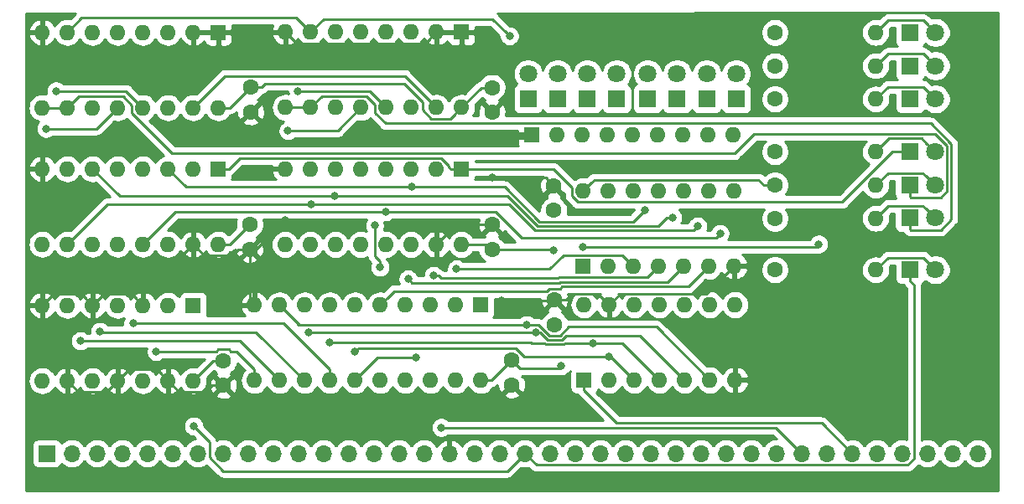
<source format=gbr>
G04 #@! TF.GenerationSoftware,KiCad,Pcbnew,(5.1.4-0-10_14)*
G04 #@! TF.CreationDate,2020-02-11T21:32:01-08:00*
G04 #@! TF.ProjectId,transfer-register-board,7472616e-7366-4657-922d-726567697374,rev?*
G04 #@! TF.SameCoordinates,Original*
G04 #@! TF.FileFunction,Copper,L1,Top*
G04 #@! TF.FilePolarity,Positive*
%FSLAX46Y46*%
G04 Gerber Fmt 4.6, Leading zero omitted, Abs format (unit mm)*
G04 Created by KiCad (PCBNEW (5.1.4-0-10_14)) date 2020-02-11 21:32:01*
%MOMM*%
%LPD*%
G04 APERTURE LIST*
%ADD10C,1.600000*%
%ADD11O,1.600000X1.600000*%
%ADD12R,1.600000X1.600000*%
%ADD13C,1.800000*%
%ADD14R,1.800000X1.800000*%
%ADD15R,1.700000X1.700000*%
%ADD16O,1.700000X1.700000*%
%ADD17C,0.800000*%
%ADD18C,0.250000*%
%ADD19C,0.254000*%
G04 APERTURE END LIST*
D10*
X125603000Y-103376100D03*
X125603000Y-100876100D03*
X119367300Y-107300400D03*
X119367300Y-104800400D03*
X125691900Y-114907700D03*
X125691900Y-112407700D03*
X121373900Y-118518300D03*
X121373900Y-121018300D03*
X92252800Y-118569100D03*
X92252800Y-121069100D03*
X94907100Y-104802300D03*
X94907100Y-107302300D03*
X119367300Y-90946600D03*
X119367300Y-93446600D03*
X95008700Y-90908500D03*
X95008700Y-93408500D03*
D11*
X143662400Y-95719900D03*
X141122400Y-95719900D03*
X138582400Y-95719900D03*
X136042400Y-95719900D03*
X133502400Y-95719900D03*
X130962400Y-95719900D03*
X128422400Y-95719900D03*
X125882400Y-95719900D03*
D12*
X123342400Y-95719900D03*
D11*
X158102300Y-109385100D03*
D10*
X147942300Y-109385100D03*
D11*
X158102300Y-104178100D03*
D10*
X147942300Y-104178100D03*
D11*
X158102300Y-100812600D03*
D10*
X147942300Y-100812600D03*
D11*
X158102300Y-97447100D03*
D10*
X147942300Y-97447100D03*
D11*
X158102300Y-88747600D03*
D10*
X147942300Y-88747600D03*
D11*
X158102300Y-92113100D03*
D10*
X147942300Y-92113100D03*
D11*
X158102300Y-85382100D03*
D10*
X147942300Y-85382100D03*
D13*
X164071300Y-97447100D03*
D14*
X161531300Y-97447100D03*
D13*
X164071300Y-100812600D03*
D14*
X161531300Y-100812600D03*
D13*
X164071300Y-104114600D03*
D14*
X161531300Y-104114600D03*
D13*
X164134800Y-109385100D03*
D14*
X161594800Y-109385100D03*
D13*
X164134800Y-92113100D03*
D14*
X161594800Y-92113100D03*
D13*
X164134800Y-88747600D03*
D14*
X161594800Y-88747600D03*
D13*
X164134800Y-85382100D03*
D14*
X161594800Y-85382100D03*
D13*
X144030700Y-89547700D03*
D14*
X144030700Y-92087700D03*
D13*
X141046200Y-89547700D03*
D14*
X141046200Y-92087700D03*
D13*
X138061700Y-89547700D03*
D14*
X138061700Y-92087700D03*
D13*
X135077200Y-89547700D03*
D14*
X135077200Y-92087700D03*
D13*
X131965700Y-89547700D03*
D14*
X131965700Y-92087700D03*
D13*
X128981200Y-89547700D03*
D14*
X128981200Y-92087700D03*
D13*
X125996700Y-89547700D03*
D14*
X125996700Y-92087700D03*
D13*
X123012200Y-89547700D03*
D14*
X123012200Y-92087700D03*
D15*
X74422000Y-127952500D03*
D16*
X76962000Y-127952500D03*
X79502000Y-127952500D03*
X82042000Y-127952500D03*
X84582000Y-127952500D03*
X87122000Y-127952500D03*
X89662000Y-127952500D03*
X92202000Y-127952500D03*
X94742000Y-127952500D03*
X97282000Y-127952500D03*
X99822000Y-127952500D03*
X102362000Y-127952500D03*
X104902000Y-127952500D03*
X107442000Y-127952500D03*
X109982000Y-127952500D03*
X112522000Y-127952500D03*
X115062000Y-127952500D03*
X117602000Y-127952500D03*
X120142000Y-127952500D03*
X122682000Y-127952500D03*
X125222000Y-127952500D03*
X127762000Y-127952500D03*
X130302000Y-127952500D03*
X132842000Y-127952500D03*
X135382000Y-127952500D03*
X137922000Y-127952500D03*
X140462000Y-127952500D03*
X143002000Y-127952500D03*
X145542000Y-127952500D03*
X148082000Y-127952500D03*
X150622000Y-127952500D03*
X153162000Y-127952500D03*
X155702000Y-127952500D03*
X158242000Y-127952500D03*
X160782000Y-127952500D03*
X163322000Y-127952500D03*
X165862000Y-127952500D03*
X168402000Y-127952500D03*
D12*
X116268500Y-99199700D03*
D11*
X98488500Y-106819700D03*
X113728500Y-99199700D03*
X101028500Y-106819700D03*
X111188500Y-99199700D03*
X103568500Y-106819700D03*
X108648500Y-99199700D03*
X106108500Y-106819700D03*
X106108500Y-99199700D03*
X108648500Y-106819700D03*
X103568500Y-99199700D03*
X111188500Y-106819700D03*
X101028500Y-99199700D03*
X113728500Y-106819700D03*
X98488500Y-99199700D03*
X116268500Y-106819700D03*
X91732100Y-106794300D03*
X73952100Y-99174300D03*
X89192100Y-106794300D03*
X76492100Y-99174300D03*
X86652100Y-106794300D03*
X79032100Y-99174300D03*
X84112100Y-106794300D03*
X81572100Y-99174300D03*
X81572100Y-106794300D03*
X84112100Y-99174300D03*
X79032100Y-106794300D03*
X86652100Y-99174300D03*
X76492100Y-106794300D03*
X89192100Y-99174300D03*
X73952100Y-106794300D03*
D12*
X91732100Y-99174300D03*
X116293900Y-85344000D03*
D11*
X98513900Y-92964000D03*
X113753900Y-85344000D03*
X101053900Y-92964000D03*
X111213900Y-85344000D03*
X103593900Y-92964000D03*
X108673900Y-85344000D03*
X106133900Y-92964000D03*
X106133900Y-85344000D03*
X108673900Y-92964000D03*
X103593900Y-85344000D03*
X111213900Y-92964000D03*
X101053900Y-85344000D03*
X113753900Y-92964000D03*
X98513900Y-85344000D03*
X116293900Y-92964000D03*
X91732100Y-92989400D03*
X73952100Y-85369400D03*
X89192100Y-92989400D03*
X76492100Y-85369400D03*
X86652100Y-92989400D03*
X79032100Y-85369400D03*
X84112100Y-92989400D03*
X81572100Y-85369400D03*
X81572100Y-92989400D03*
X84112100Y-85369400D03*
X79032100Y-92989400D03*
X86652100Y-85369400D03*
X76492100Y-92989400D03*
X89192100Y-85369400D03*
X73952100Y-92989400D03*
D12*
X91732100Y-85369400D03*
D11*
X128562100Y-101396800D03*
X143802100Y-109016800D03*
X131102100Y-101396800D03*
X141262100Y-109016800D03*
X133642100Y-101396800D03*
X138722100Y-109016800D03*
X136182100Y-101396800D03*
X136182100Y-109016800D03*
X138722100Y-101396800D03*
X133642100Y-109016800D03*
X141262100Y-101396800D03*
X131102100Y-109016800D03*
X143802100Y-101396800D03*
D12*
X128562100Y-109016800D03*
X128663700Y-120535700D03*
D11*
X143903700Y-112915700D03*
X131203700Y-120535700D03*
X141363700Y-112915700D03*
X133743700Y-120535700D03*
X138823700Y-112915700D03*
X136283700Y-120535700D03*
X136283700Y-112915700D03*
X138823700Y-120535700D03*
X133743700Y-112915700D03*
X141363700Y-120535700D03*
X131203700Y-112915700D03*
X143903700Y-120535700D03*
X128663700Y-112915700D03*
D12*
X118237000Y-112953800D03*
D11*
X95377000Y-120573800D03*
X115697000Y-112953800D03*
X97917000Y-120573800D03*
X113157000Y-112953800D03*
X100457000Y-120573800D03*
X110617000Y-112953800D03*
X102997000Y-120573800D03*
X108077000Y-112953800D03*
X105537000Y-120573800D03*
X105537000Y-112953800D03*
X108077000Y-120573800D03*
X102997000Y-112953800D03*
X110617000Y-120573800D03*
X100457000Y-112953800D03*
X113157000Y-120573800D03*
X97917000Y-112953800D03*
X115697000Y-120573800D03*
X95377000Y-112953800D03*
X118237000Y-120573800D03*
D12*
X89204800Y-112979200D03*
D11*
X73964800Y-120599200D03*
X86664800Y-112979200D03*
X76504800Y-120599200D03*
X84124800Y-112979200D03*
X79044800Y-120599200D03*
X81584800Y-112979200D03*
X81584800Y-120599200D03*
X79044800Y-112979200D03*
X84124800Y-120599200D03*
X76504800Y-112979200D03*
X86664800Y-120599200D03*
X73964800Y-112979200D03*
X89204800Y-120599200D03*
D17*
X85471000Y-117652800D03*
X77812902Y-116573300D03*
X79781400Y-115620800D03*
X83121500Y-114782600D03*
X111671100Y-118275100D03*
X108064300Y-109118400D03*
X107523499Y-104909401D03*
X98488500Y-104368600D03*
X119367300Y-96037400D03*
X119367300Y-100076000D03*
X120357900Y-112509300D03*
X131102100Y-99225100D03*
X127285750Y-99193350D03*
X125590300Y-107454700D03*
X126345950Y-119081550D03*
X89242900Y-125183900D03*
X121145300Y-85737700D03*
X134767101Y-103332499D03*
X111264700Y-101015800D03*
X137597099Y-104096601D03*
X103441500Y-101930200D03*
X140137099Y-104960201D03*
X101117400Y-102755700D03*
X142387101Y-105707399D03*
X108686600Y-103517704D03*
X114236500Y-125336300D03*
X128562100Y-107086400D03*
X152349200Y-106781600D03*
X98780600Y-95313500D03*
X99796600Y-91325700D03*
X75349100Y-91287600D03*
X74333100Y-95097600D03*
X122885198Y-114935002D03*
X100888800Y-115722400D03*
X123799600Y-115722400D03*
X102997000Y-116700300D03*
X129527300Y-116789200D03*
X105498900Y-117678200D03*
X131203700Y-118135400D03*
X110902750Y-110305850D03*
X113449100Y-109956600D03*
X115798600Y-109283500D03*
D18*
X91504098Y-117652800D02*
X85559798Y-117652800D01*
X92792801Y-117444099D02*
X91712799Y-117444099D01*
X91712799Y-117444099D02*
X91504098Y-117652800D01*
X93001502Y-117652800D02*
X92792801Y-117444099D01*
X95377000Y-119442430D02*
X93587370Y-117652800D01*
X93587370Y-117652800D02*
X93001502Y-117652800D01*
X95377000Y-120573800D02*
X95377000Y-119442430D01*
X93916500Y-116573300D02*
X78378587Y-116573300D01*
X97917000Y-120573800D02*
X93916500Y-116573300D01*
X78378587Y-116573300D02*
X77812902Y-116573300D01*
X79788286Y-115620800D02*
X79781400Y-115620800D01*
X95554800Y-115671600D02*
X79839085Y-115671600D01*
X100457000Y-120573800D02*
X95554800Y-115671600D01*
X79839085Y-115671599D02*
X79788286Y-115620800D01*
X79883000Y-115671600D02*
X79839085Y-115671600D01*
X79839085Y-115671600D02*
X79839085Y-115671599D01*
X98337170Y-114782600D02*
X83121500Y-114782600D01*
X102997000Y-119442430D02*
X98337170Y-114782600D01*
X102997000Y-120573800D02*
X102997000Y-119442430D01*
X83121500Y-114782600D02*
X83121500Y-114782600D01*
X105537000Y-120573800D02*
X107835700Y-118275100D01*
X107835700Y-118275100D02*
X111671100Y-118275100D01*
X111671100Y-118275100D02*
X111823500Y-118275100D01*
X107523499Y-108011914D02*
X107523499Y-104909401D01*
X108064300Y-108552715D02*
X107523499Y-108011914D01*
X108064300Y-109118400D02*
X108064300Y-108552715D01*
X107523499Y-104909401D02*
X107523499Y-104909401D01*
X77919799Y-111854199D02*
X78244801Y-112179201D01*
X78244801Y-112179201D02*
X79044800Y-112979200D01*
X75089801Y-111854199D02*
X77919799Y-111854199D01*
X73964800Y-112979200D02*
X75089801Y-111854199D01*
X83324801Y-112179201D02*
X84124800Y-112979200D01*
X82999799Y-111854199D02*
X83324801Y-112179201D01*
X80169801Y-111854199D02*
X82999799Y-111854199D01*
X79044800Y-112979200D02*
X80169801Y-111854199D01*
X80784801Y-121399199D02*
X81584800Y-120599200D01*
X80459799Y-121724201D02*
X80784801Y-121399199D01*
X77629801Y-121724201D02*
X80459799Y-121724201D01*
X76504800Y-120599200D02*
X77629801Y-121724201D01*
X85864801Y-119799201D02*
X86664800Y-120599200D01*
X82709801Y-119474199D02*
X85539799Y-119474199D01*
X85539799Y-119474199D02*
X85864801Y-119799201D01*
X81584800Y-120599200D02*
X82709801Y-119474199D01*
X91121430Y-121069100D02*
X92252800Y-121069100D01*
X90466329Y-121724201D02*
X91121430Y-121069100D01*
X87789801Y-121724201D02*
X90466329Y-121724201D01*
X86664800Y-120599200D02*
X87789801Y-121724201D01*
X90317101Y-107919301D02*
X93158729Y-107919301D01*
X93775730Y-107302300D02*
X94907100Y-107302300D01*
X93158729Y-107919301D02*
X93775730Y-107302300D01*
X89192100Y-106794300D02*
X90317101Y-107919301D01*
X84124800Y-111847830D02*
X86727230Y-109245400D01*
X84124800Y-112979200D02*
X84124800Y-111847830D01*
X86741000Y-109245400D02*
X89192100Y-106794300D01*
X86727230Y-109245400D02*
X86741000Y-109245400D01*
X89192100Y-85369400D02*
X91732100Y-85369400D01*
X98488500Y-85369400D02*
X98513900Y-85344000D01*
X91732100Y-85369400D02*
X98488500Y-85369400D01*
X112953901Y-86143999D02*
X113753900Y-85344000D01*
X112628899Y-86469001D02*
X112953901Y-86143999D01*
X99638901Y-86469001D02*
X112628899Y-86469001D01*
X98513900Y-85344000D02*
X99638901Y-86469001D01*
X113753900Y-85344000D02*
X116293900Y-85344000D01*
X95554800Y-107302300D02*
X94907100Y-107302300D01*
X98488500Y-104368600D02*
X95554800Y-107302300D01*
X94907100Y-112483900D02*
X95377000Y-112953800D01*
X94907100Y-107302300D02*
X94907100Y-112483900D01*
X115747800Y-104800400D02*
X119367300Y-104800400D01*
X113728500Y-106819700D02*
X115747800Y-104800400D01*
X143002101Y-109816799D02*
X143802100Y-109016800D01*
X141028201Y-111790699D02*
X143002101Y-109816799D01*
X132328701Y-111790699D02*
X141028201Y-111790699D01*
X131203700Y-112915700D02*
X132328701Y-111790699D01*
X130078699Y-111790699D02*
X130403701Y-112115701D01*
X127440271Y-111790699D02*
X130078699Y-111790699D01*
X126823270Y-112407700D02*
X127440271Y-111790699D01*
X130403701Y-112115701D02*
X131203700Y-112915700D01*
X125691900Y-112407700D02*
X126823270Y-112407700D01*
X123024900Y-96037400D02*
X123342400Y-95719900D01*
X119367300Y-96037400D02*
X123024900Y-96037400D01*
X124802900Y-100076000D02*
X125603000Y-100876100D01*
X119367300Y-100076000D02*
X124802900Y-100076000D01*
X125590300Y-112509300D02*
X125691900Y-112407700D01*
X120357900Y-112509300D02*
X125590300Y-112509300D01*
X131070350Y-99193350D02*
X131102100Y-99225100D01*
X127285750Y-99193350D02*
X131070350Y-99193350D01*
X91234900Y-118569100D02*
X92252800Y-118569100D01*
X89204800Y-120599200D02*
X91234900Y-118569100D01*
X92915100Y-106794300D02*
X94907100Y-104802300D01*
X91732100Y-106794300D02*
X92915100Y-106794300D01*
X92927800Y-92989400D02*
X95008700Y-90908500D01*
X91732100Y-92989400D02*
X92927800Y-92989400D01*
X115168899Y-94089001D02*
X115493901Y-93763999D01*
X112338901Y-93214003D02*
X113213899Y-94089001D01*
X112338901Y-92423999D02*
X112338901Y-93214003D01*
X115493901Y-93763999D02*
X116293900Y-92964000D01*
X110515601Y-90600699D02*
X112338901Y-92423999D01*
X96447871Y-90600699D02*
X110515601Y-90600699D01*
X113213899Y-94089001D02*
X115168899Y-94089001D01*
X96140070Y-90908500D02*
X96447871Y-90600699D01*
X95008700Y-90908500D02*
X96140070Y-90908500D01*
X118311300Y-90946600D02*
X119367300Y-90946600D01*
X116293900Y-92964000D02*
X118311300Y-90946600D01*
X118886600Y-106819700D02*
X119367300Y-107300400D01*
X116268500Y-106819700D02*
X118886600Y-106819700D01*
X129362099Y-100596801D02*
X128562100Y-101396800D01*
X146270129Y-100271799D02*
X129687101Y-100271799D01*
X129687101Y-100271799D02*
X129362099Y-100596801D01*
X146810930Y-100812600D02*
X146270129Y-100271799D01*
X147942300Y-100812600D02*
X146810930Y-100812600D01*
X125436000Y-107300400D02*
X125590300Y-107454700D01*
X119367300Y-107300400D02*
X125436000Y-107300400D01*
X122173899Y-119318299D02*
X126109201Y-119318299D01*
X126109201Y-119318299D02*
X126345950Y-119081550D01*
X121373900Y-118518300D02*
X122173899Y-119318299D01*
X119318400Y-120573800D02*
X118237000Y-120573800D01*
X121373900Y-118518300D02*
X119318400Y-120573800D01*
X161957001Y-110897301D02*
X161594800Y-110535100D01*
X161346001Y-129127501D02*
X161957001Y-128516501D01*
X161957001Y-128516501D02*
X161957001Y-110897301D01*
X123857001Y-129127501D02*
X161346001Y-129127501D01*
X161594800Y-110535100D02*
X161594800Y-109385100D01*
X122682000Y-127952500D02*
X123857001Y-129127501D01*
X89242900Y-125183900D02*
X89242900Y-125183900D01*
X90837001Y-128326503D02*
X90837001Y-126778001D01*
X92240998Y-129730500D02*
X90837001Y-128326503D01*
X90837001Y-126778001D02*
X89242900Y-125183900D01*
X120904000Y-129730500D02*
X92240998Y-129730500D01*
X122682000Y-127952500D02*
X120904000Y-129730500D01*
X100253901Y-84544001D02*
X101053900Y-85344000D01*
X99618800Y-83908900D02*
X100253901Y-84544001D01*
X77952600Y-83908900D02*
X99618800Y-83908900D01*
X76492100Y-85369400D02*
X77952600Y-83908900D01*
X119437201Y-84029601D02*
X120745301Y-85337701D01*
X120745301Y-85337701D02*
X121145300Y-85737700D01*
X101053900Y-85344000D02*
X102368299Y-84029601D01*
X102368299Y-84029601D02*
X119437201Y-84029601D01*
X120637300Y-101015800D02*
X113004600Y-101015800D01*
X134767101Y-103332499D02*
X133598499Y-104501101D01*
X124122601Y-104501101D02*
X120637300Y-101015800D01*
X133598499Y-104501101D02*
X124122601Y-104501101D01*
X88493600Y-101015800D02*
X86652100Y-99174300D01*
X113004600Y-101015800D02*
X111264700Y-101015800D01*
X111264700Y-101015800D02*
X88493600Y-101015800D01*
X123936200Y-104951110D02*
X120915290Y-101930200D01*
X120915290Y-101930200D02*
X106299000Y-101930200D01*
X136176904Y-104951111D02*
X123936200Y-104951110D01*
X137031414Y-104096601D02*
X136176904Y-104951111D01*
X137597099Y-104096601D02*
X137031414Y-104096601D01*
X81788000Y-101930200D02*
X79032100Y-99174300D01*
X106299000Y-101930200D02*
X103441500Y-101930200D01*
X103441500Y-101930200D02*
X81788000Y-101930200D01*
X80530700Y-102755700D02*
X100551715Y-102755700D01*
X76492100Y-106794300D02*
X80530700Y-102755700D01*
X100551715Y-102755700D02*
X101117400Y-102755700D01*
X121104380Y-102755700D02*
X109048404Y-102755700D01*
X101683085Y-102755700D02*
X101117400Y-102755700D01*
X108338598Y-102741898D02*
X108324796Y-102755700D01*
X139696181Y-105401119D02*
X123749799Y-105401119D01*
X140137099Y-104960201D02*
X139696181Y-105401119D01*
X109034602Y-102741898D02*
X108338598Y-102741898D01*
X108324796Y-102755700D02*
X101683085Y-102755700D01*
X123749799Y-105401119D02*
X121104380Y-102755700D01*
X109048404Y-102755700D02*
X109034602Y-102741898D01*
X141987102Y-106107398D02*
X122339300Y-106107398D01*
X109252285Y-103517704D02*
X108686600Y-103517704D01*
X119749606Y-103517704D02*
X109252285Y-103517704D01*
X142387101Y-105707399D02*
X141987102Y-106107398D01*
X122339300Y-106107398D02*
X119749606Y-103517704D01*
X108120915Y-103517704D02*
X108686600Y-103517704D01*
X84112100Y-106794300D02*
X87388696Y-103517704D01*
X87388696Y-103517704D02*
X108120915Y-103517704D01*
X150622000Y-127952500D02*
X148005800Y-125336300D01*
X148005800Y-125336300D02*
X114236500Y-125336300D01*
X114236500Y-125336300D02*
X114236500Y-125336300D01*
X152044400Y-107086400D02*
X152349200Y-106781600D01*
X128562100Y-107086400D02*
X152044400Y-107086400D01*
X128663700Y-121585700D02*
X128663700Y-120535700D01*
X131964290Y-124886290D02*
X128663700Y-121585700D01*
X152635790Y-124886290D02*
X131964290Y-124886290D01*
X155702000Y-127952500D02*
X152635790Y-124886290D01*
X93881701Y-98074699D02*
X114268501Y-98074699D01*
X114268501Y-98074699D02*
X115023900Y-98830098D01*
X92782100Y-99174300D02*
X93881701Y-98074699D01*
X91732100Y-99174300D02*
X92782100Y-99174300D01*
X115218500Y-99199700D02*
X116268500Y-99199700D01*
X115023900Y-99005100D02*
X115218500Y-99199700D01*
X115023900Y-98830098D02*
X115023900Y-99005100D01*
X160381300Y-97447100D02*
X161531300Y-97447100D01*
X128022099Y-102521801D02*
X154728097Y-102521801D01*
X127437099Y-101936801D02*
X128022099Y-102521801D01*
X127437099Y-101045197D02*
X127437099Y-101936801D01*
X154728097Y-102521801D02*
X159802798Y-97447100D01*
X125591602Y-99199700D02*
X127437099Y-101045197D01*
X159802798Y-97447100D02*
X160381300Y-97447100D01*
X116268500Y-99199700D02*
X125591602Y-99199700D01*
X98513900Y-92964000D02*
X101053900Y-92964000D01*
X164659301Y-105339601D02*
X161606301Y-105339601D01*
X161606301Y-105339601D02*
X161531300Y-105264600D01*
X165746311Y-104252591D02*
X164659301Y-105339601D01*
X161531300Y-105264600D02*
X161531300Y-104114600D01*
X165746311Y-96672699D02*
X165746311Y-104252591D01*
X108621798Y-94576900D02*
X163650512Y-94576900D01*
X107548899Y-93504001D02*
X108621798Y-94576900D01*
X107548899Y-92713997D02*
X107548899Y-93504001D01*
X106673901Y-91838999D02*
X107548899Y-92713997D01*
X163650512Y-94576900D02*
X165746311Y-96672699D01*
X102178901Y-91838999D02*
X106673901Y-91838999D01*
X101053900Y-92964000D02*
X102178901Y-91838999D01*
X73952100Y-92989400D02*
X76492100Y-92989400D01*
X82987099Y-92739397D02*
X82987099Y-93529401D01*
X82112101Y-91864399D02*
X82987099Y-92739397D01*
X82987099Y-93529401D02*
X87082387Y-97624689D01*
X87082387Y-97624689D02*
X143852689Y-97624689D01*
X77617101Y-91864399D02*
X82112101Y-91864399D01*
X76492100Y-92989400D02*
X77617101Y-91864399D01*
X161531300Y-101962600D02*
X161531300Y-100812600D01*
X161606301Y-102037601D02*
X161531300Y-101962600D01*
X164659301Y-102037601D02*
X161606301Y-102037601D01*
X165296301Y-101400601D02*
X164659301Y-102037601D01*
X165296301Y-96859099D02*
X165296301Y-101400601D01*
X164068202Y-95631000D02*
X165296301Y-96859099D01*
X145846378Y-95631000D02*
X164068202Y-95631000D01*
X143852689Y-97624689D02*
X145846378Y-95631000D01*
X106133900Y-92964000D02*
X103784400Y-95313500D01*
X103784400Y-95313500D02*
X98780600Y-95313500D01*
X98780600Y-95313500D02*
X98780600Y-95313500D01*
X108673900Y-92964000D02*
X107035600Y-91325700D01*
X107035600Y-91325700D02*
X99796600Y-91325700D01*
X99796600Y-91325700D02*
X99796600Y-91325700D01*
X84112100Y-92989400D02*
X82410300Y-91287600D01*
X82410300Y-91287600D02*
X75349100Y-91287600D01*
X75349100Y-91287600D02*
X75349100Y-91287600D01*
X81572100Y-92989400D02*
X79463900Y-95097600D01*
X79463900Y-95097600D02*
X74333100Y-95097600D01*
X74333100Y-95097600D02*
X74333100Y-95097600D01*
X112953901Y-92164001D02*
X113753900Y-92964000D01*
X110573399Y-89783499D02*
X112953901Y-92164001D01*
X92398001Y-89783499D02*
X110573399Y-89783499D01*
X89192100Y-92989400D02*
X92398001Y-89783499D01*
X100336885Y-114935002D02*
X99771200Y-114935002D01*
X97917000Y-112953800D02*
X99898202Y-114935002D01*
X99898202Y-114935002D02*
X102895402Y-114935002D01*
X102895402Y-114935002D02*
X100336885Y-114935002D01*
X135966200Y-115138200D02*
X127126402Y-115138200D01*
X124054200Y-114935002D02*
X122885198Y-114935002D01*
X141363700Y-120535700D02*
X135966200Y-115138200D01*
X127126402Y-115138200D02*
X126231901Y-116032701D01*
X126231901Y-116032701D02*
X125151899Y-116032701D01*
X125151899Y-116032701D02*
X124054200Y-114935002D01*
X122885198Y-114935002D02*
X122885198Y-114935002D01*
X122885198Y-114935002D02*
X102895402Y-114935002D01*
X101454485Y-115722400D02*
X100888800Y-115722400D01*
X124965499Y-116482712D02*
X124205187Y-115722400D01*
X126873812Y-116027200D02*
X126418301Y-116482712D01*
X134315200Y-116027200D02*
X126873812Y-116027200D01*
X124205187Y-115722400D02*
X123799600Y-115722400D01*
X138823700Y-120535700D02*
X134315200Y-116027200D01*
X126418301Y-116482712D02*
X124965499Y-116482712D01*
X123799600Y-115722400D02*
X101454485Y-115722400D01*
X103562685Y-116700300D02*
X102997000Y-116700300D01*
X123342400Y-116789200D02*
X123253500Y-116700300D01*
X124635576Y-116789200D02*
X123342400Y-116789200D01*
X123253500Y-116700300D02*
X103562685Y-116700300D01*
X126604701Y-116932723D02*
X124779099Y-116932723D01*
X132537200Y-116789200D02*
X129527300Y-116789200D01*
X136283700Y-120535700D02*
X132537200Y-116789200D01*
X126748224Y-116789200D02*
X126604701Y-116932723D01*
X124779099Y-116932723D02*
X124635576Y-116789200D01*
X129527300Y-116789200D02*
X126748224Y-116789200D01*
X121798803Y-117278201D02*
X105898899Y-117278201D01*
X122656002Y-118135400D02*
X121798803Y-117278201D01*
X131343400Y-118135400D02*
X131203700Y-118135400D01*
X105898899Y-117278201D02*
X105498900Y-117678200D01*
X133743700Y-120535700D02*
X131343400Y-118135400D01*
X131203700Y-118135400D02*
X122656002Y-118135400D01*
X109499400Y-111531400D02*
X108876999Y-112153801D01*
X124903198Y-111531400D02*
X109499400Y-111531400D01*
X125151899Y-111282699D02*
X124903198Y-111531400D01*
X108876999Y-112153801D02*
X108077000Y-112953800D01*
X126231901Y-111282699D02*
X125151899Y-111282699D01*
X141262100Y-109016800D02*
X139217400Y-111061500D01*
X126453100Y-111061500D02*
X126231901Y-111282699D01*
X139217400Y-111061500D02*
X126453100Y-111061500D01*
X110902750Y-110305850D02*
X110731300Y-110134400D01*
X137127411Y-110611489D02*
X126266700Y-110611489D01*
X126266700Y-110611489D02*
X126172340Y-110705849D01*
X126172340Y-110705849D02*
X111302749Y-110705849D01*
X138722100Y-109016800D02*
X137127411Y-110611489D01*
X111302749Y-110705849D02*
X110902750Y-110305850D01*
X113449100Y-109956600D02*
X113245900Y-109753400D01*
X114250574Y-110192389D02*
X114014785Y-109956600D01*
X135037422Y-110161478D02*
X126080300Y-110161478D01*
X136182100Y-109016800D02*
X135037422Y-110161478D01*
X126080300Y-110161478D02*
X126049389Y-110192389D01*
X126049389Y-110192389D02*
X114250574Y-110192389D01*
X114014785Y-109956600D02*
X113449100Y-109956600D01*
X115798600Y-109283500D02*
X115798600Y-109283500D01*
X125188000Y-109283500D02*
X116364285Y-109283500D01*
X132517099Y-107891799D02*
X126579701Y-107891799D01*
X133642100Y-109016800D02*
X132517099Y-107891799D01*
X116364285Y-109283500D02*
X115798600Y-109283500D01*
X126579701Y-107891799D02*
X125188000Y-109283500D01*
X163234801Y-84482101D02*
X164134800Y-85382100D01*
X159327301Y-84157099D02*
X162909799Y-84157099D01*
X162909799Y-84157099D02*
X163234801Y-84482101D01*
X158102300Y-85382100D02*
X159327301Y-84157099D01*
X159327301Y-87522599D02*
X162909799Y-87522599D01*
X163234801Y-87847601D02*
X164134800Y-88747600D01*
X162909799Y-87522599D02*
X163234801Y-87847601D01*
X158102300Y-88747600D02*
X159327301Y-87522599D01*
X163234801Y-91213101D02*
X164134800Y-92113100D01*
X159327301Y-90888099D02*
X162909799Y-90888099D01*
X162909799Y-90888099D02*
X163234801Y-91213101D01*
X158102300Y-92113100D02*
X159327301Y-90888099D01*
X163234801Y-108485101D02*
X164134800Y-109385100D01*
X162909799Y-108160099D02*
X163234801Y-108485101D01*
X159327301Y-108160099D02*
X162909799Y-108160099D01*
X158102300Y-109385100D02*
X159327301Y-108160099D01*
X162846299Y-102889599D02*
X163171301Y-103214601D01*
X163171301Y-103214601D02*
X164071300Y-104114600D01*
X159390801Y-102889599D02*
X162846299Y-102889599D01*
X158102300Y-104178100D02*
X159390801Y-102889599D01*
X163171301Y-99912601D02*
X164071300Y-100812600D01*
X162846299Y-99587599D02*
X163171301Y-99912601D01*
X159327301Y-99587599D02*
X162846299Y-99587599D01*
X158102300Y-100812600D02*
X159327301Y-99587599D01*
X163171301Y-96547101D02*
X164071300Y-97447100D01*
X162725100Y-96100900D02*
X163171301Y-96547101D01*
X159448500Y-96100900D02*
X162725100Y-96100900D01*
X158102300Y-97447100D02*
X159448500Y-96100900D01*
D19*
G36*
X170485201Y-131674337D02*
G01*
X72288506Y-131724463D01*
X72295926Y-122061802D01*
X91439703Y-122061802D01*
X91511286Y-122305771D01*
X91766796Y-122426671D01*
X92040984Y-122495400D01*
X92323312Y-122509317D01*
X92602930Y-122467887D01*
X92869092Y-122372703D01*
X92994314Y-122305771D01*
X93065897Y-122061802D01*
X93015097Y-122011002D01*
X120560803Y-122011002D01*
X120632386Y-122254971D01*
X120887896Y-122375871D01*
X121162084Y-122444600D01*
X121444412Y-122458517D01*
X121724030Y-122417087D01*
X121990192Y-122321903D01*
X122115414Y-122254971D01*
X122186997Y-122011002D01*
X121373900Y-121197905D01*
X120560803Y-122011002D01*
X93015097Y-122011002D01*
X92252800Y-121248705D01*
X91439703Y-122061802D01*
X72295926Y-122061802D01*
X72297050Y-120599200D01*
X72522857Y-120599200D01*
X72550564Y-120880509D01*
X72632618Y-121151008D01*
X72765868Y-121400301D01*
X72945192Y-121618808D01*
X73163699Y-121798132D01*
X73412992Y-121931382D01*
X73683491Y-122013436D01*
X73894308Y-122034200D01*
X74035292Y-122034200D01*
X74246109Y-122013436D01*
X74516608Y-121931382D01*
X74765901Y-121798132D01*
X74984408Y-121618808D01*
X75163732Y-121400301D01*
X75237379Y-121262518D01*
X75352415Y-121454331D01*
X75541386Y-121662719D01*
X75767380Y-121830237D01*
X76021713Y-121950446D01*
X76155761Y-121991104D01*
X76377800Y-121869115D01*
X76377800Y-120726200D01*
X76357800Y-120726200D01*
X76357800Y-120472200D01*
X76377800Y-120472200D01*
X76377800Y-119329285D01*
X76631800Y-119329285D01*
X76631800Y-120472200D01*
X76651800Y-120472200D01*
X76651800Y-120726200D01*
X76631800Y-120726200D01*
X76631800Y-121869115D01*
X76853839Y-121991104D01*
X76987887Y-121950446D01*
X77242220Y-121830237D01*
X77468214Y-121662719D01*
X77657185Y-121454331D01*
X77772221Y-121262518D01*
X77845868Y-121400301D01*
X78025192Y-121618808D01*
X78243699Y-121798132D01*
X78492992Y-121931382D01*
X78763491Y-122013436D01*
X78974308Y-122034200D01*
X79115292Y-122034200D01*
X79326109Y-122013436D01*
X79596608Y-121931382D01*
X79845901Y-121798132D01*
X80064408Y-121618808D01*
X80243732Y-121400301D01*
X80317379Y-121262518D01*
X80432415Y-121454331D01*
X80621386Y-121662719D01*
X80847380Y-121830237D01*
X81101713Y-121950446D01*
X81235761Y-121991104D01*
X81457800Y-121869115D01*
X81457800Y-120726200D01*
X81437800Y-120726200D01*
X81437800Y-120472200D01*
X81457800Y-120472200D01*
X81457800Y-119329285D01*
X81711800Y-119329285D01*
X81711800Y-120472200D01*
X81731800Y-120472200D01*
X81731800Y-120726200D01*
X81711800Y-120726200D01*
X81711800Y-121869115D01*
X81933839Y-121991104D01*
X82067887Y-121950446D01*
X82322220Y-121830237D01*
X82548214Y-121662719D01*
X82737185Y-121454331D01*
X82852221Y-121262518D01*
X82925868Y-121400301D01*
X83105192Y-121618808D01*
X83323699Y-121798132D01*
X83572992Y-121931382D01*
X83843491Y-122013436D01*
X84054308Y-122034200D01*
X84195292Y-122034200D01*
X84406109Y-122013436D01*
X84676608Y-121931382D01*
X84925901Y-121798132D01*
X85144408Y-121618808D01*
X85323732Y-121400301D01*
X85397379Y-121262518D01*
X85512415Y-121454331D01*
X85701386Y-121662719D01*
X85927380Y-121830237D01*
X86181713Y-121950446D01*
X86315761Y-121991104D01*
X86537800Y-121869115D01*
X86537800Y-120726200D01*
X86517800Y-120726200D01*
X86517800Y-120472200D01*
X86537800Y-120472200D01*
X86537800Y-119329285D01*
X86315761Y-119207296D01*
X86181713Y-119247954D01*
X85927380Y-119368163D01*
X85701386Y-119535681D01*
X85512415Y-119744069D01*
X85397379Y-119935882D01*
X85323732Y-119798099D01*
X85144408Y-119579592D01*
X84925901Y-119400268D01*
X84676608Y-119267018D01*
X84406109Y-119184964D01*
X84195292Y-119164200D01*
X84054308Y-119164200D01*
X83843491Y-119184964D01*
X83572992Y-119267018D01*
X83323699Y-119400268D01*
X83105192Y-119579592D01*
X82925868Y-119798099D01*
X82852221Y-119935882D01*
X82737185Y-119744069D01*
X82548214Y-119535681D01*
X82322220Y-119368163D01*
X82067887Y-119247954D01*
X81933839Y-119207296D01*
X81711800Y-119329285D01*
X81457800Y-119329285D01*
X81235761Y-119207296D01*
X81101713Y-119247954D01*
X80847380Y-119368163D01*
X80621386Y-119535681D01*
X80432415Y-119744069D01*
X80317379Y-119935882D01*
X80243732Y-119798099D01*
X80064408Y-119579592D01*
X79845901Y-119400268D01*
X79596608Y-119267018D01*
X79326109Y-119184964D01*
X79115292Y-119164200D01*
X78974308Y-119164200D01*
X78763491Y-119184964D01*
X78492992Y-119267018D01*
X78243699Y-119400268D01*
X78025192Y-119579592D01*
X77845868Y-119798099D01*
X77772221Y-119935882D01*
X77657185Y-119744069D01*
X77468214Y-119535681D01*
X77242220Y-119368163D01*
X76987887Y-119247954D01*
X76853839Y-119207296D01*
X76631800Y-119329285D01*
X76377800Y-119329285D01*
X76155761Y-119207296D01*
X76021713Y-119247954D01*
X75767380Y-119368163D01*
X75541386Y-119535681D01*
X75352415Y-119744069D01*
X75237379Y-119935882D01*
X75163732Y-119798099D01*
X74984408Y-119579592D01*
X74765901Y-119400268D01*
X74516608Y-119267018D01*
X74246109Y-119184964D01*
X74035292Y-119164200D01*
X73894308Y-119164200D01*
X73683491Y-119184964D01*
X73412992Y-119267018D01*
X73163699Y-119400268D01*
X72945192Y-119579592D01*
X72765868Y-119798099D01*
X72632618Y-120047392D01*
X72550564Y-120317891D01*
X72522857Y-120599200D01*
X72297050Y-120599200D01*
X72302634Y-113328240D01*
X72572891Y-113328240D01*
X72667730Y-113593081D01*
X72812415Y-113834331D01*
X73001386Y-114042719D01*
X73227380Y-114210237D01*
X73481713Y-114330446D01*
X73615761Y-114371104D01*
X73837800Y-114249115D01*
X73837800Y-113106200D01*
X72694176Y-113106200D01*
X72572891Y-113328240D01*
X72302634Y-113328240D01*
X72303170Y-112630160D01*
X72572891Y-112630160D01*
X72694176Y-112852200D01*
X73837800Y-112852200D01*
X73837800Y-111709285D01*
X74091800Y-111709285D01*
X74091800Y-112852200D01*
X74111800Y-112852200D01*
X74111800Y-113106200D01*
X74091800Y-113106200D01*
X74091800Y-114249115D01*
X74313839Y-114371104D01*
X74447887Y-114330446D01*
X74702220Y-114210237D01*
X74928214Y-114042719D01*
X75117185Y-113834331D01*
X75232221Y-113642518D01*
X75305868Y-113780301D01*
X75485192Y-113998808D01*
X75703699Y-114178132D01*
X75952992Y-114311382D01*
X76223491Y-114393436D01*
X76434308Y-114414200D01*
X76575292Y-114414200D01*
X76786109Y-114393436D01*
X77056608Y-114311382D01*
X77305901Y-114178132D01*
X77524408Y-113998808D01*
X77703732Y-113780301D01*
X77777379Y-113642518D01*
X77892415Y-113834331D01*
X78081386Y-114042719D01*
X78307380Y-114210237D01*
X78561713Y-114330446D01*
X78695761Y-114371104D01*
X78917800Y-114249115D01*
X78917800Y-113106200D01*
X78897800Y-113106200D01*
X78897800Y-112852200D01*
X78917800Y-112852200D01*
X78917800Y-111709285D01*
X78695761Y-111587296D01*
X78561713Y-111627954D01*
X78307380Y-111748163D01*
X78081386Y-111915681D01*
X77892415Y-112124069D01*
X77777379Y-112315882D01*
X77703732Y-112178099D01*
X77524408Y-111959592D01*
X77305901Y-111780268D01*
X77056608Y-111647018D01*
X76786109Y-111564964D01*
X76575292Y-111544200D01*
X76434308Y-111544200D01*
X76223491Y-111564964D01*
X75952992Y-111647018D01*
X75703699Y-111780268D01*
X75485192Y-111959592D01*
X75305868Y-112178099D01*
X75232221Y-112315882D01*
X75117185Y-112124069D01*
X74928214Y-111915681D01*
X74702220Y-111748163D01*
X74447887Y-111627954D01*
X74313839Y-111587296D01*
X74091800Y-111709285D01*
X73837800Y-111709285D01*
X73615761Y-111587296D01*
X73481713Y-111627954D01*
X73227380Y-111748163D01*
X73001386Y-111915681D01*
X72812415Y-112124069D01*
X72667730Y-112365319D01*
X72572891Y-112630160D01*
X72303170Y-112630160D01*
X72306500Y-108295002D01*
X94094003Y-108295002D01*
X94165586Y-108538971D01*
X94421096Y-108659871D01*
X94695284Y-108728600D01*
X94977612Y-108742517D01*
X95257230Y-108701087D01*
X95523392Y-108605903D01*
X95648614Y-108538971D01*
X95720197Y-108295002D01*
X94907100Y-107481905D01*
X94094003Y-108295002D01*
X72306500Y-108295002D01*
X72313238Y-99523340D01*
X72560191Y-99523340D01*
X72655030Y-99788181D01*
X72799715Y-100029431D01*
X72988686Y-100237819D01*
X73214680Y-100405337D01*
X73469013Y-100525546D01*
X73603061Y-100566204D01*
X73825100Y-100444215D01*
X73825100Y-99301300D01*
X72681476Y-99301300D01*
X72560191Y-99523340D01*
X72313238Y-99523340D01*
X72313774Y-98825260D01*
X72560191Y-98825260D01*
X72681476Y-99047300D01*
X73825100Y-99047300D01*
X73825100Y-97904385D01*
X73603061Y-97782396D01*
X73469013Y-97823054D01*
X73214680Y-97943263D01*
X72988686Y-98110781D01*
X72799715Y-98319169D01*
X72655030Y-98560419D01*
X72560191Y-98825260D01*
X72313774Y-98825260D01*
X72318257Y-92989400D01*
X72510157Y-92989400D01*
X72537864Y-93270709D01*
X72619918Y-93541208D01*
X72753168Y-93790501D01*
X72932492Y-94009008D01*
X73150999Y-94188332D01*
X73400292Y-94321582D01*
X73588358Y-94378631D01*
X73529163Y-94437826D01*
X73415895Y-94607344D01*
X73337874Y-94795702D01*
X73298100Y-94995661D01*
X73298100Y-95199539D01*
X73337874Y-95399498D01*
X73415895Y-95587856D01*
X73529163Y-95757374D01*
X73673326Y-95901537D01*
X73842844Y-96014805D01*
X74031202Y-96092826D01*
X74231161Y-96132600D01*
X74435039Y-96132600D01*
X74634998Y-96092826D01*
X74823356Y-96014805D01*
X74992874Y-95901537D01*
X75036811Y-95857600D01*
X79426578Y-95857600D01*
X79463900Y-95861276D01*
X79501222Y-95857600D01*
X79501233Y-95857600D01*
X79612886Y-95846603D01*
X79756147Y-95803146D01*
X79888176Y-95732574D01*
X80003901Y-95637601D01*
X80027704Y-95608597D01*
X81246194Y-94390108D01*
X81290791Y-94403636D01*
X81501608Y-94424400D01*
X81642592Y-94424400D01*
X81853409Y-94403636D01*
X82123908Y-94321582D01*
X82373201Y-94188332D01*
X82481967Y-94099070D01*
X86195986Y-97813090D01*
X86100292Y-97842118D01*
X85850999Y-97975368D01*
X85632492Y-98154692D01*
X85453168Y-98373199D01*
X85382100Y-98506158D01*
X85311032Y-98373199D01*
X85131708Y-98154692D01*
X84913201Y-97975368D01*
X84663908Y-97842118D01*
X84393409Y-97760064D01*
X84182592Y-97739300D01*
X84041608Y-97739300D01*
X83830791Y-97760064D01*
X83560292Y-97842118D01*
X83310999Y-97975368D01*
X83092492Y-98154692D01*
X82913168Y-98373199D01*
X82842100Y-98506158D01*
X82771032Y-98373199D01*
X82591708Y-98154692D01*
X82373201Y-97975368D01*
X82123908Y-97842118D01*
X81853409Y-97760064D01*
X81642592Y-97739300D01*
X81501608Y-97739300D01*
X81290791Y-97760064D01*
X81020292Y-97842118D01*
X80770999Y-97975368D01*
X80552492Y-98154692D01*
X80373168Y-98373199D01*
X80302100Y-98506158D01*
X80231032Y-98373199D01*
X80051708Y-98154692D01*
X79833201Y-97975368D01*
X79583908Y-97842118D01*
X79313409Y-97760064D01*
X79102592Y-97739300D01*
X78961608Y-97739300D01*
X78750791Y-97760064D01*
X78480292Y-97842118D01*
X78230999Y-97975368D01*
X78012492Y-98154692D01*
X77833168Y-98373199D01*
X77762100Y-98506158D01*
X77691032Y-98373199D01*
X77511708Y-98154692D01*
X77293201Y-97975368D01*
X77043908Y-97842118D01*
X76773409Y-97760064D01*
X76562592Y-97739300D01*
X76421608Y-97739300D01*
X76210791Y-97760064D01*
X75940292Y-97842118D01*
X75690999Y-97975368D01*
X75472492Y-98154692D01*
X75293168Y-98373199D01*
X75219521Y-98510982D01*
X75104485Y-98319169D01*
X74915514Y-98110781D01*
X74689520Y-97943263D01*
X74435187Y-97823054D01*
X74301139Y-97782396D01*
X74079100Y-97904385D01*
X74079100Y-99047300D01*
X74099100Y-99047300D01*
X74099100Y-99301300D01*
X74079100Y-99301300D01*
X74079100Y-100444215D01*
X74301139Y-100566204D01*
X74435187Y-100525546D01*
X74689520Y-100405337D01*
X74915514Y-100237819D01*
X75104485Y-100029431D01*
X75219521Y-99837618D01*
X75293168Y-99975401D01*
X75472492Y-100193908D01*
X75690999Y-100373232D01*
X75940292Y-100506482D01*
X76210791Y-100588536D01*
X76421608Y-100609300D01*
X76562592Y-100609300D01*
X76773409Y-100588536D01*
X77043908Y-100506482D01*
X77293201Y-100373232D01*
X77511708Y-100193908D01*
X77691032Y-99975401D01*
X77762100Y-99842442D01*
X77833168Y-99975401D01*
X78012492Y-100193908D01*
X78230999Y-100373232D01*
X78480292Y-100506482D01*
X78750791Y-100588536D01*
X78961608Y-100609300D01*
X79102592Y-100609300D01*
X79313409Y-100588536D01*
X79358006Y-100575008D01*
X80778698Y-101995700D01*
X80568023Y-101995700D01*
X80530700Y-101992024D01*
X80493377Y-101995700D01*
X80493367Y-101995700D01*
X80381714Y-102006697D01*
X80238453Y-102050154D01*
X80106423Y-102120726D01*
X80042851Y-102172899D01*
X79990699Y-102215699D01*
X79966901Y-102244697D01*
X76818006Y-105393592D01*
X76773409Y-105380064D01*
X76562592Y-105359300D01*
X76421608Y-105359300D01*
X76210791Y-105380064D01*
X75940292Y-105462118D01*
X75690999Y-105595368D01*
X75472492Y-105774692D01*
X75293168Y-105993199D01*
X75222100Y-106126158D01*
X75151032Y-105993199D01*
X74971708Y-105774692D01*
X74753201Y-105595368D01*
X74503908Y-105462118D01*
X74233409Y-105380064D01*
X74022592Y-105359300D01*
X73881608Y-105359300D01*
X73670791Y-105380064D01*
X73400292Y-105462118D01*
X73150999Y-105595368D01*
X72932492Y-105774692D01*
X72753168Y-105993199D01*
X72619918Y-106242492D01*
X72537864Y-106512991D01*
X72510157Y-106794300D01*
X72537864Y-107075609D01*
X72619918Y-107346108D01*
X72753168Y-107595401D01*
X72932492Y-107813908D01*
X73150999Y-107993232D01*
X73400292Y-108126482D01*
X73670791Y-108208536D01*
X73881608Y-108229300D01*
X74022592Y-108229300D01*
X74233409Y-108208536D01*
X74503908Y-108126482D01*
X74753201Y-107993232D01*
X74971708Y-107813908D01*
X75151032Y-107595401D01*
X75222100Y-107462442D01*
X75293168Y-107595401D01*
X75472492Y-107813908D01*
X75690999Y-107993232D01*
X75940292Y-108126482D01*
X76210791Y-108208536D01*
X76421608Y-108229300D01*
X76562592Y-108229300D01*
X76773409Y-108208536D01*
X77043908Y-108126482D01*
X77293201Y-107993232D01*
X77511708Y-107813908D01*
X77691032Y-107595401D01*
X77762100Y-107462442D01*
X77833168Y-107595401D01*
X78012492Y-107813908D01*
X78230999Y-107993232D01*
X78480292Y-108126482D01*
X78750791Y-108208536D01*
X78961608Y-108229300D01*
X79102592Y-108229300D01*
X79313409Y-108208536D01*
X79583908Y-108126482D01*
X79833201Y-107993232D01*
X80051708Y-107813908D01*
X80231032Y-107595401D01*
X80302100Y-107462442D01*
X80373168Y-107595401D01*
X80552492Y-107813908D01*
X80770999Y-107993232D01*
X81020292Y-108126482D01*
X81290791Y-108208536D01*
X81501608Y-108229300D01*
X81642592Y-108229300D01*
X81853409Y-108208536D01*
X82123908Y-108126482D01*
X82373201Y-107993232D01*
X82591708Y-107813908D01*
X82771032Y-107595401D01*
X82842100Y-107462442D01*
X82913168Y-107595401D01*
X83092492Y-107813908D01*
X83310999Y-107993232D01*
X83560292Y-108126482D01*
X83830791Y-108208536D01*
X84041608Y-108229300D01*
X84182592Y-108229300D01*
X84393409Y-108208536D01*
X84663908Y-108126482D01*
X84913201Y-107993232D01*
X85131708Y-107813908D01*
X85311032Y-107595401D01*
X85382100Y-107462442D01*
X85453168Y-107595401D01*
X85632492Y-107813908D01*
X85850999Y-107993232D01*
X86100292Y-108126482D01*
X86370791Y-108208536D01*
X86581608Y-108229300D01*
X86722592Y-108229300D01*
X86933409Y-108208536D01*
X87203908Y-108126482D01*
X87453201Y-107993232D01*
X87671708Y-107813908D01*
X87851032Y-107595401D01*
X87924679Y-107457618D01*
X88039715Y-107649431D01*
X88228686Y-107857819D01*
X88454680Y-108025337D01*
X88709013Y-108145546D01*
X88843061Y-108186204D01*
X89065100Y-108064215D01*
X89065100Y-106921300D01*
X89045100Y-106921300D01*
X89045100Y-106667300D01*
X89065100Y-106667300D01*
X89065100Y-105524385D01*
X88843061Y-105402396D01*
X88709013Y-105443054D01*
X88454680Y-105563263D01*
X88228686Y-105730781D01*
X88039715Y-105939169D01*
X87924679Y-106130982D01*
X87851032Y-105993199D01*
X87671708Y-105774692D01*
X87453201Y-105595368D01*
X87203908Y-105462118D01*
X86933409Y-105380064D01*
X86722592Y-105359300D01*
X86621902Y-105359300D01*
X87703498Y-104277704D01*
X93571163Y-104277704D01*
X93527247Y-104383726D01*
X93472100Y-104660965D01*
X93472100Y-104943635D01*
X93508412Y-105126186D01*
X92800479Y-105834120D01*
X92751708Y-105774692D01*
X92533201Y-105595368D01*
X92283908Y-105462118D01*
X92013409Y-105380064D01*
X91802592Y-105359300D01*
X91661608Y-105359300D01*
X91450791Y-105380064D01*
X91180292Y-105462118D01*
X90930999Y-105595368D01*
X90712492Y-105774692D01*
X90533168Y-105993199D01*
X90459521Y-106130982D01*
X90344485Y-105939169D01*
X90155514Y-105730781D01*
X89929520Y-105563263D01*
X89675187Y-105443054D01*
X89541139Y-105402396D01*
X89319100Y-105524385D01*
X89319100Y-106667300D01*
X89339100Y-106667300D01*
X89339100Y-106921300D01*
X89319100Y-106921300D01*
X89319100Y-108064215D01*
X89541139Y-108186204D01*
X89675187Y-108145546D01*
X89929520Y-108025337D01*
X90155514Y-107857819D01*
X90344485Y-107649431D01*
X90459521Y-107457618D01*
X90533168Y-107595401D01*
X90712492Y-107813908D01*
X90930999Y-107993232D01*
X91180292Y-108126482D01*
X91450791Y-108208536D01*
X91661608Y-108229300D01*
X91802592Y-108229300D01*
X92013409Y-108208536D01*
X92283908Y-108126482D01*
X92533201Y-107993232D01*
X92751708Y-107813908D01*
X92931032Y-107595401D01*
X92953033Y-107554241D01*
X93064086Y-107543303D01*
X93207347Y-107499846D01*
X93339376Y-107429274D01*
X93455101Y-107334301D01*
X93469656Y-107316566D01*
X93466883Y-107372812D01*
X93508313Y-107652430D01*
X93603497Y-107918592D01*
X93670429Y-108043814D01*
X93914398Y-108115397D01*
X94727495Y-107302300D01*
X95086705Y-107302300D01*
X95899802Y-108115397D01*
X96143771Y-108043814D01*
X96264671Y-107788304D01*
X96333400Y-107514116D01*
X96347317Y-107231788D01*
X96305887Y-106952170D01*
X96210703Y-106686008D01*
X96143771Y-106560786D01*
X95899802Y-106489203D01*
X95086705Y-107302300D01*
X94727495Y-107302300D01*
X94713353Y-107288158D01*
X94892958Y-107108553D01*
X94907100Y-107122695D01*
X95720197Y-106309598D01*
X95648614Y-106065629D01*
X95619759Y-106051976D01*
X95821859Y-105916937D01*
X96021737Y-105717059D01*
X96178780Y-105482027D01*
X96286953Y-105220874D01*
X96342100Y-104943635D01*
X96342100Y-104660965D01*
X96286953Y-104383726D01*
X96243037Y-104277704D01*
X106700802Y-104277704D01*
X106606294Y-104419145D01*
X106528273Y-104607503D01*
X106488499Y-104807462D01*
X106488499Y-105011340D01*
X106528273Y-105211299D01*
X106606294Y-105399657D01*
X106667608Y-105491420D01*
X106660308Y-105487518D01*
X106389809Y-105405464D01*
X106178992Y-105384700D01*
X106038008Y-105384700D01*
X105827191Y-105405464D01*
X105556692Y-105487518D01*
X105307399Y-105620768D01*
X105088892Y-105800092D01*
X104909568Y-106018599D01*
X104838500Y-106151558D01*
X104767432Y-106018599D01*
X104588108Y-105800092D01*
X104369601Y-105620768D01*
X104120308Y-105487518D01*
X103849809Y-105405464D01*
X103638992Y-105384700D01*
X103498008Y-105384700D01*
X103287191Y-105405464D01*
X103016692Y-105487518D01*
X102767399Y-105620768D01*
X102548892Y-105800092D01*
X102369568Y-106018599D01*
X102298500Y-106151558D01*
X102227432Y-106018599D01*
X102048108Y-105800092D01*
X101829601Y-105620768D01*
X101580308Y-105487518D01*
X101309809Y-105405464D01*
X101098992Y-105384700D01*
X100958008Y-105384700D01*
X100747191Y-105405464D01*
X100476692Y-105487518D01*
X100227399Y-105620768D01*
X100008892Y-105800092D01*
X99829568Y-106018599D01*
X99758500Y-106151558D01*
X99687432Y-106018599D01*
X99508108Y-105800092D01*
X99289601Y-105620768D01*
X99040308Y-105487518D01*
X98769809Y-105405464D01*
X98558992Y-105384700D01*
X98418008Y-105384700D01*
X98207191Y-105405464D01*
X97936692Y-105487518D01*
X97687399Y-105620768D01*
X97468892Y-105800092D01*
X97289568Y-106018599D01*
X97156318Y-106267892D01*
X97074264Y-106538391D01*
X97046557Y-106819700D01*
X97074264Y-107101009D01*
X97156318Y-107371508D01*
X97289568Y-107620801D01*
X97468892Y-107839308D01*
X97687399Y-108018632D01*
X97936692Y-108151882D01*
X98207191Y-108233936D01*
X98418008Y-108254700D01*
X98558992Y-108254700D01*
X98769809Y-108233936D01*
X99040308Y-108151882D01*
X99289601Y-108018632D01*
X99508108Y-107839308D01*
X99687432Y-107620801D01*
X99758500Y-107487842D01*
X99829568Y-107620801D01*
X100008892Y-107839308D01*
X100227399Y-108018632D01*
X100476692Y-108151882D01*
X100747191Y-108233936D01*
X100958008Y-108254700D01*
X101098992Y-108254700D01*
X101309809Y-108233936D01*
X101580308Y-108151882D01*
X101829601Y-108018632D01*
X102048108Y-107839308D01*
X102227432Y-107620801D01*
X102298500Y-107487842D01*
X102369568Y-107620801D01*
X102548892Y-107839308D01*
X102767399Y-108018632D01*
X103016692Y-108151882D01*
X103287191Y-108233936D01*
X103498008Y-108254700D01*
X103638992Y-108254700D01*
X103849809Y-108233936D01*
X104120308Y-108151882D01*
X104369601Y-108018632D01*
X104588108Y-107839308D01*
X104767432Y-107620801D01*
X104838500Y-107487842D01*
X104909568Y-107620801D01*
X105088892Y-107839308D01*
X105307399Y-108018632D01*
X105556692Y-108151882D01*
X105827191Y-108233936D01*
X106038008Y-108254700D01*
X106178992Y-108254700D01*
X106389809Y-108233936D01*
X106660308Y-108151882D01*
X106767941Y-108094351D01*
X106774496Y-108160899D01*
X106813134Y-108288274D01*
X106817953Y-108304160D01*
X106888525Y-108436190D01*
X106921852Y-108476799D01*
X106983498Y-108551915D01*
X107012501Y-108575717D01*
X107123029Y-108686245D01*
X107069074Y-108816502D01*
X107029300Y-109016461D01*
X107029300Y-109220339D01*
X107069074Y-109420298D01*
X107147095Y-109608656D01*
X107260363Y-109778174D01*
X107404526Y-109922337D01*
X107574044Y-110035605D01*
X107762402Y-110113626D01*
X107962361Y-110153400D01*
X108166239Y-110153400D01*
X108366198Y-110113626D01*
X108554556Y-110035605D01*
X108724074Y-109922337D01*
X108868237Y-109778174D01*
X108981505Y-109608656D01*
X109059526Y-109420298D01*
X109099300Y-109220339D01*
X109099300Y-109016461D01*
X109059526Y-108816502D01*
X108981505Y-108628144D01*
X108868237Y-108458626D01*
X108813287Y-108403676D01*
X108769846Y-108260468D01*
X108766763Y-108254700D01*
X108764374Y-108250230D01*
X108929809Y-108233936D01*
X109200308Y-108151882D01*
X109449601Y-108018632D01*
X109668108Y-107839308D01*
X109847432Y-107620801D01*
X109918500Y-107487842D01*
X109989568Y-107620801D01*
X110168892Y-107839308D01*
X110387399Y-108018632D01*
X110636692Y-108151882D01*
X110907191Y-108233936D01*
X111118008Y-108254700D01*
X111258992Y-108254700D01*
X111469809Y-108233936D01*
X111740308Y-108151882D01*
X111989601Y-108018632D01*
X112208108Y-107839308D01*
X112387432Y-107620801D01*
X112461079Y-107483018D01*
X112576115Y-107674831D01*
X112765086Y-107883219D01*
X112991080Y-108050737D01*
X113245413Y-108170946D01*
X113379461Y-108211604D01*
X113601500Y-108089615D01*
X113601500Y-106946700D01*
X113581500Y-106946700D01*
X113581500Y-106692700D01*
X113601500Y-106692700D01*
X113601500Y-105549785D01*
X113379461Y-105427796D01*
X113245413Y-105468454D01*
X112991080Y-105588663D01*
X112765086Y-105756181D01*
X112576115Y-105964569D01*
X112461079Y-106156382D01*
X112387432Y-106018599D01*
X112208108Y-105800092D01*
X111989601Y-105620768D01*
X111740308Y-105487518D01*
X111469809Y-105405464D01*
X111258992Y-105384700D01*
X111118008Y-105384700D01*
X110907191Y-105405464D01*
X110636692Y-105487518D01*
X110387399Y-105620768D01*
X110168892Y-105800092D01*
X109989568Y-106018599D01*
X109918500Y-106151558D01*
X109847432Y-106018599D01*
X109668108Y-105800092D01*
X109449601Y-105620768D01*
X109200308Y-105487518D01*
X108929809Y-105405464D01*
X108718992Y-105384700D01*
X108578008Y-105384700D01*
X108441323Y-105398163D01*
X108518725Y-105211299D01*
X108558499Y-105011340D01*
X108558499Y-104807462D01*
X108518725Y-104607503D01*
X108488068Y-104533491D01*
X108584661Y-104552704D01*
X108788539Y-104552704D01*
X108988498Y-104512930D01*
X109176856Y-104434909D01*
X109346374Y-104321641D01*
X109390311Y-104277704D01*
X118027091Y-104277704D01*
X118009729Y-104314396D01*
X117941000Y-104588584D01*
X117927083Y-104870912D01*
X117968513Y-105150530D01*
X118063697Y-105416692D01*
X118130629Y-105541914D01*
X118374598Y-105613497D01*
X119187695Y-104800400D01*
X119173553Y-104786258D01*
X119353158Y-104606653D01*
X119367300Y-104620795D01*
X119381443Y-104606653D01*
X119561048Y-104786258D01*
X119546905Y-104800400D01*
X120360002Y-105613497D01*
X120603971Y-105541914D01*
X120634498Y-105477398D01*
X121697499Y-106540400D01*
X120585343Y-106540400D01*
X120481937Y-106385641D01*
X120282059Y-106185763D01*
X120081431Y-106051708D01*
X120108814Y-106037071D01*
X120180397Y-105793102D01*
X119367300Y-104980005D01*
X118554203Y-105793102D01*
X118625786Y-106037071D01*
X118654641Y-106050724D01*
X118641208Y-106059700D01*
X117489401Y-106059700D01*
X117467432Y-106018599D01*
X117288108Y-105800092D01*
X117069601Y-105620768D01*
X116820308Y-105487518D01*
X116549809Y-105405464D01*
X116338992Y-105384700D01*
X116198008Y-105384700D01*
X115987191Y-105405464D01*
X115716692Y-105487518D01*
X115467399Y-105620768D01*
X115248892Y-105800092D01*
X115069568Y-106018599D01*
X114995921Y-106156382D01*
X114880885Y-105964569D01*
X114691914Y-105756181D01*
X114465920Y-105588663D01*
X114211587Y-105468454D01*
X114077539Y-105427796D01*
X113855500Y-105549785D01*
X113855500Y-106692700D01*
X113875500Y-106692700D01*
X113875500Y-106946700D01*
X113855500Y-106946700D01*
X113855500Y-108089615D01*
X114077539Y-108211604D01*
X114211587Y-108170946D01*
X114465920Y-108050737D01*
X114691914Y-107883219D01*
X114880885Y-107674831D01*
X114995921Y-107483018D01*
X115069568Y-107620801D01*
X115248892Y-107839308D01*
X115467399Y-108018632D01*
X115716692Y-108151882D01*
X115987191Y-108233936D01*
X116198008Y-108254700D01*
X116338992Y-108254700D01*
X116549809Y-108233936D01*
X116820308Y-108151882D01*
X117069601Y-108018632D01*
X117288108Y-107839308D01*
X117467432Y-107620801D01*
X117489401Y-107579700D01*
X117959743Y-107579700D01*
X117987447Y-107718974D01*
X118095620Y-107980127D01*
X118252663Y-108215159D01*
X118452541Y-108415037D01*
X118614868Y-108523500D01*
X116502311Y-108523500D01*
X116458374Y-108479563D01*
X116288856Y-108366295D01*
X116100498Y-108288274D01*
X115900539Y-108248500D01*
X115696661Y-108248500D01*
X115496702Y-108288274D01*
X115308344Y-108366295D01*
X115138826Y-108479563D01*
X114994663Y-108623726D01*
X114881395Y-108793244D01*
X114803374Y-108981602D01*
X114763600Y-109181561D01*
X114763600Y-109385439D01*
X114772939Y-109432389D01*
X114567745Y-109432389D01*
X114554786Y-109416599D01*
X114439061Y-109321626D01*
X114307032Y-109251054D01*
X114163824Y-109207613D01*
X114108874Y-109152663D01*
X113939356Y-109039395D01*
X113750998Y-108961374D01*
X113551039Y-108921600D01*
X113347161Y-108921600D01*
X113147202Y-108961374D01*
X112958844Y-109039395D01*
X112916312Y-109067814D01*
X112821624Y-109118426D01*
X112705899Y-109213399D01*
X112610926Y-109329124D01*
X112560314Y-109423812D01*
X112531895Y-109466344D01*
X112453874Y-109654702D01*
X112414100Y-109854661D01*
X112414100Y-109945849D01*
X111873909Y-109945849D01*
X111819955Y-109815594D01*
X111706687Y-109646076D01*
X111562524Y-109501913D01*
X111393006Y-109388645D01*
X111204648Y-109310624D01*
X111004689Y-109270850D01*
X110800811Y-109270850D01*
X110600852Y-109310624D01*
X110412494Y-109388645D01*
X110242976Y-109501913D01*
X110098813Y-109646076D01*
X109985545Y-109815594D01*
X109907524Y-110003952D01*
X109867750Y-110203911D01*
X109867750Y-110407789D01*
X109907524Y-110607748D01*
X109975311Y-110771400D01*
X109536723Y-110771400D01*
X109499400Y-110767724D01*
X109462077Y-110771400D01*
X109462067Y-110771400D01*
X109350414Y-110782397D01*
X109226122Y-110820100D01*
X109207153Y-110825854D01*
X109075123Y-110896426D01*
X108998420Y-110959375D01*
X108959399Y-110991399D01*
X108935600Y-111020398D01*
X108402907Y-111553092D01*
X108358309Y-111539564D01*
X108147492Y-111518800D01*
X108006508Y-111518800D01*
X107795691Y-111539564D01*
X107525192Y-111621618D01*
X107275899Y-111754868D01*
X107057392Y-111934192D01*
X106878068Y-112152699D01*
X106807000Y-112285658D01*
X106735932Y-112152699D01*
X106556608Y-111934192D01*
X106338101Y-111754868D01*
X106088808Y-111621618D01*
X105818309Y-111539564D01*
X105607492Y-111518800D01*
X105466508Y-111518800D01*
X105255691Y-111539564D01*
X104985192Y-111621618D01*
X104735899Y-111754868D01*
X104517392Y-111934192D01*
X104338068Y-112152699D01*
X104267000Y-112285658D01*
X104195932Y-112152699D01*
X104016608Y-111934192D01*
X103798101Y-111754868D01*
X103548808Y-111621618D01*
X103278309Y-111539564D01*
X103067492Y-111518800D01*
X102926508Y-111518800D01*
X102715691Y-111539564D01*
X102445192Y-111621618D01*
X102195899Y-111754868D01*
X101977392Y-111934192D01*
X101798068Y-112152699D01*
X101727000Y-112285658D01*
X101655932Y-112152699D01*
X101476608Y-111934192D01*
X101258101Y-111754868D01*
X101008808Y-111621618D01*
X100738309Y-111539564D01*
X100527492Y-111518800D01*
X100386508Y-111518800D01*
X100175691Y-111539564D01*
X99905192Y-111621618D01*
X99655899Y-111754868D01*
X99437392Y-111934192D01*
X99258068Y-112152699D01*
X99187000Y-112285658D01*
X99115932Y-112152699D01*
X98936608Y-111934192D01*
X98718101Y-111754868D01*
X98468808Y-111621618D01*
X98198309Y-111539564D01*
X97987492Y-111518800D01*
X97846508Y-111518800D01*
X97635691Y-111539564D01*
X97365192Y-111621618D01*
X97115899Y-111754868D01*
X96897392Y-111934192D01*
X96718068Y-112152699D01*
X96644421Y-112290482D01*
X96529385Y-112098669D01*
X96340414Y-111890281D01*
X96114420Y-111722763D01*
X95860087Y-111602554D01*
X95726039Y-111561896D01*
X95504000Y-111683885D01*
X95504000Y-112826800D01*
X95524000Y-112826800D01*
X95524000Y-113080800D01*
X95504000Y-113080800D01*
X95504000Y-113100800D01*
X95250000Y-113100800D01*
X95250000Y-113080800D01*
X94106376Y-113080800D01*
X93985091Y-113302840D01*
X94079930Y-113567681D01*
X94224615Y-113808931D01*
X94413586Y-114017319D01*
X94420710Y-114022600D01*
X90594539Y-114022600D01*
X90630612Y-113903682D01*
X90642872Y-113779200D01*
X90642872Y-112604760D01*
X93985091Y-112604760D01*
X94106376Y-112826800D01*
X95250000Y-112826800D01*
X95250000Y-111683885D01*
X95027961Y-111561896D01*
X94893913Y-111602554D01*
X94639580Y-111722763D01*
X94413586Y-111890281D01*
X94224615Y-112098669D01*
X94079930Y-112339919D01*
X93985091Y-112604760D01*
X90642872Y-112604760D01*
X90642872Y-112179200D01*
X90630612Y-112054718D01*
X90594302Y-111935020D01*
X90535337Y-111824706D01*
X90455985Y-111728015D01*
X90359294Y-111648663D01*
X90248980Y-111589698D01*
X90129282Y-111553388D01*
X90004800Y-111541128D01*
X88404800Y-111541128D01*
X88280318Y-111553388D01*
X88160620Y-111589698D01*
X88050306Y-111648663D01*
X87953615Y-111728015D01*
X87874263Y-111824706D01*
X87815298Y-111935020D01*
X87778988Y-112054718D01*
X87777219Y-112072682D01*
X87684408Y-111959592D01*
X87465901Y-111780268D01*
X87216608Y-111647018D01*
X86946109Y-111564964D01*
X86735292Y-111544200D01*
X86594308Y-111544200D01*
X86383491Y-111564964D01*
X86112992Y-111647018D01*
X85863699Y-111780268D01*
X85645192Y-111959592D01*
X85465868Y-112178099D01*
X85392221Y-112315882D01*
X85277185Y-112124069D01*
X85088214Y-111915681D01*
X84862220Y-111748163D01*
X84607887Y-111627954D01*
X84473839Y-111587296D01*
X84251800Y-111709285D01*
X84251800Y-112852200D01*
X84271800Y-112852200D01*
X84271800Y-113106200D01*
X84251800Y-113106200D01*
X84251800Y-113126200D01*
X83997800Y-113126200D01*
X83997800Y-113106200D01*
X83977800Y-113106200D01*
X83977800Y-112852200D01*
X83997800Y-112852200D01*
X83997800Y-111709285D01*
X83775761Y-111587296D01*
X83641713Y-111627954D01*
X83387380Y-111748163D01*
X83161386Y-111915681D01*
X82972415Y-112124069D01*
X82857379Y-112315882D01*
X82783732Y-112178099D01*
X82604408Y-111959592D01*
X82385901Y-111780268D01*
X82136608Y-111647018D01*
X81866109Y-111564964D01*
X81655292Y-111544200D01*
X81514308Y-111544200D01*
X81303491Y-111564964D01*
X81032992Y-111647018D01*
X80783699Y-111780268D01*
X80565192Y-111959592D01*
X80385868Y-112178099D01*
X80312221Y-112315882D01*
X80197185Y-112124069D01*
X80008214Y-111915681D01*
X79782220Y-111748163D01*
X79527887Y-111627954D01*
X79393839Y-111587296D01*
X79171800Y-111709285D01*
X79171800Y-112852200D01*
X79191800Y-112852200D01*
X79191800Y-113106200D01*
X79171800Y-113106200D01*
X79171800Y-114249115D01*
X79393839Y-114371104D01*
X79527887Y-114330446D01*
X79782220Y-114210237D01*
X80008214Y-114042719D01*
X80197185Y-113834331D01*
X80312221Y-113642518D01*
X80385868Y-113780301D01*
X80565192Y-113998808D01*
X80783699Y-114178132D01*
X81032992Y-114311382D01*
X81303491Y-114393436D01*
X81514308Y-114414200D01*
X81655292Y-114414200D01*
X81866109Y-114393436D01*
X82136608Y-114311382D01*
X82222112Y-114265679D01*
X82204295Y-114292344D01*
X82126274Y-114480702D01*
X82086500Y-114680661D01*
X82086500Y-114884539D01*
X82091883Y-114911600D01*
X80535911Y-114911600D01*
X80441174Y-114816863D01*
X80271656Y-114703595D01*
X80083298Y-114625574D01*
X79883339Y-114585800D01*
X79679461Y-114585800D01*
X79479502Y-114625574D01*
X79291144Y-114703595D01*
X79121626Y-114816863D01*
X78977463Y-114961026D01*
X78864195Y-115130544D01*
X78786174Y-115318902D01*
X78746400Y-115518861D01*
X78746400Y-115722739D01*
X78764414Y-115813300D01*
X78516613Y-115813300D01*
X78472676Y-115769363D01*
X78303158Y-115656095D01*
X78114800Y-115578074D01*
X77914841Y-115538300D01*
X77710963Y-115538300D01*
X77511004Y-115578074D01*
X77322646Y-115656095D01*
X77153128Y-115769363D01*
X77008965Y-115913526D01*
X76895697Y-116083044D01*
X76817676Y-116271402D01*
X76777902Y-116471361D01*
X76777902Y-116675239D01*
X76817676Y-116875198D01*
X76895697Y-117063556D01*
X77008965Y-117233074D01*
X77153128Y-117377237D01*
X77322646Y-117490505D01*
X77511004Y-117568526D01*
X77710963Y-117608300D01*
X77914841Y-117608300D01*
X78114800Y-117568526D01*
X78303158Y-117490505D01*
X78472676Y-117377237D01*
X78516613Y-117333300D01*
X84483065Y-117333300D01*
X84475774Y-117350902D01*
X84436000Y-117550861D01*
X84436000Y-117754739D01*
X84475774Y-117954698D01*
X84553795Y-118143056D01*
X84667063Y-118312574D01*
X84811226Y-118456737D01*
X84980744Y-118570005D01*
X85169102Y-118648026D01*
X85369061Y-118687800D01*
X85572939Y-118687800D01*
X85772898Y-118648026D01*
X85961256Y-118570005D01*
X86130774Y-118456737D01*
X86174711Y-118412800D01*
X90316398Y-118412800D01*
X89530706Y-119198492D01*
X89486109Y-119184964D01*
X89275292Y-119164200D01*
X89134308Y-119164200D01*
X88923491Y-119184964D01*
X88652992Y-119267018D01*
X88403699Y-119400268D01*
X88185192Y-119579592D01*
X88005868Y-119798099D01*
X87932221Y-119935882D01*
X87817185Y-119744069D01*
X87628214Y-119535681D01*
X87402220Y-119368163D01*
X87147887Y-119247954D01*
X87013839Y-119207296D01*
X86791800Y-119329285D01*
X86791800Y-120472200D01*
X86811800Y-120472200D01*
X86811800Y-120726200D01*
X86791800Y-120726200D01*
X86791800Y-121869115D01*
X87013839Y-121991104D01*
X87147887Y-121950446D01*
X87402220Y-121830237D01*
X87628214Y-121662719D01*
X87817185Y-121454331D01*
X87932221Y-121262518D01*
X88005868Y-121400301D01*
X88185192Y-121618808D01*
X88403699Y-121798132D01*
X88652992Y-121931382D01*
X88923491Y-122013436D01*
X89134308Y-122034200D01*
X89275292Y-122034200D01*
X89486109Y-122013436D01*
X89756608Y-121931382D01*
X90005901Y-121798132D01*
X90224408Y-121618808D01*
X90403732Y-121400301D01*
X90536982Y-121151008D01*
X90540438Y-121139612D01*
X90812583Y-121139612D01*
X90854013Y-121419230D01*
X90949197Y-121685392D01*
X91016129Y-121810614D01*
X91260098Y-121882197D01*
X92073195Y-121069100D01*
X92432405Y-121069100D01*
X93245502Y-121882197D01*
X93489471Y-121810614D01*
X93610371Y-121555104D01*
X93679100Y-121280916D01*
X93693017Y-120998588D01*
X93651587Y-120718970D01*
X93556403Y-120452808D01*
X93489471Y-120327586D01*
X93245502Y-120256003D01*
X92432405Y-121069100D01*
X92073195Y-121069100D01*
X91260098Y-120256003D01*
X91016129Y-120327586D01*
X90895229Y-120583096D01*
X90826500Y-120857284D01*
X90812583Y-121139612D01*
X90540438Y-121139612D01*
X90619036Y-120880509D01*
X90646743Y-120599200D01*
X90619036Y-120317891D01*
X90605508Y-120273294D01*
X91266553Y-119612249D01*
X91338041Y-119683737D01*
X91538669Y-119817792D01*
X91511286Y-119832429D01*
X91439703Y-120076398D01*
X92252800Y-120889495D01*
X93065897Y-120076398D01*
X92994314Y-119832429D01*
X92965459Y-119818776D01*
X93167559Y-119683737D01*
X93367437Y-119483859D01*
X93524480Y-119248827D01*
X93632653Y-118987674D01*
X93668289Y-118808521D01*
X94388462Y-119528694D01*
X94357392Y-119554192D01*
X94178068Y-119772699D01*
X94044818Y-120021992D01*
X93962764Y-120292491D01*
X93935057Y-120573800D01*
X93962764Y-120855109D01*
X94044818Y-121125608D01*
X94178068Y-121374901D01*
X94357392Y-121593408D01*
X94575899Y-121772732D01*
X94825192Y-121905982D01*
X95095691Y-121988036D01*
X95306508Y-122008800D01*
X95447492Y-122008800D01*
X95658309Y-121988036D01*
X95928808Y-121905982D01*
X96178101Y-121772732D01*
X96396608Y-121593408D01*
X96575932Y-121374901D01*
X96647000Y-121241942D01*
X96718068Y-121374901D01*
X96897392Y-121593408D01*
X97115899Y-121772732D01*
X97365192Y-121905982D01*
X97635691Y-121988036D01*
X97846508Y-122008800D01*
X97987492Y-122008800D01*
X98198309Y-121988036D01*
X98468808Y-121905982D01*
X98718101Y-121772732D01*
X98936608Y-121593408D01*
X99115932Y-121374901D01*
X99187000Y-121241942D01*
X99258068Y-121374901D01*
X99437392Y-121593408D01*
X99655899Y-121772732D01*
X99905192Y-121905982D01*
X100175691Y-121988036D01*
X100386508Y-122008800D01*
X100527492Y-122008800D01*
X100738309Y-121988036D01*
X101008808Y-121905982D01*
X101258101Y-121772732D01*
X101476608Y-121593408D01*
X101655932Y-121374901D01*
X101727000Y-121241942D01*
X101798068Y-121374901D01*
X101977392Y-121593408D01*
X102195899Y-121772732D01*
X102445192Y-121905982D01*
X102715691Y-121988036D01*
X102926508Y-122008800D01*
X103067492Y-122008800D01*
X103278309Y-121988036D01*
X103548808Y-121905982D01*
X103798101Y-121772732D01*
X104016608Y-121593408D01*
X104195932Y-121374901D01*
X104267000Y-121241942D01*
X104338068Y-121374901D01*
X104517392Y-121593408D01*
X104735899Y-121772732D01*
X104985192Y-121905982D01*
X105255691Y-121988036D01*
X105466508Y-122008800D01*
X105607492Y-122008800D01*
X105818309Y-121988036D01*
X106088808Y-121905982D01*
X106338101Y-121772732D01*
X106556608Y-121593408D01*
X106735932Y-121374901D01*
X106807000Y-121241942D01*
X106878068Y-121374901D01*
X107057392Y-121593408D01*
X107275899Y-121772732D01*
X107525192Y-121905982D01*
X107795691Y-121988036D01*
X108006508Y-122008800D01*
X108147492Y-122008800D01*
X108358309Y-121988036D01*
X108628808Y-121905982D01*
X108878101Y-121772732D01*
X109096608Y-121593408D01*
X109275932Y-121374901D01*
X109347000Y-121241942D01*
X109418068Y-121374901D01*
X109597392Y-121593408D01*
X109815899Y-121772732D01*
X110065192Y-121905982D01*
X110335691Y-121988036D01*
X110546508Y-122008800D01*
X110687492Y-122008800D01*
X110898309Y-121988036D01*
X111168808Y-121905982D01*
X111418101Y-121772732D01*
X111636608Y-121593408D01*
X111815932Y-121374901D01*
X111887000Y-121241942D01*
X111958068Y-121374901D01*
X112137392Y-121593408D01*
X112355899Y-121772732D01*
X112605192Y-121905982D01*
X112875691Y-121988036D01*
X113086508Y-122008800D01*
X113227492Y-122008800D01*
X113438309Y-121988036D01*
X113708808Y-121905982D01*
X113958101Y-121772732D01*
X114176608Y-121593408D01*
X114355932Y-121374901D01*
X114427000Y-121241942D01*
X114498068Y-121374901D01*
X114677392Y-121593408D01*
X114895899Y-121772732D01*
X115145192Y-121905982D01*
X115415691Y-121988036D01*
X115626508Y-122008800D01*
X115767492Y-122008800D01*
X115978309Y-121988036D01*
X116248808Y-121905982D01*
X116498101Y-121772732D01*
X116716608Y-121593408D01*
X116895932Y-121374901D01*
X116967000Y-121241942D01*
X117038068Y-121374901D01*
X117217392Y-121593408D01*
X117435899Y-121772732D01*
X117685192Y-121905982D01*
X117955691Y-121988036D01*
X118166508Y-122008800D01*
X118307492Y-122008800D01*
X118518309Y-121988036D01*
X118788808Y-121905982D01*
X119038101Y-121772732D01*
X119256608Y-121593408D01*
X119435932Y-121374901D01*
X119463579Y-121323178D01*
X119467386Y-121322803D01*
X119610647Y-121279346D01*
X119742676Y-121208774D01*
X119858401Y-121113801D01*
X119882204Y-121084797D01*
X119936560Y-121030441D01*
X119933683Y-121088812D01*
X119975113Y-121368430D01*
X120070297Y-121634592D01*
X120137229Y-121759814D01*
X120381198Y-121831397D01*
X121194295Y-121018300D01*
X121180153Y-121004158D01*
X121359758Y-120824553D01*
X121373900Y-120838695D01*
X121388043Y-120824553D01*
X121567648Y-121004158D01*
X121553505Y-121018300D01*
X122366602Y-121831397D01*
X122610571Y-121759814D01*
X122731471Y-121504304D01*
X122800200Y-121230116D01*
X122814117Y-120947788D01*
X122772687Y-120668170D01*
X122677503Y-120402008D01*
X122610571Y-120276786D01*
X122366604Y-120205203D01*
X122482877Y-120088930D01*
X122472246Y-120078299D01*
X126051709Y-120078299D01*
X126244011Y-120116550D01*
X126447889Y-120116550D01*
X126647848Y-120076776D01*
X126836206Y-119998755D01*
X127005724Y-119885487D01*
X127149887Y-119741324D01*
X127238775Y-119608293D01*
X127237888Y-119611218D01*
X127225628Y-119735700D01*
X127225628Y-121335700D01*
X127237888Y-121460182D01*
X127274198Y-121579880D01*
X127333163Y-121690194D01*
X127412515Y-121786885D01*
X127509206Y-121866237D01*
X127619520Y-121925202D01*
X127739218Y-121961512D01*
X127863700Y-121973772D01*
X128009374Y-121973772D01*
X128028726Y-122009976D01*
X128068571Y-122058526D01*
X128123699Y-122125701D01*
X128152703Y-122149504D01*
X130579498Y-124576300D01*
X114940211Y-124576300D01*
X114896274Y-124532363D01*
X114726756Y-124419095D01*
X114538398Y-124341074D01*
X114338439Y-124301300D01*
X114134561Y-124301300D01*
X113934602Y-124341074D01*
X113746244Y-124419095D01*
X113576726Y-124532363D01*
X113432563Y-124676526D01*
X113319295Y-124846044D01*
X113241274Y-125034402D01*
X113201500Y-125234361D01*
X113201500Y-125438239D01*
X113241274Y-125638198D01*
X113319295Y-125826556D01*
X113432563Y-125996074D01*
X113576726Y-126140237D01*
X113746244Y-126253505D01*
X113934602Y-126331526D01*
X114134561Y-126371300D01*
X114338439Y-126371300D01*
X114538398Y-126331526D01*
X114726756Y-126253505D01*
X114896274Y-126140237D01*
X114940211Y-126096300D01*
X147690999Y-126096300D01*
X148062199Y-126467500D01*
X148009050Y-126467500D01*
X147790889Y-126488987D01*
X147510966Y-126573901D01*
X147252986Y-126711794D01*
X147026866Y-126897366D01*
X146841294Y-127123486D01*
X146812000Y-127178291D01*
X146782706Y-127123486D01*
X146597134Y-126897366D01*
X146371014Y-126711794D01*
X146113034Y-126573901D01*
X145833111Y-126488987D01*
X145614950Y-126467500D01*
X145469050Y-126467500D01*
X145250889Y-126488987D01*
X144970966Y-126573901D01*
X144712986Y-126711794D01*
X144486866Y-126897366D01*
X144301294Y-127123486D01*
X144272000Y-127178291D01*
X144242706Y-127123486D01*
X144057134Y-126897366D01*
X143831014Y-126711794D01*
X143573034Y-126573901D01*
X143293111Y-126488987D01*
X143074950Y-126467500D01*
X142929050Y-126467500D01*
X142710889Y-126488987D01*
X142430966Y-126573901D01*
X142172986Y-126711794D01*
X141946866Y-126897366D01*
X141761294Y-127123486D01*
X141732000Y-127178291D01*
X141702706Y-127123486D01*
X141517134Y-126897366D01*
X141291014Y-126711794D01*
X141033034Y-126573901D01*
X140753111Y-126488987D01*
X140534950Y-126467500D01*
X140389050Y-126467500D01*
X140170889Y-126488987D01*
X139890966Y-126573901D01*
X139632986Y-126711794D01*
X139406866Y-126897366D01*
X139221294Y-127123486D01*
X139192000Y-127178291D01*
X139162706Y-127123486D01*
X138977134Y-126897366D01*
X138751014Y-126711794D01*
X138493034Y-126573901D01*
X138213111Y-126488987D01*
X137994950Y-126467500D01*
X137849050Y-126467500D01*
X137630889Y-126488987D01*
X137350966Y-126573901D01*
X137092986Y-126711794D01*
X136866866Y-126897366D01*
X136681294Y-127123486D01*
X136652000Y-127178291D01*
X136622706Y-127123486D01*
X136437134Y-126897366D01*
X136211014Y-126711794D01*
X135953034Y-126573901D01*
X135673111Y-126488987D01*
X135454950Y-126467500D01*
X135309050Y-126467500D01*
X135090889Y-126488987D01*
X134810966Y-126573901D01*
X134552986Y-126711794D01*
X134326866Y-126897366D01*
X134141294Y-127123486D01*
X134112000Y-127178291D01*
X134082706Y-127123486D01*
X133897134Y-126897366D01*
X133671014Y-126711794D01*
X133413034Y-126573901D01*
X133133111Y-126488987D01*
X132914950Y-126467500D01*
X132769050Y-126467500D01*
X132550889Y-126488987D01*
X132270966Y-126573901D01*
X132012986Y-126711794D01*
X131786866Y-126897366D01*
X131601294Y-127123486D01*
X131572000Y-127178291D01*
X131542706Y-127123486D01*
X131357134Y-126897366D01*
X131131014Y-126711794D01*
X130873034Y-126573901D01*
X130593111Y-126488987D01*
X130374950Y-126467500D01*
X130229050Y-126467500D01*
X130010889Y-126488987D01*
X129730966Y-126573901D01*
X129472986Y-126711794D01*
X129246866Y-126897366D01*
X129061294Y-127123486D01*
X129032000Y-127178291D01*
X129002706Y-127123486D01*
X128817134Y-126897366D01*
X128591014Y-126711794D01*
X128333034Y-126573901D01*
X128053111Y-126488987D01*
X127834950Y-126467500D01*
X127689050Y-126467500D01*
X127470889Y-126488987D01*
X127190966Y-126573901D01*
X126932986Y-126711794D01*
X126706866Y-126897366D01*
X126521294Y-127123486D01*
X126492000Y-127178291D01*
X126462706Y-127123486D01*
X126277134Y-126897366D01*
X126051014Y-126711794D01*
X125793034Y-126573901D01*
X125513111Y-126488987D01*
X125294950Y-126467500D01*
X125149050Y-126467500D01*
X124930889Y-126488987D01*
X124650966Y-126573901D01*
X124392986Y-126711794D01*
X124166866Y-126897366D01*
X123981294Y-127123486D01*
X123952000Y-127178291D01*
X123922706Y-127123486D01*
X123737134Y-126897366D01*
X123511014Y-126711794D01*
X123253034Y-126573901D01*
X122973111Y-126488987D01*
X122754950Y-126467500D01*
X122609050Y-126467500D01*
X122390889Y-126488987D01*
X122110966Y-126573901D01*
X121852986Y-126711794D01*
X121626866Y-126897366D01*
X121441294Y-127123486D01*
X121412000Y-127178291D01*
X121382706Y-127123486D01*
X121197134Y-126897366D01*
X120971014Y-126711794D01*
X120713034Y-126573901D01*
X120433111Y-126488987D01*
X120214950Y-126467500D01*
X120069050Y-126467500D01*
X119850889Y-126488987D01*
X119570966Y-126573901D01*
X119312986Y-126711794D01*
X119086866Y-126897366D01*
X118901294Y-127123486D01*
X118872000Y-127178291D01*
X118842706Y-127123486D01*
X118657134Y-126897366D01*
X118431014Y-126711794D01*
X118173034Y-126573901D01*
X117893111Y-126488987D01*
X117674950Y-126467500D01*
X117529050Y-126467500D01*
X117310889Y-126488987D01*
X117030966Y-126573901D01*
X116772986Y-126711794D01*
X116546866Y-126897366D01*
X116361294Y-127123486D01*
X116326799Y-127188023D01*
X116257178Y-127071145D01*
X116062269Y-126854912D01*
X115828920Y-126680859D01*
X115566099Y-126555675D01*
X115418890Y-126511024D01*
X115189000Y-126632345D01*
X115189000Y-127825500D01*
X115209000Y-127825500D01*
X115209000Y-128079500D01*
X115189000Y-128079500D01*
X115189000Y-128099500D01*
X114935000Y-128099500D01*
X114935000Y-128079500D01*
X114915000Y-128079500D01*
X114915000Y-127825500D01*
X114935000Y-127825500D01*
X114935000Y-126632345D01*
X114705110Y-126511024D01*
X114557901Y-126555675D01*
X114295080Y-126680859D01*
X114061731Y-126854912D01*
X113866822Y-127071145D01*
X113797201Y-127188023D01*
X113762706Y-127123486D01*
X113577134Y-126897366D01*
X113351014Y-126711794D01*
X113093034Y-126573901D01*
X112813111Y-126488987D01*
X112594950Y-126467500D01*
X112449050Y-126467500D01*
X112230889Y-126488987D01*
X111950966Y-126573901D01*
X111692986Y-126711794D01*
X111466866Y-126897366D01*
X111281294Y-127123486D01*
X111252000Y-127178291D01*
X111222706Y-127123486D01*
X111037134Y-126897366D01*
X110811014Y-126711794D01*
X110553034Y-126573901D01*
X110273111Y-126488987D01*
X110054950Y-126467500D01*
X109909050Y-126467500D01*
X109690889Y-126488987D01*
X109410966Y-126573901D01*
X109152986Y-126711794D01*
X108926866Y-126897366D01*
X108741294Y-127123486D01*
X108712000Y-127178291D01*
X108682706Y-127123486D01*
X108497134Y-126897366D01*
X108271014Y-126711794D01*
X108013034Y-126573901D01*
X107733111Y-126488987D01*
X107514950Y-126467500D01*
X107369050Y-126467500D01*
X107150889Y-126488987D01*
X106870966Y-126573901D01*
X106612986Y-126711794D01*
X106386866Y-126897366D01*
X106201294Y-127123486D01*
X106172000Y-127178291D01*
X106142706Y-127123486D01*
X105957134Y-126897366D01*
X105731014Y-126711794D01*
X105473034Y-126573901D01*
X105193111Y-126488987D01*
X104974950Y-126467500D01*
X104829050Y-126467500D01*
X104610889Y-126488987D01*
X104330966Y-126573901D01*
X104072986Y-126711794D01*
X103846866Y-126897366D01*
X103661294Y-127123486D01*
X103632000Y-127178291D01*
X103602706Y-127123486D01*
X103417134Y-126897366D01*
X103191014Y-126711794D01*
X102933034Y-126573901D01*
X102653111Y-126488987D01*
X102434950Y-126467500D01*
X102289050Y-126467500D01*
X102070889Y-126488987D01*
X101790966Y-126573901D01*
X101532986Y-126711794D01*
X101306866Y-126897366D01*
X101121294Y-127123486D01*
X101092000Y-127178291D01*
X101062706Y-127123486D01*
X100877134Y-126897366D01*
X100651014Y-126711794D01*
X100393034Y-126573901D01*
X100113111Y-126488987D01*
X99894950Y-126467500D01*
X99749050Y-126467500D01*
X99530889Y-126488987D01*
X99250966Y-126573901D01*
X98992986Y-126711794D01*
X98766866Y-126897366D01*
X98581294Y-127123486D01*
X98552000Y-127178291D01*
X98522706Y-127123486D01*
X98337134Y-126897366D01*
X98111014Y-126711794D01*
X97853034Y-126573901D01*
X97573111Y-126488987D01*
X97354950Y-126467500D01*
X97209050Y-126467500D01*
X96990889Y-126488987D01*
X96710966Y-126573901D01*
X96452986Y-126711794D01*
X96226866Y-126897366D01*
X96041294Y-127123486D01*
X96012000Y-127178291D01*
X95982706Y-127123486D01*
X95797134Y-126897366D01*
X95571014Y-126711794D01*
X95313034Y-126573901D01*
X95033111Y-126488987D01*
X94814950Y-126467500D01*
X94669050Y-126467500D01*
X94450889Y-126488987D01*
X94170966Y-126573901D01*
X93912986Y-126711794D01*
X93686866Y-126897366D01*
X93501294Y-127123486D01*
X93472000Y-127178291D01*
X93442706Y-127123486D01*
X93257134Y-126897366D01*
X93031014Y-126711794D01*
X92773034Y-126573901D01*
X92493111Y-126488987D01*
X92274950Y-126467500D01*
X92129050Y-126467500D01*
X91910889Y-126488987D01*
X91630966Y-126573901D01*
X91577891Y-126602270D01*
X91542547Y-126485754D01*
X91471975Y-126353725D01*
X91377002Y-126238000D01*
X91348004Y-126214202D01*
X90277900Y-125144099D01*
X90277900Y-125081961D01*
X90238126Y-124882002D01*
X90160105Y-124693644D01*
X90046837Y-124524126D01*
X89902674Y-124379963D01*
X89733156Y-124266695D01*
X89544798Y-124188674D01*
X89344839Y-124148900D01*
X89140961Y-124148900D01*
X88941002Y-124188674D01*
X88752644Y-124266695D01*
X88583126Y-124379963D01*
X88438963Y-124524126D01*
X88325695Y-124693644D01*
X88247674Y-124882002D01*
X88207900Y-125081961D01*
X88207900Y-125285839D01*
X88247674Y-125485798D01*
X88325695Y-125674156D01*
X88438963Y-125843674D01*
X88583126Y-125987837D01*
X88752644Y-126101105D01*
X88941002Y-126179126D01*
X89140961Y-126218900D01*
X89203099Y-126218900D01*
X89464014Y-126479815D01*
X89370889Y-126488987D01*
X89090966Y-126573901D01*
X88832986Y-126711794D01*
X88606866Y-126897366D01*
X88421294Y-127123486D01*
X88392000Y-127178291D01*
X88362706Y-127123486D01*
X88177134Y-126897366D01*
X87951014Y-126711794D01*
X87693034Y-126573901D01*
X87413111Y-126488987D01*
X87194950Y-126467500D01*
X87049050Y-126467500D01*
X86830889Y-126488987D01*
X86550966Y-126573901D01*
X86292986Y-126711794D01*
X86066866Y-126897366D01*
X85881294Y-127123486D01*
X85852000Y-127178291D01*
X85822706Y-127123486D01*
X85637134Y-126897366D01*
X85411014Y-126711794D01*
X85153034Y-126573901D01*
X84873111Y-126488987D01*
X84654950Y-126467500D01*
X84509050Y-126467500D01*
X84290889Y-126488987D01*
X84010966Y-126573901D01*
X83752986Y-126711794D01*
X83526866Y-126897366D01*
X83341294Y-127123486D01*
X83312000Y-127178291D01*
X83282706Y-127123486D01*
X83097134Y-126897366D01*
X82871014Y-126711794D01*
X82613034Y-126573901D01*
X82333111Y-126488987D01*
X82114950Y-126467500D01*
X81969050Y-126467500D01*
X81750889Y-126488987D01*
X81470966Y-126573901D01*
X81212986Y-126711794D01*
X80986866Y-126897366D01*
X80801294Y-127123486D01*
X80772000Y-127178291D01*
X80742706Y-127123486D01*
X80557134Y-126897366D01*
X80331014Y-126711794D01*
X80073034Y-126573901D01*
X79793111Y-126488987D01*
X79574950Y-126467500D01*
X79429050Y-126467500D01*
X79210889Y-126488987D01*
X78930966Y-126573901D01*
X78672986Y-126711794D01*
X78446866Y-126897366D01*
X78261294Y-127123486D01*
X78232000Y-127178291D01*
X78202706Y-127123486D01*
X78017134Y-126897366D01*
X77791014Y-126711794D01*
X77533034Y-126573901D01*
X77253111Y-126488987D01*
X77034950Y-126467500D01*
X76889050Y-126467500D01*
X76670889Y-126488987D01*
X76390966Y-126573901D01*
X76132986Y-126711794D01*
X75906866Y-126897366D01*
X75882393Y-126927187D01*
X75861502Y-126858320D01*
X75802537Y-126748006D01*
X75723185Y-126651315D01*
X75626494Y-126571963D01*
X75516180Y-126512998D01*
X75396482Y-126476688D01*
X75272000Y-126464428D01*
X73572000Y-126464428D01*
X73447518Y-126476688D01*
X73327820Y-126512998D01*
X73217506Y-126571963D01*
X73120815Y-126651315D01*
X73041463Y-126748006D01*
X72982498Y-126858320D01*
X72946188Y-126978018D01*
X72933928Y-127102500D01*
X72933928Y-128802500D01*
X72946188Y-128926982D01*
X72982498Y-129046680D01*
X73041463Y-129156994D01*
X73120815Y-129253685D01*
X73217506Y-129333037D01*
X73327820Y-129392002D01*
X73447518Y-129428312D01*
X73572000Y-129440572D01*
X75272000Y-129440572D01*
X75396482Y-129428312D01*
X75516180Y-129392002D01*
X75626494Y-129333037D01*
X75723185Y-129253685D01*
X75802537Y-129156994D01*
X75861502Y-129046680D01*
X75882393Y-128977813D01*
X75906866Y-129007634D01*
X76132986Y-129193206D01*
X76390966Y-129331099D01*
X76670889Y-129416013D01*
X76889050Y-129437500D01*
X77034950Y-129437500D01*
X77253111Y-129416013D01*
X77533034Y-129331099D01*
X77791014Y-129193206D01*
X78017134Y-129007634D01*
X78202706Y-128781514D01*
X78232000Y-128726709D01*
X78261294Y-128781514D01*
X78446866Y-129007634D01*
X78672986Y-129193206D01*
X78930966Y-129331099D01*
X79210889Y-129416013D01*
X79429050Y-129437500D01*
X79574950Y-129437500D01*
X79793111Y-129416013D01*
X80073034Y-129331099D01*
X80331014Y-129193206D01*
X80557134Y-129007634D01*
X80742706Y-128781514D01*
X80772000Y-128726709D01*
X80801294Y-128781514D01*
X80986866Y-129007634D01*
X81212986Y-129193206D01*
X81470966Y-129331099D01*
X81750889Y-129416013D01*
X81969050Y-129437500D01*
X82114950Y-129437500D01*
X82333111Y-129416013D01*
X82613034Y-129331099D01*
X82871014Y-129193206D01*
X83097134Y-129007634D01*
X83282706Y-128781514D01*
X83312000Y-128726709D01*
X83341294Y-128781514D01*
X83526866Y-129007634D01*
X83752986Y-129193206D01*
X84010966Y-129331099D01*
X84290889Y-129416013D01*
X84509050Y-129437500D01*
X84654950Y-129437500D01*
X84873111Y-129416013D01*
X85153034Y-129331099D01*
X85411014Y-129193206D01*
X85637134Y-129007634D01*
X85822706Y-128781514D01*
X85852000Y-128726709D01*
X85881294Y-128781514D01*
X86066866Y-129007634D01*
X86292986Y-129193206D01*
X86550966Y-129331099D01*
X86830889Y-129416013D01*
X87049050Y-129437500D01*
X87194950Y-129437500D01*
X87413111Y-129416013D01*
X87693034Y-129331099D01*
X87951014Y-129193206D01*
X88177134Y-129007634D01*
X88362706Y-128781514D01*
X88392000Y-128726709D01*
X88421294Y-128781514D01*
X88606866Y-129007634D01*
X88832986Y-129193206D01*
X89090966Y-129331099D01*
X89370889Y-129416013D01*
X89589050Y-129437500D01*
X89734950Y-129437500D01*
X89953111Y-129416013D01*
X90233034Y-129331099D01*
X90491014Y-129193206D01*
X90566749Y-129131052D01*
X91677199Y-130241503D01*
X91700997Y-130270501D01*
X91729995Y-130294299D01*
X91816722Y-130365474D01*
X91948751Y-130436046D01*
X92092012Y-130479503D01*
X92240998Y-130494177D01*
X92278331Y-130490500D01*
X120866678Y-130490500D01*
X120904000Y-130494176D01*
X120941322Y-130490500D01*
X120941333Y-130490500D01*
X121052986Y-130479503D01*
X121196247Y-130436046D01*
X121328276Y-130365474D01*
X121444001Y-130270501D01*
X121467804Y-130241497D01*
X122316005Y-129393297D01*
X122390889Y-129416013D01*
X122609050Y-129437500D01*
X122754950Y-129437500D01*
X122973111Y-129416013D01*
X123047995Y-129393297D01*
X123293202Y-129638504D01*
X123317000Y-129667502D01*
X123432725Y-129762475D01*
X123564754Y-129833047D01*
X123708015Y-129876504D01*
X123819668Y-129887501D01*
X123819677Y-129887501D01*
X123857000Y-129891177D01*
X123894323Y-129887501D01*
X161308679Y-129887501D01*
X161346001Y-129891177D01*
X161383323Y-129887501D01*
X161383334Y-129887501D01*
X161494987Y-129876504D01*
X161638248Y-129833047D01*
X161770277Y-129762475D01*
X161886002Y-129667502D01*
X161909804Y-129638499D01*
X162417252Y-129131053D01*
X162492986Y-129193206D01*
X162750966Y-129331099D01*
X163030889Y-129416013D01*
X163249050Y-129437500D01*
X163394950Y-129437500D01*
X163613111Y-129416013D01*
X163893034Y-129331099D01*
X164151014Y-129193206D01*
X164377134Y-129007634D01*
X164562706Y-128781514D01*
X164592000Y-128726709D01*
X164621294Y-128781514D01*
X164806866Y-129007634D01*
X165032986Y-129193206D01*
X165290966Y-129331099D01*
X165570889Y-129416013D01*
X165789050Y-129437500D01*
X165934950Y-129437500D01*
X166153111Y-129416013D01*
X166433034Y-129331099D01*
X166691014Y-129193206D01*
X166917134Y-129007634D01*
X167102706Y-128781514D01*
X167132000Y-128726709D01*
X167161294Y-128781514D01*
X167346866Y-129007634D01*
X167572986Y-129193206D01*
X167830966Y-129331099D01*
X168110889Y-129416013D01*
X168329050Y-129437500D01*
X168474950Y-129437500D01*
X168693111Y-129416013D01*
X168973034Y-129331099D01*
X169231014Y-129193206D01*
X169457134Y-129007634D01*
X169642706Y-128781514D01*
X169780599Y-128523534D01*
X169865513Y-128243611D01*
X169894185Y-127952500D01*
X169865513Y-127661389D01*
X169780599Y-127381466D01*
X169642706Y-127123486D01*
X169457134Y-126897366D01*
X169231014Y-126711794D01*
X168973034Y-126573901D01*
X168693111Y-126488987D01*
X168474950Y-126467500D01*
X168329050Y-126467500D01*
X168110889Y-126488987D01*
X167830966Y-126573901D01*
X167572986Y-126711794D01*
X167346866Y-126897366D01*
X167161294Y-127123486D01*
X167132000Y-127178291D01*
X167102706Y-127123486D01*
X166917134Y-126897366D01*
X166691014Y-126711794D01*
X166433034Y-126573901D01*
X166153111Y-126488987D01*
X165934950Y-126467500D01*
X165789050Y-126467500D01*
X165570889Y-126488987D01*
X165290966Y-126573901D01*
X165032986Y-126711794D01*
X164806866Y-126897366D01*
X164621294Y-127123486D01*
X164592000Y-127178291D01*
X164562706Y-127123486D01*
X164377134Y-126897366D01*
X164151014Y-126711794D01*
X163893034Y-126573901D01*
X163613111Y-126488987D01*
X163394950Y-126467500D01*
X163249050Y-126467500D01*
X163030889Y-126488987D01*
X162750966Y-126573901D01*
X162717001Y-126592056D01*
X162717001Y-110934634D01*
X162720678Y-110897301D01*
X162719038Y-110880651D01*
X162738980Y-110874602D01*
X162849294Y-110815637D01*
X162945985Y-110736285D01*
X163025337Y-110639594D01*
X163084302Y-110529280D01*
X163089856Y-110510973D01*
X163156295Y-110577412D01*
X163407705Y-110745399D01*
X163687057Y-110861111D01*
X163983616Y-110920100D01*
X164285984Y-110920100D01*
X164582543Y-110861111D01*
X164861895Y-110745399D01*
X165113305Y-110577412D01*
X165327112Y-110363605D01*
X165495099Y-110112195D01*
X165610811Y-109832843D01*
X165669800Y-109536284D01*
X165669800Y-109233916D01*
X165610811Y-108937357D01*
X165495099Y-108658005D01*
X165327112Y-108406595D01*
X165113305Y-108192788D01*
X164861895Y-108024801D01*
X164582543Y-107909089D01*
X164285984Y-107850100D01*
X163983616Y-107850100D01*
X163725870Y-107901369D01*
X163473603Y-107649102D01*
X163449800Y-107620098D01*
X163334075Y-107525125D01*
X163202046Y-107454553D01*
X163058785Y-107411096D01*
X162947132Y-107400099D01*
X162947121Y-107400099D01*
X162909799Y-107396423D01*
X162872477Y-107400099D01*
X159364623Y-107400099D01*
X159327300Y-107396423D01*
X159289977Y-107400099D01*
X159289968Y-107400099D01*
X159178315Y-107411096D01*
X159056278Y-107448115D01*
X159035054Y-107454553D01*
X158903024Y-107525125D01*
X158836525Y-107579700D01*
X158787300Y-107620098D01*
X158763502Y-107649096D01*
X158428206Y-107984392D01*
X158383609Y-107970864D01*
X158172792Y-107950100D01*
X158031808Y-107950100D01*
X157820991Y-107970864D01*
X157550492Y-108052918D01*
X157301199Y-108186168D01*
X157082692Y-108365492D01*
X156903368Y-108583999D01*
X156770118Y-108833292D01*
X156688064Y-109103791D01*
X156660357Y-109385100D01*
X156688064Y-109666409D01*
X156770118Y-109936908D01*
X156903368Y-110186201D01*
X157082692Y-110404708D01*
X157301199Y-110584032D01*
X157550492Y-110717282D01*
X157820991Y-110799336D01*
X158031808Y-110820100D01*
X158172792Y-110820100D01*
X158383609Y-110799336D01*
X158654108Y-110717282D01*
X158903401Y-110584032D01*
X159121908Y-110404708D01*
X159301232Y-110186201D01*
X159434482Y-109936908D01*
X159516536Y-109666409D01*
X159544243Y-109385100D01*
X159516536Y-109103791D01*
X159503008Y-109059194D01*
X159642103Y-108920099D01*
X160056728Y-108920099D01*
X160056728Y-110285100D01*
X160068988Y-110409582D01*
X160105298Y-110529280D01*
X160164263Y-110639594D01*
X160243615Y-110736285D01*
X160340306Y-110815637D01*
X160450620Y-110874602D01*
X160570318Y-110910912D01*
X160694800Y-110923172D01*
X160940474Y-110923172D01*
X160959826Y-110959376D01*
X160977901Y-110981400D01*
X161054799Y-111075101D01*
X161083803Y-111098904D01*
X161197002Y-111212103D01*
X161197001Y-126526569D01*
X161073111Y-126488987D01*
X160854950Y-126467500D01*
X160709050Y-126467500D01*
X160490889Y-126488987D01*
X160210966Y-126573901D01*
X159952986Y-126711794D01*
X159726866Y-126897366D01*
X159541294Y-127123486D01*
X159512000Y-127178291D01*
X159482706Y-127123486D01*
X159297134Y-126897366D01*
X159071014Y-126711794D01*
X158813034Y-126573901D01*
X158533111Y-126488987D01*
X158314950Y-126467500D01*
X158169050Y-126467500D01*
X157950889Y-126488987D01*
X157670966Y-126573901D01*
X157412986Y-126711794D01*
X157186866Y-126897366D01*
X157001294Y-127123486D01*
X156972000Y-127178291D01*
X156942706Y-127123486D01*
X156757134Y-126897366D01*
X156531014Y-126711794D01*
X156273034Y-126573901D01*
X155993111Y-126488987D01*
X155774950Y-126467500D01*
X155629050Y-126467500D01*
X155410889Y-126488987D01*
X155336005Y-126511703D01*
X153199594Y-124375293D01*
X153175791Y-124346289D01*
X153060066Y-124251316D01*
X152928037Y-124180744D01*
X152784776Y-124137287D01*
X152673123Y-124126290D01*
X152673112Y-124126290D01*
X152635790Y-124122614D01*
X152598468Y-124126290D01*
X132279092Y-124126290D01*
X129926064Y-121773263D01*
X129994237Y-121690194D01*
X130053202Y-121579880D01*
X130089512Y-121460182D01*
X130091281Y-121442218D01*
X130184092Y-121555308D01*
X130402599Y-121734632D01*
X130651892Y-121867882D01*
X130922391Y-121949936D01*
X131133208Y-121970700D01*
X131274192Y-121970700D01*
X131485009Y-121949936D01*
X131755508Y-121867882D01*
X132004801Y-121734632D01*
X132223308Y-121555308D01*
X132402632Y-121336801D01*
X132473700Y-121203842D01*
X132544768Y-121336801D01*
X132724092Y-121555308D01*
X132942599Y-121734632D01*
X133191892Y-121867882D01*
X133462391Y-121949936D01*
X133673208Y-121970700D01*
X133814192Y-121970700D01*
X134025009Y-121949936D01*
X134295508Y-121867882D01*
X134544801Y-121734632D01*
X134763308Y-121555308D01*
X134942632Y-121336801D01*
X135013700Y-121203842D01*
X135084768Y-121336801D01*
X135264092Y-121555308D01*
X135482599Y-121734632D01*
X135731892Y-121867882D01*
X136002391Y-121949936D01*
X136213208Y-121970700D01*
X136354192Y-121970700D01*
X136565009Y-121949936D01*
X136835508Y-121867882D01*
X137084801Y-121734632D01*
X137303308Y-121555308D01*
X137482632Y-121336801D01*
X137553700Y-121203842D01*
X137624768Y-121336801D01*
X137804092Y-121555308D01*
X138022599Y-121734632D01*
X138271892Y-121867882D01*
X138542391Y-121949936D01*
X138753208Y-121970700D01*
X138894192Y-121970700D01*
X139105009Y-121949936D01*
X139375508Y-121867882D01*
X139624801Y-121734632D01*
X139843308Y-121555308D01*
X140022632Y-121336801D01*
X140093700Y-121203842D01*
X140164768Y-121336801D01*
X140344092Y-121555308D01*
X140562599Y-121734632D01*
X140811892Y-121867882D01*
X141082391Y-121949936D01*
X141293208Y-121970700D01*
X141434192Y-121970700D01*
X141645009Y-121949936D01*
X141915508Y-121867882D01*
X142164801Y-121734632D01*
X142383308Y-121555308D01*
X142562632Y-121336801D01*
X142636279Y-121199018D01*
X142751315Y-121390831D01*
X142940286Y-121599219D01*
X143166280Y-121766737D01*
X143420613Y-121886946D01*
X143554661Y-121927604D01*
X143776700Y-121805615D01*
X143776700Y-120662700D01*
X144030700Y-120662700D01*
X144030700Y-121805615D01*
X144252739Y-121927604D01*
X144386787Y-121886946D01*
X144641120Y-121766737D01*
X144867114Y-121599219D01*
X145056085Y-121390831D01*
X145200770Y-121149581D01*
X145295609Y-120884740D01*
X145174324Y-120662700D01*
X144030700Y-120662700D01*
X143776700Y-120662700D01*
X143756700Y-120662700D01*
X143756700Y-120408700D01*
X143776700Y-120408700D01*
X143776700Y-119265785D01*
X144030700Y-119265785D01*
X144030700Y-120408700D01*
X145174324Y-120408700D01*
X145295609Y-120186660D01*
X145200770Y-119921819D01*
X145056085Y-119680569D01*
X144867114Y-119472181D01*
X144641120Y-119304663D01*
X144386787Y-119184454D01*
X144252739Y-119143796D01*
X144030700Y-119265785D01*
X143776700Y-119265785D01*
X143554661Y-119143796D01*
X143420613Y-119184454D01*
X143166280Y-119304663D01*
X142940286Y-119472181D01*
X142751315Y-119680569D01*
X142636279Y-119872382D01*
X142562632Y-119734599D01*
X142383308Y-119516092D01*
X142164801Y-119336768D01*
X141915508Y-119203518D01*
X141645009Y-119121464D01*
X141434192Y-119100700D01*
X141293208Y-119100700D01*
X141082391Y-119121464D01*
X141037794Y-119134992D01*
X136530004Y-114627203D01*
X136506201Y-114598199D01*
X136390476Y-114503226D01*
X136258447Y-114432654D01*
X136115186Y-114389197D01*
X136003533Y-114378200D01*
X136003522Y-114378200D01*
X135966200Y-114374524D01*
X135928878Y-114378200D01*
X127163724Y-114378200D01*
X127126401Y-114374524D01*
X127089078Y-114378200D01*
X127089069Y-114378200D01*
X127028286Y-114384187D01*
X126963580Y-114227973D01*
X126806537Y-113992941D01*
X126606659Y-113793063D01*
X126406031Y-113659008D01*
X126433414Y-113644371D01*
X126504997Y-113400402D01*
X125691900Y-112587305D01*
X124878803Y-113400402D01*
X124950386Y-113644371D01*
X124979241Y-113658024D01*
X124777141Y-113793063D01*
X124577263Y-113992941D01*
X124420220Y-114227973D01*
X124406344Y-114261472D01*
X124346447Y-114229456D01*
X124203186Y-114185999D01*
X124091533Y-114175002D01*
X124091522Y-114175002D01*
X124054200Y-114171326D01*
X124016878Y-114175002D01*
X123588909Y-114175002D01*
X123544972Y-114131065D01*
X123375454Y-114017797D01*
X123187096Y-113939776D01*
X122987137Y-113900002D01*
X122783259Y-113900002D01*
X122583300Y-113939776D01*
X122394942Y-114017797D01*
X122225424Y-114131065D01*
X122181487Y-114175002D01*
X119512791Y-114175002D01*
X119567537Y-114108294D01*
X119626502Y-113997980D01*
X119662812Y-113878282D01*
X119675072Y-113753800D01*
X119675072Y-112291400D01*
X124260892Y-112291400D01*
X124251683Y-112478212D01*
X124293113Y-112757830D01*
X124388297Y-113023992D01*
X124455229Y-113149214D01*
X124699198Y-113220797D01*
X125512295Y-112407700D01*
X125498153Y-112393558D01*
X125677758Y-112213953D01*
X125691900Y-112228095D01*
X125706043Y-112213953D01*
X125885648Y-112393558D01*
X125871505Y-112407700D01*
X126684602Y-113220797D01*
X126928571Y-113149214D01*
X127049471Y-112893704D01*
X127118200Y-112619516D01*
X127132117Y-112337188D01*
X127090687Y-112057570D01*
X127006264Y-111821500D01*
X127734983Y-111821500D01*
X127644092Y-111896092D01*
X127464768Y-112114599D01*
X127331518Y-112363892D01*
X127249464Y-112634391D01*
X127221757Y-112915700D01*
X127249464Y-113197009D01*
X127331518Y-113467508D01*
X127464768Y-113716801D01*
X127644092Y-113935308D01*
X127862599Y-114114632D01*
X128111892Y-114247882D01*
X128382391Y-114329936D01*
X128593208Y-114350700D01*
X128734192Y-114350700D01*
X128945009Y-114329936D01*
X129215508Y-114247882D01*
X129464801Y-114114632D01*
X129683308Y-113935308D01*
X129862632Y-113716801D01*
X129936279Y-113579018D01*
X130051315Y-113770831D01*
X130240286Y-113979219D01*
X130466280Y-114146737D01*
X130720613Y-114266946D01*
X130854661Y-114307604D01*
X131076700Y-114185615D01*
X131076700Y-113042700D01*
X131056700Y-113042700D01*
X131056700Y-112788700D01*
X131076700Y-112788700D01*
X131076700Y-112768700D01*
X131330700Y-112768700D01*
X131330700Y-112788700D01*
X131350700Y-112788700D01*
X131350700Y-113042700D01*
X131330700Y-113042700D01*
X131330700Y-114185615D01*
X131552739Y-114307604D01*
X131686787Y-114266946D01*
X131941120Y-114146737D01*
X132167114Y-113979219D01*
X132356085Y-113770831D01*
X132471121Y-113579018D01*
X132544768Y-113716801D01*
X132724092Y-113935308D01*
X132942599Y-114114632D01*
X133191892Y-114247882D01*
X133462391Y-114329936D01*
X133673208Y-114350700D01*
X133814192Y-114350700D01*
X134025009Y-114329936D01*
X134295508Y-114247882D01*
X134544801Y-114114632D01*
X134763308Y-113935308D01*
X134942632Y-113716801D01*
X135013700Y-113583842D01*
X135084768Y-113716801D01*
X135264092Y-113935308D01*
X135482599Y-114114632D01*
X135731892Y-114247882D01*
X136002391Y-114329936D01*
X136213208Y-114350700D01*
X136354192Y-114350700D01*
X136565009Y-114329936D01*
X136835508Y-114247882D01*
X137084801Y-114114632D01*
X137303308Y-113935308D01*
X137482632Y-113716801D01*
X137553700Y-113583842D01*
X137624768Y-113716801D01*
X137804092Y-113935308D01*
X138022599Y-114114632D01*
X138271892Y-114247882D01*
X138542391Y-114329936D01*
X138753208Y-114350700D01*
X138894192Y-114350700D01*
X139105009Y-114329936D01*
X139375508Y-114247882D01*
X139624801Y-114114632D01*
X139843308Y-113935308D01*
X140022632Y-113716801D01*
X140093700Y-113583842D01*
X140164768Y-113716801D01*
X140344092Y-113935308D01*
X140562599Y-114114632D01*
X140811892Y-114247882D01*
X141082391Y-114329936D01*
X141293208Y-114350700D01*
X141434192Y-114350700D01*
X141645009Y-114329936D01*
X141915508Y-114247882D01*
X142164801Y-114114632D01*
X142383308Y-113935308D01*
X142562632Y-113716801D01*
X142633700Y-113583842D01*
X142704768Y-113716801D01*
X142884092Y-113935308D01*
X143102599Y-114114632D01*
X143351892Y-114247882D01*
X143622391Y-114329936D01*
X143833208Y-114350700D01*
X143974192Y-114350700D01*
X144185009Y-114329936D01*
X144455508Y-114247882D01*
X144704801Y-114114632D01*
X144923308Y-113935308D01*
X145102632Y-113716801D01*
X145235882Y-113467508D01*
X145317936Y-113197009D01*
X145345643Y-112915700D01*
X145317936Y-112634391D01*
X145235882Y-112363892D01*
X145102632Y-112114599D01*
X144923308Y-111896092D01*
X144704801Y-111716768D01*
X144455508Y-111583518D01*
X144185009Y-111501464D01*
X143974192Y-111480700D01*
X143833208Y-111480700D01*
X143622391Y-111501464D01*
X143351892Y-111583518D01*
X143102599Y-111716768D01*
X142884092Y-111896092D01*
X142704768Y-112114599D01*
X142633700Y-112247558D01*
X142562632Y-112114599D01*
X142383308Y-111896092D01*
X142164801Y-111716768D01*
X141915508Y-111583518D01*
X141645009Y-111501464D01*
X141434192Y-111480700D01*
X141293208Y-111480700D01*
X141082391Y-111501464D01*
X140811892Y-111583518D01*
X140562599Y-111716768D01*
X140344092Y-111896092D01*
X140164768Y-112114599D01*
X140093700Y-112247558D01*
X140022632Y-112114599D01*
X139843308Y-111896092D01*
X139624801Y-111716768D01*
X139614255Y-111711131D01*
X139641676Y-111696474D01*
X139757401Y-111601501D01*
X139781204Y-111572498D01*
X140936194Y-110417508D01*
X140980791Y-110431036D01*
X141191608Y-110451800D01*
X141332592Y-110451800D01*
X141543409Y-110431036D01*
X141813908Y-110348982D01*
X142063201Y-110215732D01*
X142281708Y-110036408D01*
X142461032Y-109817901D01*
X142534679Y-109680118D01*
X142649715Y-109871931D01*
X142838686Y-110080319D01*
X143064680Y-110247837D01*
X143319013Y-110368046D01*
X143453061Y-110408704D01*
X143675100Y-110286715D01*
X143675100Y-109143800D01*
X143929100Y-109143800D01*
X143929100Y-110286715D01*
X144151139Y-110408704D01*
X144285187Y-110368046D01*
X144539520Y-110247837D01*
X144765514Y-110080319D01*
X144954485Y-109871931D01*
X145099170Y-109630681D01*
X145194009Y-109365840D01*
X145127328Y-109243765D01*
X146507300Y-109243765D01*
X146507300Y-109526435D01*
X146562447Y-109803674D01*
X146670620Y-110064827D01*
X146827663Y-110299859D01*
X147027541Y-110499737D01*
X147262573Y-110656780D01*
X147523726Y-110764953D01*
X147800965Y-110820100D01*
X148083635Y-110820100D01*
X148360874Y-110764953D01*
X148622027Y-110656780D01*
X148857059Y-110499737D01*
X149056937Y-110299859D01*
X149213980Y-110064827D01*
X149322153Y-109803674D01*
X149377300Y-109526435D01*
X149377300Y-109243765D01*
X149322153Y-108966526D01*
X149213980Y-108705373D01*
X149056937Y-108470341D01*
X148857059Y-108270463D01*
X148622027Y-108113420D01*
X148360874Y-108005247D01*
X148083635Y-107950100D01*
X147800965Y-107950100D01*
X147523726Y-108005247D01*
X147262573Y-108113420D01*
X147027541Y-108270463D01*
X146827663Y-108470341D01*
X146670620Y-108705373D01*
X146562447Y-108966526D01*
X146507300Y-109243765D01*
X145127328Y-109243765D01*
X145072724Y-109143800D01*
X143929100Y-109143800D01*
X143675100Y-109143800D01*
X143655100Y-109143800D01*
X143655100Y-108889800D01*
X143675100Y-108889800D01*
X143675100Y-108869800D01*
X143929100Y-108869800D01*
X143929100Y-108889800D01*
X145072724Y-108889800D01*
X145194009Y-108667760D01*
X145099170Y-108402919D01*
X144954485Y-108161669D01*
X144765514Y-107953281D01*
X144621324Y-107846400D01*
X152007078Y-107846400D01*
X152044400Y-107850076D01*
X152081722Y-107846400D01*
X152081733Y-107846400D01*
X152193386Y-107835403D01*
X152255372Y-107816600D01*
X152451139Y-107816600D01*
X152651098Y-107776826D01*
X152839456Y-107698805D01*
X153008974Y-107585537D01*
X153153137Y-107441374D01*
X153266405Y-107271856D01*
X153344426Y-107083498D01*
X153384200Y-106883539D01*
X153384200Y-106679661D01*
X153344426Y-106479702D01*
X153266405Y-106291344D01*
X153153137Y-106121826D01*
X153008974Y-105977663D01*
X152839456Y-105864395D01*
X152651098Y-105786374D01*
X152451139Y-105746600D01*
X152247261Y-105746600D01*
X152047302Y-105786374D01*
X151858944Y-105864395D01*
X151689426Y-105977663D01*
X151545263Y-106121826D01*
X151431995Y-106291344D01*
X151417474Y-106326400D01*
X143218282Y-106326400D01*
X143304306Y-106197655D01*
X143382327Y-106009297D01*
X143422101Y-105809338D01*
X143422101Y-105605460D01*
X143382327Y-105405501D01*
X143304306Y-105217143D01*
X143191038Y-105047625D01*
X143046875Y-104903462D01*
X142877357Y-104790194D01*
X142688999Y-104712173D01*
X142489040Y-104672399D01*
X142285162Y-104672399D01*
X142085203Y-104712173D01*
X141896845Y-104790194D01*
X141727327Y-104903462D01*
X141583164Y-105047625D01*
X141469896Y-105217143D01*
X141415942Y-105347398D01*
X141096993Y-105347398D01*
X141132325Y-105262099D01*
X141172099Y-105062140D01*
X141172099Y-104858262D01*
X141132325Y-104658303D01*
X141054304Y-104469945D01*
X140941036Y-104300427D01*
X140796873Y-104156264D01*
X140627355Y-104042996D01*
X140438997Y-103964975D01*
X140239038Y-103925201D01*
X140035160Y-103925201D01*
X139835201Y-103964975D01*
X139646843Y-104042996D01*
X139477325Y-104156264D01*
X139333162Y-104300427D01*
X139219894Y-104469945D01*
X139148991Y-104641119D01*
X138478047Y-104641119D01*
X138514304Y-104586857D01*
X138592325Y-104398499D01*
X138632099Y-104198540D01*
X138632099Y-103994662D01*
X138592325Y-103794703D01*
X138514304Y-103606345D01*
X138401036Y-103436827D01*
X138256873Y-103292664D01*
X138240615Y-103281801D01*
X146815328Y-103281801D01*
X146670620Y-103498373D01*
X146562447Y-103759526D01*
X146507300Y-104036765D01*
X146507300Y-104319435D01*
X146562447Y-104596674D01*
X146670620Y-104857827D01*
X146827663Y-105092859D01*
X147027541Y-105292737D01*
X147262573Y-105449780D01*
X147523726Y-105557953D01*
X147800965Y-105613100D01*
X148083635Y-105613100D01*
X148360874Y-105557953D01*
X148622027Y-105449780D01*
X148857059Y-105292737D01*
X149056937Y-105092859D01*
X149213980Y-104857827D01*
X149322153Y-104596674D01*
X149377300Y-104319435D01*
X149377300Y-104036765D01*
X149322153Y-103759526D01*
X149213980Y-103498373D01*
X149069272Y-103281801D01*
X154690775Y-103281801D01*
X154728097Y-103285477D01*
X154765419Y-103281801D01*
X154765430Y-103281801D01*
X154877083Y-103270804D01*
X155020344Y-103227347D01*
X155152373Y-103156775D01*
X155268098Y-103061802D01*
X155291901Y-103032798D01*
X156836360Y-101488339D01*
X156903368Y-101613701D01*
X157082692Y-101832208D01*
X157301199Y-102011532D01*
X157550492Y-102144782D01*
X157820991Y-102226836D01*
X158031808Y-102247600D01*
X158172792Y-102247600D01*
X158383609Y-102226836D01*
X158654108Y-102144782D01*
X158903401Y-102011532D01*
X159121908Y-101832208D01*
X159301232Y-101613701D01*
X159434482Y-101364408D01*
X159516536Y-101093909D01*
X159544243Y-100812600D01*
X159516536Y-100531291D01*
X159503008Y-100486694D01*
X159642103Y-100347599D01*
X159993228Y-100347599D01*
X159993228Y-101712600D01*
X160005488Y-101837082D01*
X160041798Y-101956780D01*
X160100763Y-102067094D01*
X160152059Y-102129599D01*
X159428134Y-102129599D01*
X159390801Y-102125922D01*
X159353468Y-102129599D01*
X159241815Y-102140596D01*
X159098554Y-102184053D01*
X158966525Y-102254625D01*
X158850800Y-102349598D01*
X158827002Y-102378596D01*
X158428206Y-102777392D01*
X158383609Y-102763864D01*
X158172792Y-102743100D01*
X158031808Y-102743100D01*
X157820991Y-102763864D01*
X157550492Y-102845918D01*
X157301199Y-102979168D01*
X157082692Y-103158492D01*
X156903368Y-103376999D01*
X156770118Y-103626292D01*
X156688064Y-103896791D01*
X156660357Y-104178100D01*
X156688064Y-104459409D01*
X156770118Y-104729908D01*
X156903368Y-104979201D01*
X157082692Y-105197708D01*
X157301199Y-105377032D01*
X157550492Y-105510282D01*
X157820991Y-105592336D01*
X158031808Y-105613100D01*
X158172792Y-105613100D01*
X158383609Y-105592336D01*
X158654108Y-105510282D01*
X158903401Y-105377032D01*
X159121908Y-105197708D01*
X159301232Y-104979201D01*
X159434482Y-104729908D01*
X159516536Y-104459409D01*
X159544243Y-104178100D01*
X159516536Y-103896791D01*
X159503008Y-103852194D01*
X159705603Y-103649599D01*
X159993228Y-103649599D01*
X159993228Y-105014600D01*
X160005488Y-105139082D01*
X160041798Y-105258780D01*
X160100763Y-105369094D01*
X160180115Y-105465785D01*
X160276806Y-105545137D01*
X160387120Y-105604102D01*
X160506818Y-105640412D01*
X160631300Y-105652672D01*
X160876974Y-105652672D01*
X160896326Y-105688876D01*
X160930717Y-105730781D01*
X160991299Y-105804601D01*
X161020300Y-105828402D01*
X161042500Y-105850602D01*
X161066300Y-105879602D01*
X161182025Y-105974575D01*
X161314054Y-106045147D01*
X161457315Y-106088604D01*
X161568968Y-106099601D01*
X161568978Y-106099601D01*
X161606300Y-106103277D01*
X161643623Y-106099601D01*
X164621979Y-106099601D01*
X164659301Y-106103277D01*
X164696623Y-106099601D01*
X164696634Y-106099601D01*
X164808287Y-106088604D01*
X164951548Y-106045147D01*
X165083577Y-105974575D01*
X165199302Y-105879602D01*
X165223105Y-105850599D01*
X166257314Y-104816390D01*
X166286312Y-104792592D01*
X166381285Y-104676867D01*
X166451857Y-104544838D01*
X166495314Y-104401577D01*
X166506311Y-104289924D01*
X166506311Y-104289915D01*
X166509987Y-104252592D01*
X166506311Y-104215269D01*
X166506311Y-96710021D01*
X166509987Y-96672698D01*
X166506311Y-96635375D01*
X166506311Y-96635366D01*
X166495314Y-96523713D01*
X166451857Y-96380452D01*
X166381285Y-96248423D01*
X166286312Y-96132698D01*
X166257315Y-96108901D01*
X164214316Y-94065903D01*
X164190513Y-94036899D01*
X164074788Y-93941926D01*
X163942759Y-93871354D01*
X163799498Y-93827897D01*
X163687845Y-93816900D01*
X163687834Y-93816900D01*
X163650512Y-93813224D01*
X163613190Y-93816900D01*
X120753874Y-93816900D01*
X120793600Y-93658416D01*
X120807517Y-93376088D01*
X120766087Y-93096470D01*
X120670903Y-92830308D01*
X120603971Y-92705086D01*
X120360002Y-92633503D01*
X119546905Y-93446600D01*
X119561048Y-93460743D01*
X119381443Y-93640348D01*
X119367300Y-93626205D01*
X119353158Y-93640348D01*
X119173553Y-93460743D01*
X119187695Y-93446600D01*
X118374598Y-92633503D01*
X118130629Y-92705086D01*
X118009729Y-92960596D01*
X117941000Y-93234784D01*
X117927083Y-93517112D01*
X117968513Y-93796730D01*
X117975726Y-93816900D01*
X117450322Y-93816900D01*
X117492832Y-93765101D01*
X117626082Y-93515808D01*
X117708136Y-93245309D01*
X117735843Y-92964000D01*
X117708136Y-92682691D01*
X117694608Y-92638094D01*
X118362003Y-91970699D01*
X118452541Y-92061237D01*
X118653169Y-92195292D01*
X118625786Y-92209929D01*
X118554203Y-92453898D01*
X119367300Y-93266995D01*
X120180397Y-92453898D01*
X120108814Y-92209929D01*
X120079959Y-92196276D01*
X120282059Y-92061237D01*
X120481937Y-91861359D01*
X120638980Y-91626327D01*
X120747153Y-91365174D01*
X120782455Y-91187700D01*
X121474128Y-91187700D01*
X121474128Y-92987700D01*
X121486388Y-93112182D01*
X121522698Y-93231880D01*
X121581663Y-93342194D01*
X121661015Y-93438885D01*
X121757706Y-93518237D01*
X121868020Y-93577202D01*
X121987718Y-93613512D01*
X122112200Y-93625772D01*
X123912200Y-93625772D01*
X124036682Y-93613512D01*
X124156380Y-93577202D01*
X124266694Y-93518237D01*
X124363385Y-93438885D01*
X124442737Y-93342194D01*
X124501702Y-93231880D01*
X124504450Y-93222821D01*
X124507198Y-93231880D01*
X124566163Y-93342194D01*
X124645515Y-93438885D01*
X124742206Y-93518237D01*
X124852520Y-93577202D01*
X124972218Y-93613512D01*
X125096700Y-93625772D01*
X126896700Y-93625772D01*
X127021182Y-93613512D01*
X127140880Y-93577202D01*
X127251194Y-93518237D01*
X127347885Y-93438885D01*
X127427237Y-93342194D01*
X127486202Y-93231880D01*
X127488950Y-93222821D01*
X127491698Y-93231880D01*
X127550663Y-93342194D01*
X127630015Y-93438885D01*
X127726706Y-93518237D01*
X127837020Y-93577202D01*
X127956718Y-93613512D01*
X128081200Y-93625772D01*
X129881200Y-93625772D01*
X130005682Y-93613512D01*
X130125380Y-93577202D01*
X130235694Y-93518237D01*
X130332385Y-93438885D01*
X130411737Y-93342194D01*
X130470702Y-93231880D01*
X130473450Y-93222821D01*
X130476198Y-93231880D01*
X130535163Y-93342194D01*
X130614515Y-93438885D01*
X130711206Y-93518237D01*
X130821520Y-93577202D01*
X130941218Y-93613512D01*
X131065700Y-93625772D01*
X132865700Y-93625772D01*
X132990182Y-93613512D01*
X133109880Y-93577202D01*
X133220194Y-93518237D01*
X133316885Y-93438885D01*
X133396237Y-93342194D01*
X133455202Y-93231880D01*
X133491512Y-93112182D01*
X133503772Y-92987700D01*
X133503772Y-91187700D01*
X133539128Y-91187700D01*
X133539128Y-92987700D01*
X133551388Y-93112182D01*
X133587698Y-93231880D01*
X133646663Y-93342194D01*
X133726015Y-93438885D01*
X133822706Y-93518237D01*
X133933020Y-93577202D01*
X134052718Y-93613512D01*
X134177200Y-93625772D01*
X135977200Y-93625772D01*
X136101682Y-93613512D01*
X136221380Y-93577202D01*
X136331694Y-93518237D01*
X136428385Y-93438885D01*
X136507737Y-93342194D01*
X136566702Y-93231880D01*
X136569450Y-93222821D01*
X136572198Y-93231880D01*
X136631163Y-93342194D01*
X136710515Y-93438885D01*
X136807206Y-93518237D01*
X136917520Y-93577202D01*
X137037218Y-93613512D01*
X137161700Y-93625772D01*
X138961700Y-93625772D01*
X139086182Y-93613512D01*
X139205880Y-93577202D01*
X139316194Y-93518237D01*
X139412885Y-93438885D01*
X139492237Y-93342194D01*
X139551202Y-93231880D01*
X139553950Y-93222821D01*
X139556698Y-93231880D01*
X139615663Y-93342194D01*
X139695015Y-93438885D01*
X139791706Y-93518237D01*
X139902020Y-93577202D01*
X140021718Y-93613512D01*
X140146200Y-93625772D01*
X141946200Y-93625772D01*
X142070682Y-93613512D01*
X142190380Y-93577202D01*
X142300694Y-93518237D01*
X142397385Y-93438885D01*
X142476737Y-93342194D01*
X142535702Y-93231880D01*
X142538450Y-93222821D01*
X142541198Y-93231880D01*
X142600163Y-93342194D01*
X142679515Y-93438885D01*
X142776206Y-93518237D01*
X142886520Y-93577202D01*
X143006218Y-93613512D01*
X143130700Y-93625772D01*
X144930700Y-93625772D01*
X145055182Y-93613512D01*
X145174880Y-93577202D01*
X145285194Y-93518237D01*
X145381885Y-93438885D01*
X145461237Y-93342194D01*
X145520202Y-93231880D01*
X145556512Y-93112182D01*
X145568772Y-92987700D01*
X145568772Y-91971765D01*
X146507300Y-91971765D01*
X146507300Y-92254435D01*
X146562447Y-92531674D01*
X146670620Y-92792827D01*
X146827663Y-93027859D01*
X147027541Y-93227737D01*
X147262573Y-93384780D01*
X147523726Y-93492953D01*
X147800965Y-93548100D01*
X148083635Y-93548100D01*
X148360874Y-93492953D01*
X148622027Y-93384780D01*
X148857059Y-93227737D01*
X149056937Y-93027859D01*
X149213980Y-92792827D01*
X149322153Y-92531674D01*
X149377300Y-92254435D01*
X149377300Y-91971765D01*
X149322153Y-91694526D01*
X149213980Y-91433373D01*
X149056937Y-91198341D01*
X148857059Y-90998463D01*
X148622027Y-90841420D01*
X148360874Y-90733247D01*
X148083635Y-90678100D01*
X147800965Y-90678100D01*
X147523726Y-90733247D01*
X147262573Y-90841420D01*
X147027541Y-90998463D01*
X146827663Y-91198341D01*
X146670620Y-91433373D01*
X146562447Y-91694526D01*
X146507300Y-91971765D01*
X145568772Y-91971765D01*
X145568772Y-91187700D01*
X145556512Y-91063218D01*
X145520202Y-90943520D01*
X145461237Y-90833206D01*
X145381885Y-90736515D01*
X145285194Y-90657163D01*
X145174880Y-90598198D01*
X145156573Y-90592644D01*
X145223012Y-90526205D01*
X145390999Y-90274795D01*
X145506711Y-89995443D01*
X145565700Y-89698884D01*
X145565700Y-89396516D01*
X145506711Y-89099957D01*
X145390999Y-88820605D01*
X145247782Y-88606265D01*
X146507300Y-88606265D01*
X146507300Y-88888935D01*
X146562447Y-89166174D01*
X146670620Y-89427327D01*
X146827663Y-89662359D01*
X147027541Y-89862237D01*
X147262573Y-90019280D01*
X147523726Y-90127453D01*
X147800965Y-90182600D01*
X148083635Y-90182600D01*
X148360874Y-90127453D01*
X148622027Y-90019280D01*
X148857059Y-89862237D01*
X149056937Y-89662359D01*
X149213980Y-89427327D01*
X149322153Y-89166174D01*
X149377300Y-88888935D01*
X149377300Y-88606265D01*
X149322153Y-88329026D01*
X149213980Y-88067873D01*
X149056937Y-87832841D01*
X148857059Y-87632963D01*
X148622027Y-87475920D01*
X148360874Y-87367747D01*
X148083635Y-87312600D01*
X147800965Y-87312600D01*
X147523726Y-87367747D01*
X147262573Y-87475920D01*
X147027541Y-87632963D01*
X146827663Y-87832841D01*
X146670620Y-88067873D01*
X146562447Y-88329026D01*
X146507300Y-88606265D01*
X145247782Y-88606265D01*
X145223012Y-88569195D01*
X145009205Y-88355388D01*
X144757795Y-88187401D01*
X144478443Y-88071689D01*
X144181884Y-88012700D01*
X143879516Y-88012700D01*
X143582957Y-88071689D01*
X143303605Y-88187401D01*
X143052195Y-88355388D01*
X142838388Y-88569195D01*
X142670401Y-88820605D01*
X142554689Y-89099957D01*
X142538450Y-89181596D01*
X142522211Y-89099957D01*
X142406499Y-88820605D01*
X142238512Y-88569195D01*
X142024705Y-88355388D01*
X141773295Y-88187401D01*
X141493943Y-88071689D01*
X141197384Y-88012700D01*
X140895016Y-88012700D01*
X140598457Y-88071689D01*
X140319105Y-88187401D01*
X140067695Y-88355388D01*
X139853888Y-88569195D01*
X139685901Y-88820605D01*
X139570189Y-89099957D01*
X139553950Y-89181596D01*
X139537711Y-89099957D01*
X139421999Y-88820605D01*
X139254012Y-88569195D01*
X139040205Y-88355388D01*
X138788795Y-88187401D01*
X138509443Y-88071689D01*
X138212884Y-88012700D01*
X137910516Y-88012700D01*
X137613957Y-88071689D01*
X137334605Y-88187401D01*
X137083195Y-88355388D01*
X136869388Y-88569195D01*
X136701401Y-88820605D01*
X136585689Y-89099957D01*
X136569450Y-89181596D01*
X136553211Y-89099957D01*
X136437499Y-88820605D01*
X136269512Y-88569195D01*
X136055705Y-88355388D01*
X135804295Y-88187401D01*
X135524943Y-88071689D01*
X135228384Y-88012700D01*
X134926016Y-88012700D01*
X134629457Y-88071689D01*
X134350105Y-88187401D01*
X134098695Y-88355388D01*
X133884888Y-88569195D01*
X133716901Y-88820605D01*
X133601189Y-89099957D01*
X133542200Y-89396516D01*
X133542200Y-89698884D01*
X133601189Y-89995443D01*
X133716901Y-90274795D01*
X133884888Y-90526205D01*
X133951327Y-90592644D01*
X133933020Y-90598198D01*
X133822706Y-90657163D01*
X133726015Y-90736515D01*
X133646663Y-90833206D01*
X133587698Y-90943520D01*
X133551388Y-91063218D01*
X133539128Y-91187700D01*
X133503772Y-91187700D01*
X133491512Y-91063218D01*
X133455202Y-90943520D01*
X133396237Y-90833206D01*
X133316885Y-90736515D01*
X133220194Y-90657163D01*
X133109880Y-90598198D01*
X133091573Y-90592644D01*
X133158012Y-90526205D01*
X133325999Y-90274795D01*
X133441711Y-89995443D01*
X133500700Y-89698884D01*
X133500700Y-89396516D01*
X133441711Y-89099957D01*
X133325999Y-88820605D01*
X133158012Y-88569195D01*
X132944205Y-88355388D01*
X132692795Y-88187401D01*
X132413443Y-88071689D01*
X132116884Y-88012700D01*
X131814516Y-88012700D01*
X131517957Y-88071689D01*
X131238605Y-88187401D01*
X130987195Y-88355388D01*
X130773388Y-88569195D01*
X130605401Y-88820605D01*
X130489689Y-89099957D01*
X130473450Y-89181596D01*
X130457211Y-89099957D01*
X130341499Y-88820605D01*
X130173512Y-88569195D01*
X129959705Y-88355388D01*
X129708295Y-88187401D01*
X129428943Y-88071689D01*
X129132384Y-88012700D01*
X128830016Y-88012700D01*
X128533457Y-88071689D01*
X128254105Y-88187401D01*
X128002695Y-88355388D01*
X127788888Y-88569195D01*
X127620901Y-88820605D01*
X127505189Y-89099957D01*
X127488950Y-89181596D01*
X127472711Y-89099957D01*
X127356999Y-88820605D01*
X127189012Y-88569195D01*
X126975205Y-88355388D01*
X126723795Y-88187401D01*
X126444443Y-88071689D01*
X126147884Y-88012700D01*
X125845516Y-88012700D01*
X125548957Y-88071689D01*
X125269605Y-88187401D01*
X125018195Y-88355388D01*
X124804388Y-88569195D01*
X124636401Y-88820605D01*
X124520689Y-89099957D01*
X124504450Y-89181596D01*
X124488211Y-89099957D01*
X124372499Y-88820605D01*
X124204512Y-88569195D01*
X123990705Y-88355388D01*
X123739295Y-88187401D01*
X123459943Y-88071689D01*
X123163384Y-88012700D01*
X122861016Y-88012700D01*
X122564457Y-88071689D01*
X122285105Y-88187401D01*
X122033695Y-88355388D01*
X121819888Y-88569195D01*
X121651901Y-88820605D01*
X121536189Y-89099957D01*
X121477200Y-89396516D01*
X121477200Y-89698884D01*
X121536189Y-89995443D01*
X121651901Y-90274795D01*
X121819888Y-90526205D01*
X121886327Y-90592644D01*
X121868020Y-90598198D01*
X121757706Y-90657163D01*
X121661015Y-90736515D01*
X121581663Y-90833206D01*
X121522698Y-90943520D01*
X121486388Y-91063218D01*
X121474128Y-91187700D01*
X120782455Y-91187700D01*
X120802300Y-91087935D01*
X120802300Y-90805265D01*
X120747153Y-90528026D01*
X120638980Y-90266873D01*
X120481937Y-90031841D01*
X120282059Y-89831963D01*
X120047027Y-89674920D01*
X119785874Y-89566747D01*
X119508635Y-89511600D01*
X119225965Y-89511600D01*
X118948726Y-89566747D01*
X118687573Y-89674920D01*
X118452541Y-89831963D01*
X118252663Y-90031841D01*
X118136721Y-90205360D01*
X118019053Y-90241054D01*
X117887024Y-90311626D01*
X117871581Y-90324300D01*
X117800296Y-90382801D01*
X117800292Y-90382805D01*
X117771299Y-90406599D01*
X117747505Y-90435592D01*
X116619806Y-91563292D01*
X116575209Y-91549764D01*
X116364392Y-91529000D01*
X116223408Y-91529000D01*
X116012591Y-91549764D01*
X115742092Y-91631818D01*
X115492799Y-91765068D01*
X115274292Y-91944392D01*
X115094968Y-92162899D01*
X115023900Y-92295858D01*
X114952832Y-92162899D01*
X114773508Y-91944392D01*
X114555001Y-91765068D01*
X114305708Y-91631818D01*
X114035209Y-91549764D01*
X113824392Y-91529000D01*
X113683408Y-91529000D01*
X113472591Y-91549764D01*
X113427994Y-91563292D01*
X111137203Y-89272502D01*
X111113400Y-89243498D01*
X110997675Y-89148525D01*
X110865646Y-89077953D01*
X110722385Y-89034496D01*
X110610732Y-89023499D01*
X110610721Y-89023499D01*
X110573399Y-89019823D01*
X110536077Y-89023499D01*
X92435326Y-89023499D01*
X92398001Y-89019823D01*
X92360676Y-89023499D01*
X92360668Y-89023499D01*
X92249015Y-89034496D01*
X92105754Y-89077953D01*
X91973725Y-89148525D01*
X91858000Y-89243498D01*
X91834202Y-89272496D01*
X89518006Y-91588692D01*
X89473409Y-91575164D01*
X89262592Y-91554400D01*
X89121608Y-91554400D01*
X88910791Y-91575164D01*
X88640292Y-91657218D01*
X88390999Y-91790468D01*
X88172492Y-91969792D01*
X87993168Y-92188299D01*
X87922100Y-92321258D01*
X87851032Y-92188299D01*
X87671708Y-91969792D01*
X87453201Y-91790468D01*
X87203908Y-91657218D01*
X86933409Y-91575164D01*
X86722592Y-91554400D01*
X86581608Y-91554400D01*
X86370791Y-91575164D01*
X86100292Y-91657218D01*
X85850999Y-91790468D01*
X85632492Y-91969792D01*
X85453168Y-92188299D01*
X85382100Y-92321258D01*
X85311032Y-92188299D01*
X85131708Y-91969792D01*
X84913201Y-91790468D01*
X84663908Y-91657218D01*
X84393409Y-91575164D01*
X84182592Y-91554400D01*
X84041608Y-91554400D01*
X83830791Y-91575164D01*
X83786194Y-91588692D01*
X82974104Y-90776603D01*
X82950301Y-90747599D01*
X82834576Y-90652626D01*
X82702547Y-90582054D01*
X82559286Y-90538597D01*
X82447633Y-90527600D01*
X82447622Y-90527600D01*
X82410300Y-90523924D01*
X82372978Y-90527600D01*
X76052811Y-90527600D01*
X76008874Y-90483663D01*
X75839356Y-90370395D01*
X75650998Y-90292374D01*
X75451039Y-90252600D01*
X75247161Y-90252600D01*
X75047202Y-90292374D01*
X74858844Y-90370395D01*
X74689326Y-90483663D01*
X74545163Y-90627826D01*
X74431895Y-90797344D01*
X74353874Y-90985702D01*
X74314100Y-91185661D01*
X74314100Y-91389539D01*
X74353874Y-91589498D01*
X74364395Y-91614898D01*
X74233409Y-91575164D01*
X74022592Y-91554400D01*
X73881608Y-91554400D01*
X73670791Y-91575164D01*
X73400292Y-91657218D01*
X73150999Y-91790468D01*
X72932492Y-91969792D01*
X72753168Y-92188299D01*
X72619918Y-92437592D01*
X72537864Y-92708091D01*
X72510157Y-92989400D01*
X72318257Y-92989400D01*
X72323841Y-85718440D01*
X72560191Y-85718440D01*
X72655030Y-85983281D01*
X72799715Y-86224531D01*
X72988686Y-86432919D01*
X73214680Y-86600437D01*
X73469013Y-86720646D01*
X73603061Y-86761304D01*
X73825100Y-86639315D01*
X73825100Y-85496400D01*
X72681476Y-85496400D01*
X72560191Y-85718440D01*
X72323841Y-85718440D01*
X72324377Y-85020360D01*
X72560191Y-85020360D01*
X72681476Y-85242400D01*
X73825100Y-85242400D01*
X73825100Y-84099485D01*
X73603061Y-83977496D01*
X73469013Y-84018154D01*
X73214680Y-84138363D01*
X72988686Y-84305881D01*
X72799715Y-84514269D01*
X72655030Y-84755519D01*
X72560191Y-85020360D01*
X72324377Y-85020360D01*
X72325593Y-83438263D01*
X77351001Y-83435697D01*
X76818006Y-83968692D01*
X76773409Y-83955164D01*
X76562592Y-83934400D01*
X76421608Y-83934400D01*
X76210791Y-83955164D01*
X75940292Y-84037218D01*
X75690999Y-84170468D01*
X75472492Y-84349792D01*
X75293168Y-84568299D01*
X75219521Y-84706082D01*
X75104485Y-84514269D01*
X74915514Y-84305881D01*
X74689520Y-84138363D01*
X74435187Y-84018154D01*
X74301139Y-83977496D01*
X74079100Y-84099485D01*
X74079100Y-85242400D01*
X74099100Y-85242400D01*
X74099100Y-85496400D01*
X74079100Y-85496400D01*
X74079100Y-86639315D01*
X74301139Y-86761304D01*
X74435187Y-86720646D01*
X74689520Y-86600437D01*
X74915514Y-86432919D01*
X75104485Y-86224531D01*
X75219521Y-86032718D01*
X75293168Y-86170501D01*
X75472492Y-86389008D01*
X75690999Y-86568332D01*
X75940292Y-86701582D01*
X76210791Y-86783636D01*
X76421608Y-86804400D01*
X76562592Y-86804400D01*
X76773409Y-86783636D01*
X77043908Y-86701582D01*
X77293201Y-86568332D01*
X77511708Y-86389008D01*
X77691032Y-86170501D01*
X77762100Y-86037542D01*
X77833168Y-86170501D01*
X78012492Y-86389008D01*
X78230999Y-86568332D01*
X78480292Y-86701582D01*
X78750791Y-86783636D01*
X78961608Y-86804400D01*
X79102592Y-86804400D01*
X79313409Y-86783636D01*
X79583908Y-86701582D01*
X79833201Y-86568332D01*
X80051708Y-86389008D01*
X80231032Y-86170501D01*
X80302100Y-86037542D01*
X80373168Y-86170501D01*
X80552492Y-86389008D01*
X80770999Y-86568332D01*
X81020292Y-86701582D01*
X81290791Y-86783636D01*
X81501608Y-86804400D01*
X81642592Y-86804400D01*
X81853409Y-86783636D01*
X82123908Y-86701582D01*
X82373201Y-86568332D01*
X82591708Y-86389008D01*
X82771032Y-86170501D01*
X82842100Y-86037542D01*
X82913168Y-86170501D01*
X83092492Y-86389008D01*
X83310999Y-86568332D01*
X83560292Y-86701582D01*
X83830791Y-86783636D01*
X84041608Y-86804400D01*
X84182592Y-86804400D01*
X84393409Y-86783636D01*
X84663908Y-86701582D01*
X84913201Y-86568332D01*
X85131708Y-86389008D01*
X85311032Y-86170501D01*
X85382100Y-86037542D01*
X85453168Y-86170501D01*
X85632492Y-86389008D01*
X85850999Y-86568332D01*
X86100292Y-86701582D01*
X86370791Y-86783636D01*
X86581608Y-86804400D01*
X86722592Y-86804400D01*
X86933409Y-86783636D01*
X87203908Y-86701582D01*
X87453201Y-86568332D01*
X87671708Y-86389008D01*
X87851032Y-86170501D01*
X87924679Y-86032718D01*
X88039715Y-86224531D01*
X88228686Y-86432919D01*
X88454680Y-86600437D01*
X88709013Y-86720646D01*
X88843061Y-86761304D01*
X89065100Y-86639315D01*
X89065100Y-85496400D01*
X89319100Y-85496400D01*
X89319100Y-86639315D01*
X89541139Y-86761304D01*
X89675187Y-86720646D01*
X89929520Y-86600437D01*
X90155514Y-86432919D01*
X90303869Y-86269320D01*
X90306288Y-86293882D01*
X90342598Y-86413580D01*
X90401563Y-86523894D01*
X90480915Y-86620585D01*
X90577606Y-86699937D01*
X90687920Y-86758902D01*
X90807618Y-86795212D01*
X90932100Y-86807472D01*
X91446350Y-86804400D01*
X91605100Y-86645650D01*
X91605100Y-85496400D01*
X91859100Y-85496400D01*
X91859100Y-86645650D01*
X92017850Y-86804400D01*
X92532100Y-86807472D01*
X92656582Y-86795212D01*
X92776280Y-86758902D01*
X92886594Y-86699937D01*
X92983285Y-86620585D01*
X93062637Y-86523894D01*
X93121602Y-86413580D01*
X93157912Y-86293882D01*
X93170172Y-86169400D01*
X93167327Y-85693040D01*
X97121991Y-85693040D01*
X97216830Y-85957881D01*
X97361515Y-86199131D01*
X97550486Y-86407519D01*
X97776480Y-86575037D01*
X98030813Y-86695246D01*
X98164861Y-86735904D01*
X98386900Y-86613915D01*
X98386900Y-85471000D01*
X97243276Y-85471000D01*
X97121991Y-85693040D01*
X93167327Y-85693040D01*
X93167100Y-85655150D01*
X93008350Y-85496400D01*
X91859100Y-85496400D01*
X91605100Y-85496400D01*
X89319100Y-85496400D01*
X89065100Y-85496400D01*
X89045100Y-85496400D01*
X89045100Y-85242400D01*
X89065100Y-85242400D01*
X89065100Y-85222400D01*
X89319100Y-85222400D01*
X89319100Y-85242400D01*
X91605100Y-85242400D01*
X91605100Y-85222400D01*
X91859100Y-85222400D01*
X91859100Y-85242400D01*
X93008350Y-85242400D01*
X93167100Y-85083650D01*
X93169578Y-84668900D01*
X97253545Y-84668900D01*
X97216830Y-84730119D01*
X97121991Y-84994960D01*
X97243276Y-85217000D01*
X98386900Y-85217000D01*
X98386900Y-85197000D01*
X98640900Y-85197000D01*
X98640900Y-85217000D01*
X98660900Y-85217000D01*
X98660900Y-85471000D01*
X98640900Y-85471000D01*
X98640900Y-86613915D01*
X98862939Y-86735904D01*
X98996987Y-86695246D01*
X99251320Y-86575037D01*
X99477314Y-86407519D01*
X99666285Y-86199131D01*
X99781321Y-86007318D01*
X99854968Y-86145101D01*
X100034292Y-86363608D01*
X100252799Y-86542932D01*
X100502092Y-86676182D01*
X100772591Y-86758236D01*
X100983408Y-86779000D01*
X101124392Y-86779000D01*
X101335209Y-86758236D01*
X101605708Y-86676182D01*
X101855001Y-86542932D01*
X102073508Y-86363608D01*
X102252832Y-86145101D01*
X102323900Y-86012142D01*
X102394968Y-86145101D01*
X102574292Y-86363608D01*
X102792799Y-86542932D01*
X103042092Y-86676182D01*
X103312591Y-86758236D01*
X103523408Y-86779000D01*
X103664392Y-86779000D01*
X103875209Y-86758236D01*
X104145708Y-86676182D01*
X104395001Y-86542932D01*
X104613508Y-86363608D01*
X104792832Y-86145101D01*
X104863900Y-86012142D01*
X104934968Y-86145101D01*
X105114292Y-86363608D01*
X105332799Y-86542932D01*
X105582092Y-86676182D01*
X105852591Y-86758236D01*
X106063408Y-86779000D01*
X106204392Y-86779000D01*
X106415209Y-86758236D01*
X106685708Y-86676182D01*
X106935001Y-86542932D01*
X107153508Y-86363608D01*
X107332832Y-86145101D01*
X107403900Y-86012142D01*
X107474968Y-86145101D01*
X107654292Y-86363608D01*
X107872799Y-86542932D01*
X108122092Y-86676182D01*
X108392591Y-86758236D01*
X108603408Y-86779000D01*
X108744392Y-86779000D01*
X108955209Y-86758236D01*
X109225708Y-86676182D01*
X109475001Y-86542932D01*
X109693508Y-86363608D01*
X109872832Y-86145101D01*
X109943900Y-86012142D01*
X110014968Y-86145101D01*
X110194292Y-86363608D01*
X110412799Y-86542932D01*
X110662092Y-86676182D01*
X110932591Y-86758236D01*
X111143408Y-86779000D01*
X111284392Y-86779000D01*
X111495209Y-86758236D01*
X111765708Y-86676182D01*
X112015001Y-86542932D01*
X112233508Y-86363608D01*
X112412832Y-86145101D01*
X112486479Y-86007318D01*
X112601515Y-86199131D01*
X112790486Y-86407519D01*
X113016480Y-86575037D01*
X113270813Y-86695246D01*
X113404861Y-86735904D01*
X113626900Y-86613915D01*
X113626900Y-85471000D01*
X113880900Y-85471000D01*
X113880900Y-86613915D01*
X114102939Y-86735904D01*
X114236987Y-86695246D01*
X114491320Y-86575037D01*
X114717314Y-86407519D01*
X114865669Y-86243920D01*
X114868088Y-86268482D01*
X114904398Y-86388180D01*
X114963363Y-86498494D01*
X115042715Y-86595185D01*
X115139406Y-86674537D01*
X115249720Y-86733502D01*
X115369418Y-86769812D01*
X115493900Y-86782072D01*
X116008150Y-86779000D01*
X116166900Y-86620250D01*
X116166900Y-85471000D01*
X116420900Y-85471000D01*
X116420900Y-86620250D01*
X116579650Y-86779000D01*
X117093900Y-86782072D01*
X117218382Y-86769812D01*
X117338080Y-86733502D01*
X117448394Y-86674537D01*
X117545085Y-86595185D01*
X117624437Y-86498494D01*
X117683402Y-86388180D01*
X117719712Y-86268482D01*
X117731972Y-86144000D01*
X117728900Y-85629750D01*
X117570150Y-85471000D01*
X116420900Y-85471000D01*
X116166900Y-85471000D01*
X113880900Y-85471000D01*
X113626900Y-85471000D01*
X113606900Y-85471000D01*
X113606900Y-85217000D01*
X113626900Y-85217000D01*
X113626900Y-85197000D01*
X113880900Y-85197000D01*
X113880900Y-85217000D01*
X116166900Y-85217000D01*
X116166900Y-85197000D01*
X116420900Y-85197000D01*
X116420900Y-85217000D01*
X117570150Y-85217000D01*
X117728900Y-85058250D01*
X117730505Y-84789601D01*
X119122400Y-84789601D01*
X120110300Y-85777502D01*
X120110300Y-85839639D01*
X120150074Y-86039598D01*
X120228095Y-86227956D01*
X120341363Y-86397474D01*
X120485526Y-86541637D01*
X120655044Y-86654905D01*
X120843402Y-86732926D01*
X121043361Y-86772700D01*
X121247239Y-86772700D01*
X121447198Y-86732926D01*
X121635556Y-86654905D01*
X121805074Y-86541637D01*
X121949237Y-86397474D01*
X122062505Y-86227956D01*
X122140526Y-86039598D01*
X122180300Y-85839639D01*
X122180300Y-85635761D01*
X122140526Y-85435802D01*
X122062505Y-85247444D01*
X122058043Y-85240765D01*
X146507300Y-85240765D01*
X146507300Y-85523435D01*
X146562447Y-85800674D01*
X146670620Y-86061827D01*
X146827663Y-86296859D01*
X147027541Y-86496737D01*
X147262573Y-86653780D01*
X147523726Y-86761953D01*
X147800965Y-86817100D01*
X148083635Y-86817100D01*
X148360874Y-86761953D01*
X148622027Y-86653780D01*
X148857059Y-86496737D01*
X149056937Y-86296859D01*
X149213980Y-86061827D01*
X149322153Y-85800674D01*
X149377300Y-85523435D01*
X149377300Y-85240765D01*
X149322153Y-84963526D01*
X149213980Y-84702373D01*
X149056937Y-84467341D01*
X148857059Y-84267463D01*
X148622027Y-84110420D01*
X148360874Y-84002247D01*
X148083635Y-83947100D01*
X147800965Y-83947100D01*
X147523726Y-84002247D01*
X147262573Y-84110420D01*
X147027541Y-84267463D01*
X146827663Y-84467341D01*
X146670620Y-84702373D01*
X146562447Y-84963526D01*
X146507300Y-85240765D01*
X122058043Y-85240765D01*
X121949237Y-85077926D01*
X121805074Y-84933763D01*
X121635556Y-84820495D01*
X121447198Y-84742474D01*
X121247239Y-84702700D01*
X121185102Y-84702700D01*
X120001005Y-83518604D01*
X119977202Y-83489600D01*
X119885054Y-83413976D01*
X159323099Y-83393837D01*
X159289977Y-83397099D01*
X159289968Y-83397099D01*
X159178315Y-83408096D01*
X159035054Y-83451553D01*
X158903024Y-83522125D01*
X158819384Y-83590767D01*
X158787300Y-83617098D01*
X158763502Y-83646096D01*
X158428206Y-83981392D01*
X158383609Y-83967864D01*
X158172792Y-83947100D01*
X158031808Y-83947100D01*
X157820991Y-83967864D01*
X157550492Y-84049918D01*
X157301199Y-84183168D01*
X157082692Y-84362492D01*
X156903368Y-84580999D01*
X156770118Y-84830292D01*
X156688064Y-85100791D01*
X156660357Y-85382100D01*
X156688064Y-85663409D01*
X156770118Y-85933908D01*
X156903368Y-86183201D01*
X157082692Y-86401708D01*
X157301199Y-86581032D01*
X157550492Y-86714282D01*
X157820991Y-86796336D01*
X158031808Y-86817100D01*
X158172792Y-86817100D01*
X158383609Y-86796336D01*
X158654108Y-86714282D01*
X158903401Y-86581032D01*
X159121908Y-86401708D01*
X159301232Y-86183201D01*
X159434482Y-85933908D01*
X159516536Y-85663409D01*
X159544243Y-85382100D01*
X159516536Y-85100791D01*
X159503008Y-85056194D01*
X159642103Y-84917099D01*
X160056728Y-84917099D01*
X160056728Y-86282100D01*
X160068988Y-86406582D01*
X160105298Y-86526280D01*
X160164263Y-86636594D01*
X160243615Y-86733285D01*
X160279334Y-86762599D01*
X159364623Y-86762599D01*
X159327300Y-86758923D01*
X159289977Y-86762599D01*
X159289968Y-86762599D01*
X159178315Y-86773596D01*
X159066639Y-86807472D01*
X159035054Y-86817053D01*
X158903024Y-86887625D01*
X158863366Y-86920172D01*
X158787300Y-86982598D01*
X158763502Y-87011596D01*
X158428206Y-87346892D01*
X158383609Y-87333364D01*
X158172792Y-87312600D01*
X158031808Y-87312600D01*
X157820991Y-87333364D01*
X157550492Y-87415418D01*
X157301199Y-87548668D01*
X157082692Y-87727992D01*
X156903368Y-87946499D01*
X156770118Y-88195792D01*
X156688064Y-88466291D01*
X156660357Y-88747600D01*
X156688064Y-89028909D01*
X156770118Y-89299408D01*
X156903368Y-89548701D01*
X157082692Y-89767208D01*
X157301199Y-89946532D01*
X157550492Y-90079782D01*
X157820991Y-90161836D01*
X158031808Y-90182600D01*
X158172792Y-90182600D01*
X158383609Y-90161836D01*
X158654108Y-90079782D01*
X158903401Y-89946532D01*
X159121908Y-89767208D01*
X159301232Y-89548701D01*
X159434482Y-89299408D01*
X159516536Y-89028909D01*
X159544243Y-88747600D01*
X159516536Y-88466291D01*
X159503008Y-88421694D01*
X159642103Y-88282599D01*
X160056728Y-88282599D01*
X160056728Y-89647600D01*
X160068988Y-89772082D01*
X160105298Y-89891780D01*
X160164263Y-90002094D01*
X160243615Y-90098785D01*
X160279334Y-90128099D01*
X159364623Y-90128099D01*
X159327300Y-90124423D01*
X159289977Y-90128099D01*
X159289968Y-90128099D01*
X159178315Y-90139096D01*
X159055259Y-90176424D01*
X159035054Y-90182553D01*
X158903024Y-90253125D01*
X158831741Y-90311626D01*
X158787300Y-90348098D01*
X158763502Y-90377096D01*
X158428206Y-90712392D01*
X158383609Y-90698864D01*
X158172792Y-90678100D01*
X158031808Y-90678100D01*
X157820991Y-90698864D01*
X157550492Y-90780918D01*
X157301199Y-90914168D01*
X157082692Y-91093492D01*
X156903368Y-91311999D01*
X156770118Y-91561292D01*
X156688064Y-91831791D01*
X156660357Y-92113100D01*
X156688064Y-92394409D01*
X156770118Y-92664908D01*
X156903368Y-92914201D01*
X157082692Y-93132708D01*
X157301199Y-93312032D01*
X157550492Y-93445282D01*
X157820991Y-93527336D01*
X158031808Y-93548100D01*
X158172792Y-93548100D01*
X158383609Y-93527336D01*
X158654108Y-93445282D01*
X158903401Y-93312032D01*
X159121908Y-93132708D01*
X159301232Y-92914201D01*
X159434482Y-92664908D01*
X159516536Y-92394409D01*
X159544243Y-92113100D01*
X159516536Y-91831791D01*
X159503008Y-91787194D01*
X159642103Y-91648099D01*
X160056728Y-91648099D01*
X160056728Y-93013100D01*
X160068988Y-93137582D01*
X160105298Y-93257280D01*
X160164263Y-93367594D01*
X160243615Y-93464285D01*
X160340306Y-93543637D01*
X160450620Y-93602602D01*
X160570318Y-93638912D01*
X160694800Y-93651172D01*
X162494800Y-93651172D01*
X162619282Y-93638912D01*
X162738980Y-93602602D01*
X162849294Y-93543637D01*
X162945985Y-93464285D01*
X163025337Y-93367594D01*
X163084302Y-93257280D01*
X163089856Y-93238973D01*
X163156295Y-93305412D01*
X163407705Y-93473399D01*
X163687057Y-93589111D01*
X163983616Y-93648100D01*
X164285984Y-93648100D01*
X164582543Y-93589111D01*
X164861895Y-93473399D01*
X165113305Y-93305412D01*
X165327112Y-93091605D01*
X165495099Y-92840195D01*
X165610811Y-92560843D01*
X165669800Y-92264284D01*
X165669800Y-91961916D01*
X165610811Y-91665357D01*
X165495099Y-91386005D01*
X165327112Y-91134595D01*
X165113305Y-90920788D01*
X164861895Y-90752801D01*
X164582543Y-90637089D01*
X164285984Y-90578100D01*
X163983616Y-90578100D01*
X163725870Y-90629369D01*
X163473603Y-90377102D01*
X163449800Y-90348098D01*
X163334075Y-90253125D01*
X163202046Y-90182553D01*
X163058785Y-90139096D01*
X162947132Y-90128099D01*
X162947121Y-90128099D01*
X162914215Y-90124858D01*
X162945985Y-90098785D01*
X163025337Y-90002094D01*
X163084302Y-89891780D01*
X163089856Y-89873473D01*
X163156295Y-89939912D01*
X163407705Y-90107899D01*
X163687057Y-90223611D01*
X163983616Y-90282600D01*
X164285984Y-90282600D01*
X164582543Y-90223611D01*
X164861895Y-90107899D01*
X165113305Y-89939912D01*
X165327112Y-89726105D01*
X165495099Y-89474695D01*
X165610811Y-89195343D01*
X165669800Y-88898784D01*
X165669800Y-88596416D01*
X165610811Y-88299857D01*
X165495099Y-88020505D01*
X165327112Y-87769095D01*
X165113305Y-87555288D01*
X164861895Y-87387301D01*
X164582543Y-87271589D01*
X164285984Y-87212600D01*
X163983616Y-87212600D01*
X163725870Y-87263869D01*
X163473603Y-87011602D01*
X163449800Y-86982598D01*
X163334075Y-86887625D01*
X163202046Y-86817053D01*
X163058785Y-86773596D01*
X162947132Y-86762599D01*
X162947121Y-86762599D01*
X162914215Y-86759358D01*
X162945985Y-86733285D01*
X163025337Y-86636594D01*
X163084302Y-86526280D01*
X163089856Y-86507973D01*
X163156295Y-86574412D01*
X163407705Y-86742399D01*
X163687057Y-86858111D01*
X163983616Y-86917100D01*
X164285984Y-86917100D01*
X164582543Y-86858111D01*
X164861895Y-86742399D01*
X165113305Y-86574412D01*
X165327112Y-86360605D01*
X165495099Y-86109195D01*
X165610811Y-85829843D01*
X165669800Y-85533284D01*
X165669800Y-85230916D01*
X165610811Y-84934357D01*
X165495099Y-84655005D01*
X165327112Y-84403595D01*
X165113305Y-84189788D01*
X164861895Y-84021801D01*
X164582543Y-83906089D01*
X164285984Y-83847100D01*
X163983616Y-83847100D01*
X163725870Y-83898369D01*
X163473603Y-83646102D01*
X163449800Y-83617098D01*
X163334075Y-83522125D01*
X163202046Y-83451553D01*
X163058785Y-83408096D01*
X162947132Y-83397099D01*
X162947121Y-83397099D01*
X162909799Y-83393423D01*
X162872477Y-83397099D01*
X159364623Y-83397099D01*
X159331458Y-83393833D01*
X170485200Y-83388137D01*
X170485201Y-131674337D01*
X170485201Y-131674337D01*
G37*
X170485201Y-131674337D02*
X72288506Y-131724463D01*
X72295926Y-122061802D01*
X91439703Y-122061802D01*
X91511286Y-122305771D01*
X91766796Y-122426671D01*
X92040984Y-122495400D01*
X92323312Y-122509317D01*
X92602930Y-122467887D01*
X92869092Y-122372703D01*
X92994314Y-122305771D01*
X93065897Y-122061802D01*
X93015097Y-122011002D01*
X120560803Y-122011002D01*
X120632386Y-122254971D01*
X120887896Y-122375871D01*
X121162084Y-122444600D01*
X121444412Y-122458517D01*
X121724030Y-122417087D01*
X121990192Y-122321903D01*
X122115414Y-122254971D01*
X122186997Y-122011002D01*
X121373900Y-121197905D01*
X120560803Y-122011002D01*
X93015097Y-122011002D01*
X92252800Y-121248705D01*
X91439703Y-122061802D01*
X72295926Y-122061802D01*
X72297050Y-120599200D01*
X72522857Y-120599200D01*
X72550564Y-120880509D01*
X72632618Y-121151008D01*
X72765868Y-121400301D01*
X72945192Y-121618808D01*
X73163699Y-121798132D01*
X73412992Y-121931382D01*
X73683491Y-122013436D01*
X73894308Y-122034200D01*
X74035292Y-122034200D01*
X74246109Y-122013436D01*
X74516608Y-121931382D01*
X74765901Y-121798132D01*
X74984408Y-121618808D01*
X75163732Y-121400301D01*
X75237379Y-121262518D01*
X75352415Y-121454331D01*
X75541386Y-121662719D01*
X75767380Y-121830237D01*
X76021713Y-121950446D01*
X76155761Y-121991104D01*
X76377800Y-121869115D01*
X76377800Y-120726200D01*
X76357800Y-120726200D01*
X76357800Y-120472200D01*
X76377800Y-120472200D01*
X76377800Y-119329285D01*
X76631800Y-119329285D01*
X76631800Y-120472200D01*
X76651800Y-120472200D01*
X76651800Y-120726200D01*
X76631800Y-120726200D01*
X76631800Y-121869115D01*
X76853839Y-121991104D01*
X76987887Y-121950446D01*
X77242220Y-121830237D01*
X77468214Y-121662719D01*
X77657185Y-121454331D01*
X77772221Y-121262518D01*
X77845868Y-121400301D01*
X78025192Y-121618808D01*
X78243699Y-121798132D01*
X78492992Y-121931382D01*
X78763491Y-122013436D01*
X78974308Y-122034200D01*
X79115292Y-122034200D01*
X79326109Y-122013436D01*
X79596608Y-121931382D01*
X79845901Y-121798132D01*
X80064408Y-121618808D01*
X80243732Y-121400301D01*
X80317379Y-121262518D01*
X80432415Y-121454331D01*
X80621386Y-121662719D01*
X80847380Y-121830237D01*
X81101713Y-121950446D01*
X81235761Y-121991104D01*
X81457800Y-121869115D01*
X81457800Y-120726200D01*
X81437800Y-120726200D01*
X81437800Y-120472200D01*
X81457800Y-120472200D01*
X81457800Y-119329285D01*
X81711800Y-119329285D01*
X81711800Y-120472200D01*
X81731800Y-120472200D01*
X81731800Y-120726200D01*
X81711800Y-120726200D01*
X81711800Y-121869115D01*
X81933839Y-121991104D01*
X82067887Y-121950446D01*
X82322220Y-121830237D01*
X82548214Y-121662719D01*
X82737185Y-121454331D01*
X82852221Y-121262518D01*
X82925868Y-121400301D01*
X83105192Y-121618808D01*
X83323699Y-121798132D01*
X83572992Y-121931382D01*
X83843491Y-122013436D01*
X84054308Y-122034200D01*
X84195292Y-122034200D01*
X84406109Y-122013436D01*
X84676608Y-121931382D01*
X84925901Y-121798132D01*
X85144408Y-121618808D01*
X85323732Y-121400301D01*
X85397379Y-121262518D01*
X85512415Y-121454331D01*
X85701386Y-121662719D01*
X85927380Y-121830237D01*
X86181713Y-121950446D01*
X86315761Y-121991104D01*
X86537800Y-121869115D01*
X86537800Y-120726200D01*
X86517800Y-120726200D01*
X86517800Y-120472200D01*
X86537800Y-120472200D01*
X86537800Y-119329285D01*
X86315761Y-119207296D01*
X86181713Y-119247954D01*
X85927380Y-119368163D01*
X85701386Y-119535681D01*
X85512415Y-119744069D01*
X85397379Y-119935882D01*
X85323732Y-119798099D01*
X85144408Y-119579592D01*
X84925901Y-119400268D01*
X84676608Y-119267018D01*
X84406109Y-119184964D01*
X84195292Y-119164200D01*
X84054308Y-119164200D01*
X83843491Y-119184964D01*
X83572992Y-119267018D01*
X83323699Y-119400268D01*
X83105192Y-119579592D01*
X82925868Y-119798099D01*
X82852221Y-119935882D01*
X82737185Y-119744069D01*
X82548214Y-119535681D01*
X82322220Y-119368163D01*
X82067887Y-119247954D01*
X81933839Y-119207296D01*
X81711800Y-119329285D01*
X81457800Y-119329285D01*
X81235761Y-119207296D01*
X81101713Y-119247954D01*
X80847380Y-119368163D01*
X80621386Y-119535681D01*
X80432415Y-119744069D01*
X80317379Y-119935882D01*
X80243732Y-119798099D01*
X80064408Y-119579592D01*
X79845901Y-119400268D01*
X79596608Y-119267018D01*
X79326109Y-119184964D01*
X79115292Y-119164200D01*
X78974308Y-119164200D01*
X78763491Y-119184964D01*
X78492992Y-119267018D01*
X78243699Y-119400268D01*
X78025192Y-119579592D01*
X77845868Y-119798099D01*
X77772221Y-119935882D01*
X77657185Y-119744069D01*
X77468214Y-119535681D01*
X77242220Y-119368163D01*
X76987887Y-119247954D01*
X76853839Y-119207296D01*
X76631800Y-119329285D01*
X76377800Y-119329285D01*
X76155761Y-119207296D01*
X76021713Y-119247954D01*
X75767380Y-119368163D01*
X75541386Y-119535681D01*
X75352415Y-119744069D01*
X75237379Y-119935882D01*
X75163732Y-119798099D01*
X74984408Y-119579592D01*
X74765901Y-119400268D01*
X74516608Y-119267018D01*
X74246109Y-119184964D01*
X74035292Y-119164200D01*
X73894308Y-119164200D01*
X73683491Y-119184964D01*
X73412992Y-119267018D01*
X73163699Y-119400268D01*
X72945192Y-119579592D01*
X72765868Y-119798099D01*
X72632618Y-120047392D01*
X72550564Y-120317891D01*
X72522857Y-120599200D01*
X72297050Y-120599200D01*
X72302634Y-113328240D01*
X72572891Y-113328240D01*
X72667730Y-113593081D01*
X72812415Y-113834331D01*
X73001386Y-114042719D01*
X73227380Y-114210237D01*
X73481713Y-114330446D01*
X73615761Y-114371104D01*
X73837800Y-114249115D01*
X73837800Y-113106200D01*
X72694176Y-113106200D01*
X72572891Y-113328240D01*
X72302634Y-113328240D01*
X72303170Y-112630160D01*
X72572891Y-112630160D01*
X72694176Y-112852200D01*
X73837800Y-112852200D01*
X73837800Y-111709285D01*
X74091800Y-111709285D01*
X74091800Y-112852200D01*
X74111800Y-112852200D01*
X74111800Y-113106200D01*
X74091800Y-113106200D01*
X74091800Y-114249115D01*
X74313839Y-114371104D01*
X74447887Y-114330446D01*
X74702220Y-114210237D01*
X74928214Y-114042719D01*
X75117185Y-113834331D01*
X75232221Y-113642518D01*
X75305868Y-113780301D01*
X75485192Y-113998808D01*
X75703699Y-114178132D01*
X75952992Y-114311382D01*
X76223491Y-114393436D01*
X76434308Y-114414200D01*
X76575292Y-114414200D01*
X76786109Y-114393436D01*
X77056608Y-114311382D01*
X77305901Y-114178132D01*
X77524408Y-113998808D01*
X77703732Y-113780301D01*
X77777379Y-113642518D01*
X77892415Y-113834331D01*
X78081386Y-114042719D01*
X78307380Y-114210237D01*
X78561713Y-114330446D01*
X78695761Y-114371104D01*
X78917800Y-114249115D01*
X78917800Y-113106200D01*
X78897800Y-113106200D01*
X78897800Y-112852200D01*
X78917800Y-112852200D01*
X78917800Y-111709285D01*
X78695761Y-111587296D01*
X78561713Y-111627954D01*
X78307380Y-111748163D01*
X78081386Y-111915681D01*
X77892415Y-112124069D01*
X77777379Y-112315882D01*
X77703732Y-112178099D01*
X77524408Y-111959592D01*
X77305901Y-111780268D01*
X77056608Y-111647018D01*
X76786109Y-111564964D01*
X76575292Y-111544200D01*
X76434308Y-111544200D01*
X76223491Y-111564964D01*
X75952992Y-111647018D01*
X75703699Y-111780268D01*
X75485192Y-111959592D01*
X75305868Y-112178099D01*
X75232221Y-112315882D01*
X75117185Y-112124069D01*
X74928214Y-111915681D01*
X74702220Y-111748163D01*
X74447887Y-111627954D01*
X74313839Y-111587296D01*
X74091800Y-111709285D01*
X73837800Y-111709285D01*
X73615761Y-111587296D01*
X73481713Y-111627954D01*
X73227380Y-111748163D01*
X73001386Y-111915681D01*
X72812415Y-112124069D01*
X72667730Y-112365319D01*
X72572891Y-112630160D01*
X72303170Y-112630160D01*
X72306500Y-108295002D01*
X94094003Y-108295002D01*
X94165586Y-108538971D01*
X94421096Y-108659871D01*
X94695284Y-108728600D01*
X94977612Y-108742517D01*
X95257230Y-108701087D01*
X95523392Y-108605903D01*
X95648614Y-108538971D01*
X95720197Y-108295002D01*
X94907100Y-107481905D01*
X94094003Y-108295002D01*
X72306500Y-108295002D01*
X72313238Y-99523340D01*
X72560191Y-99523340D01*
X72655030Y-99788181D01*
X72799715Y-100029431D01*
X72988686Y-100237819D01*
X73214680Y-100405337D01*
X73469013Y-100525546D01*
X73603061Y-100566204D01*
X73825100Y-100444215D01*
X73825100Y-99301300D01*
X72681476Y-99301300D01*
X72560191Y-99523340D01*
X72313238Y-99523340D01*
X72313774Y-98825260D01*
X72560191Y-98825260D01*
X72681476Y-99047300D01*
X73825100Y-99047300D01*
X73825100Y-97904385D01*
X73603061Y-97782396D01*
X73469013Y-97823054D01*
X73214680Y-97943263D01*
X72988686Y-98110781D01*
X72799715Y-98319169D01*
X72655030Y-98560419D01*
X72560191Y-98825260D01*
X72313774Y-98825260D01*
X72318257Y-92989400D01*
X72510157Y-92989400D01*
X72537864Y-93270709D01*
X72619918Y-93541208D01*
X72753168Y-93790501D01*
X72932492Y-94009008D01*
X73150999Y-94188332D01*
X73400292Y-94321582D01*
X73588358Y-94378631D01*
X73529163Y-94437826D01*
X73415895Y-94607344D01*
X73337874Y-94795702D01*
X73298100Y-94995661D01*
X73298100Y-95199539D01*
X73337874Y-95399498D01*
X73415895Y-95587856D01*
X73529163Y-95757374D01*
X73673326Y-95901537D01*
X73842844Y-96014805D01*
X74031202Y-96092826D01*
X74231161Y-96132600D01*
X74435039Y-96132600D01*
X74634998Y-96092826D01*
X74823356Y-96014805D01*
X74992874Y-95901537D01*
X75036811Y-95857600D01*
X79426578Y-95857600D01*
X79463900Y-95861276D01*
X79501222Y-95857600D01*
X79501233Y-95857600D01*
X79612886Y-95846603D01*
X79756147Y-95803146D01*
X79888176Y-95732574D01*
X80003901Y-95637601D01*
X80027704Y-95608597D01*
X81246194Y-94390108D01*
X81290791Y-94403636D01*
X81501608Y-94424400D01*
X81642592Y-94424400D01*
X81853409Y-94403636D01*
X82123908Y-94321582D01*
X82373201Y-94188332D01*
X82481967Y-94099070D01*
X86195986Y-97813090D01*
X86100292Y-97842118D01*
X85850999Y-97975368D01*
X85632492Y-98154692D01*
X85453168Y-98373199D01*
X85382100Y-98506158D01*
X85311032Y-98373199D01*
X85131708Y-98154692D01*
X84913201Y-97975368D01*
X84663908Y-97842118D01*
X84393409Y-97760064D01*
X84182592Y-97739300D01*
X84041608Y-97739300D01*
X83830791Y-97760064D01*
X83560292Y-97842118D01*
X83310999Y-97975368D01*
X83092492Y-98154692D01*
X82913168Y-98373199D01*
X82842100Y-98506158D01*
X82771032Y-98373199D01*
X82591708Y-98154692D01*
X82373201Y-97975368D01*
X82123908Y-97842118D01*
X81853409Y-97760064D01*
X81642592Y-97739300D01*
X81501608Y-97739300D01*
X81290791Y-97760064D01*
X81020292Y-97842118D01*
X80770999Y-97975368D01*
X80552492Y-98154692D01*
X80373168Y-98373199D01*
X80302100Y-98506158D01*
X80231032Y-98373199D01*
X80051708Y-98154692D01*
X79833201Y-97975368D01*
X79583908Y-97842118D01*
X79313409Y-97760064D01*
X79102592Y-97739300D01*
X78961608Y-97739300D01*
X78750791Y-97760064D01*
X78480292Y-97842118D01*
X78230999Y-97975368D01*
X78012492Y-98154692D01*
X77833168Y-98373199D01*
X77762100Y-98506158D01*
X77691032Y-98373199D01*
X77511708Y-98154692D01*
X77293201Y-97975368D01*
X77043908Y-97842118D01*
X76773409Y-97760064D01*
X76562592Y-97739300D01*
X76421608Y-97739300D01*
X76210791Y-97760064D01*
X75940292Y-97842118D01*
X75690999Y-97975368D01*
X75472492Y-98154692D01*
X75293168Y-98373199D01*
X75219521Y-98510982D01*
X75104485Y-98319169D01*
X74915514Y-98110781D01*
X74689520Y-97943263D01*
X74435187Y-97823054D01*
X74301139Y-97782396D01*
X74079100Y-97904385D01*
X74079100Y-99047300D01*
X74099100Y-99047300D01*
X74099100Y-99301300D01*
X74079100Y-99301300D01*
X74079100Y-100444215D01*
X74301139Y-100566204D01*
X74435187Y-100525546D01*
X74689520Y-100405337D01*
X74915514Y-100237819D01*
X75104485Y-100029431D01*
X75219521Y-99837618D01*
X75293168Y-99975401D01*
X75472492Y-100193908D01*
X75690999Y-100373232D01*
X75940292Y-100506482D01*
X76210791Y-100588536D01*
X76421608Y-100609300D01*
X76562592Y-100609300D01*
X76773409Y-100588536D01*
X77043908Y-100506482D01*
X77293201Y-100373232D01*
X77511708Y-100193908D01*
X77691032Y-99975401D01*
X77762100Y-99842442D01*
X77833168Y-99975401D01*
X78012492Y-100193908D01*
X78230999Y-100373232D01*
X78480292Y-100506482D01*
X78750791Y-100588536D01*
X78961608Y-100609300D01*
X79102592Y-100609300D01*
X79313409Y-100588536D01*
X79358006Y-100575008D01*
X80778698Y-101995700D01*
X80568023Y-101995700D01*
X80530700Y-101992024D01*
X80493377Y-101995700D01*
X80493367Y-101995700D01*
X80381714Y-102006697D01*
X80238453Y-102050154D01*
X80106423Y-102120726D01*
X80042851Y-102172899D01*
X79990699Y-102215699D01*
X79966901Y-102244697D01*
X76818006Y-105393592D01*
X76773409Y-105380064D01*
X76562592Y-105359300D01*
X76421608Y-105359300D01*
X76210791Y-105380064D01*
X75940292Y-105462118D01*
X75690999Y-105595368D01*
X75472492Y-105774692D01*
X75293168Y-105993199D01*
X75222100Y-106126158D01*
X75151032Y-105993199D01*
X74971708Y-105774692D01*
X74753201Y-105595368D01*
X74503908Y-105462118D01*
X74233409Y-105380064D01*
X74022592Y-105359300D01*
X73881608Y-105359300D01*
X73670791Y-105380064D01*
X73400292Y-105462118D01*
X73150999Y-105595368D01*
X72932492Y-105774692D01*
X72753168Y-105993199D01*
X72619918Y-106242492D01*
X72537864Y-106512991D01*
X72510157Y-106794300D01*
X72537864Y-107075609D01*
X72619918Y-107346108D01*
X72753168Y-107595401D01*
X72932492Y-107813908D01*
X73150999Y-107993232D01*
X73400292Y-108126482D01*
X73670791Y-108208536D01*
X73881608Y-108229300D01*
X74022592Y-108229300D01*
X74233409Y-108208536D01*
X74503908Y-108126482D01*
X74753201Y-107993232D01*
X74971708Y-107813908D01*
X75151032Y-107595401D01*
X75222100Y-107462442D01*
X75293168Y-107595401D01*
X75472492Y-107813908D01*
X75690999Y-107993232D01*
X75940292Y-108126482D01*
X76210791Y-108208536D01*
X76421608Y-108229300D01*
X76562592Y-108229300D01*
X76773409Y-108208536D01*
X77043908Y-108126482D01*
X77293201Y-107993232D01*
X77511708Y-107813908D01*
X77691032Y-107595401D01*
X77762100Y-107462442D01*
X77833168Y-107595401D01*
X78012492Y-107813908D01*
X78230999Y-107993232D01*
X78480292Y-108126482D01*
X78750791Y-108208536D01*
X78961608Y-108229300D01*
X79102592Y-108229300D01*
X79313409Y-108208536D01*
X79583908Y-108126482D01*
X79833201Y-107993232D01*
X80051708Y-107813908D01*
X80231032Y-107595401D01*
X80302100Y-107462442D01*
X80373168Y-107595401D01*
X80552492Y-107813908D01*
X80770999Y-107993232D01*
X81020292Y-108126482D01*
X81290791Y-108208536D01*
X81501608Y-108229300D01*
X81642592Y-108229300D01*
X81853409Y-108208536D01*
X82123908Y-108126482D01*
X82373201Y-107993232D01*
X82591708Y-107813908D01*
X82771032Y-107595401D01*
X82842100Y-107462442D01*
X82913168Y-107595401D01*
X83092492Y-107813908D01*
X83310999Y-107993232D01*
X83560292Y-108126482D01*
X83830791Y-108208536D01*
X84041608Y-108229300D01*
X84182592Y-108229300D01*
X84393409Y-108208536D01*
X84663908Y-108126482D01*
X84913201Y-107993232D01*
X85131708Y-107813908D01*
X85311032Y-107595401D01*
X85382100Y-107462442D01*
X85453168Y-107595401D01*
X85632492Y-107813908D01*
X85850999Y-107993232D01*
X86100292Y-108126482D01*
X86370791Y-108208536D01*
X86581608Y-108229300D01*
X86722592Y-108229300D01*
X86933409Y-108208536D01*
X87203908Y-108126482D01*
X87453201Y-107993232D01*
X87671708Y-107813908D01*
X87851032Y-107595401D01*
X87924679Y-107457618D01*
X88039715Y-107649431D01*
X88228686Y-107857819D01*
X88454680Y-108025337D01*
X88709013Y-108145546D01*
X88843061Y-108186204D01*
X89065100Y-108064215D01*
X89065100Y-106921300D01*
X89045100Y-106921300D01*
X89045100Y-106667300D01*
X89065100Y-106667300D01*
X89065100Y-105524385D01*
X88843061Y-105402396D01*
X88709013Y-105443054D01*
X88454680Y-105563263D01*
X88228686Y-105730781D01*
X88039715Y-105939169D01*
X87924679Y-106130982D01*
X87851032Y-105993199D01*
X87671708Y-105774692D01*
X87453201Y-105595368D01*
X87203908Y-105462118D01*
X86933409Y-105380064D01*
X86722592Y-105359300D01*
X86621902Y-105359300D01*
X87703498Y-104277704D01*
X93571163Y-104277704D01*
X93527247Y-104383726D01*
X93472100Y-104660965D01*
X93472100Y-104943635D01*
X93508412Y-105126186D01*
X92800479Y-105834120D01*
X92751708Y-105774692D01*
X92533201Y-105595368D01*
X92283908Y-105462118D01*
X92013409Y-105380064D01*
X91802592Y-105359300D01*
X91661608Y-105359300D01*
X91450791Y-105380064D01*
X91180292Y-105462118D01*
X90930999Y-105595368D01*
X90712492Y-105774692D01*
X90533168Y-105993199D01*
X90459521Y-106130982D01*
X90344485Y-105939169D01*
X90155514Y-105730781D01*
X89929520Y-105563263D01*
X89675187Y-105443054D01*
X89541139Y-105402396D01*
X89319100Y-105524385D01*
X89319100Y-106667300D01*
X89339100Y-106667300D01*
X89339100Y-106921300D01*
X89319100Y-106921300D01*
X89319100Y-108064215D01*
X89541139Y-108186204D01*
X89675187Y-108145546D01*
X89929520Y-108025337D01*
X90155514Y-107857819D01*
X90344485Y-107649431D01*
X90459521Y-107457618D01*
X90533168Y-107595401D01*
X90712492Y-107813908D01*
X90930999Y-107993232D01*
X91180292Y-108126482D01*
X91450791Y-108208536D01*
X91661608Y-108229300D01*
X91802592Y-108229300D01*
X92013409Y-108208536D01*
X92283908Y-108126482D01*
X92533201Y-107993232D01*
X92751708Y-107813908D01*
X92931032Y-107595401D01*
X92953033Y-107554241D01*
X93064086Y-107543303D01*
X93207347Y-107499846D01*
X93339376Y-107429274D01*
X93455101Y-107334301D01*
X93469656Y-107316566D01*
X93466883Y-107372812D01*
X93508313Y-107652430D01*
X93603497Y-107918592D01*
X93670429Y-108043814D01*
X93914398Y-108115397D01*
X94727495Y-107302300D01*
X95086705Y-107302300D01*
X95899802Y-108115397D01*
X96143771Y-108043814D01*
X96264671Y-107788304D01*
X96333400Y-107514116D01*
X96347317Y-107231788D01*
X96305887Y-106952170D01*
X96210703Y-106686008D01*
X96143771Y-106560786D01*
X95899802Y-106489203D01*
X95086705Y-107302300D01*
X94727495Y-107302300D01*
X94713353Y-107288158D01*
X94892958Y-107108553D01*
X94907100Y-107122695D01*
X95720197Y-106309598D01*
X95648614Y-106065629D01*
X95619759Y-106051976D01*
X95821859Y-105916937D01*
X96021737Y-105717059D01*
X96178780Y-105482027D01*
X96286953Y-105220874D01*
X96342100Y-104943635D01*
X96342100Y-104660965D01*
X96286953Y-104383726D01*
X96243037Y-104277704D01*
X106700802Y-104277704D01*
X106606294Y-104419145D01*
X106528273Y-104607503D01*
X106488499Y-104807462D01*
X106488499Y-105011340D01*
X106528273Y-105211299D01*
X106606294Y-105399657D01*
X106667608Y-105491420D01*
X106660308Y-105487518D01*
X106389809Y-105405464D01*
X106178992Y-105384700D01*
X106038008Y-105384700D01*
X105827191Y-105405464D01*
X105556692Y-105487518D01*
X105307399Y-105620768D01*
X105088892Y-105800092D01*
X104909568Y-106018599D01*
X104838500Y-106151558D01*
X104767432Y-106018599D01*
X104588108Y-105800092D01*
X104369601Y-105620768D01*
X104120308Y-105487518D01*
X103849809Y-105405464D01*
X103638992Y-105384700D01*
X103498008Y-105384700D01*
X103287191Y-105405464D01*
X103016692Y-105487518D01*
X102767399Y-105620768D01*
X102548892Y-105800092D01*
X102369568Y-106018599D01*
X102298500Y-106151558D01*
X102227432Y-106018599D01*
X102048108Y-105800092D01*
X101829601Y-105620768D01*
X101580308Y-105487518D01*
X101309809Y-105405464D01*
X101098992Y-105384700D01*
X100958008Y-105384700D01*
X100747191Y-105405464D01*
X100476692Y-105487518D01*
X100227399Y-105620768D01*
X100008892Y-105800092D01*
X99829568Y-106018599D01*
X99758500Y-106151558D01*
X99687432Y-106018599D01*
X99508108Y-105800092D01*
X99289601Y-105620768D01*
X99040308Y-105487518D01*
X98769809Y-105405464D01*
X98558992Y-105384700D01*
X98418008Y-105384700D01*
X98207191Y-105405464D01*
X97936692Y-105487518D01*
X97687399Y-105620768D01*
X97468892Y-105800092D01*
X97289568Y-106018599D01*
X97156318Y-106267892D01*
X97074264Y-106538391D01*
X97046557Y-106819700D01*
X97074264Y-107101009D01*
X97156318Y-107371508D01*
X97289568Y-107620801D01*
X97468892Y-107839308D01*
X97687399Y-108018632D01*
X97936692Y-108151882D01*
X98207191Y-108233936D01*
X98418008Y-108254700D01*
X98558992Y-108254700D01*
X98769809Y-108233936D01*
X99040308Y-108151882D01*
X99289601Y-108018632D01*
X99508108Y-107839308D01*
X99687432Y-107620801D01*
X99758500Y-107487842D01*
X99829568Y-107620801D01*
X100008892Y-107839308D01*
X100227399Y-108018632D01*
X100476692Y-108151882D01*
X100747191Y-108233936D01*
X100958008Y-108254700D01*
X101098992Y-108254700D01*
X101309809Y-108233936D01*
X101580308Y-108151882D01*
X101829601Y-108018632D01*
X102048108Y-107839308D01*
X102227432Y-107620801D01*
X102298500Y-107487842D01*
X102369568Y-107620801D01*
X102548892Y-107839308D01*
X102767399Y-108018632D01*
X103016692Y-108151882D01*
X103287191Y-108233936D01*
X103498008Y-108254700D01*
X103638992Y-108254700D01*
X103849809Y-108233936D01*
X104120308Y-108151882D01*
X104369601Y-108018632D01*
X104588108Y-107839308D01*
X104767432Y-107620801D01*
X104838500Y-107487842D01*
X104909568Y-107620801D01*
X105088892Y-107839308D01*
X105307399Y-108018632D01*
X105556692Y-108151882D01*
X105827191Y-108233936D01*
X106038008Y-108254700D01*
X106178992Y-108254700D01*
X106389809Y-108233936D01*
X106660308Y-108151882D01*
X106767941Y-108094351D01*
X106774496Y-108160899D01*
X106813134Y-108288274D01*
X106817953Y-108304160D01*
X106888525Y-108436190D01*
X106921852Y-108476799D01*
X106983498Y-108551915D01*
X107012501Y-108575717D01*
X107123029Y-108686245D01*
X107069074Y-108816502D01*
X107029300Y-109016461D01*
X107029300Y-109220339D01*
X107069074Y-109420298D01*
X107147095Y-109608656D01*
X107260363Y-109778174D01*
X107404526Y-109922337D01*
X107574044Y-110035605D01*
X107762402Y-110113626D01*
X107962361Y-110153400D01*
X108166239Y-110153400D01*
X108366198Y-110113626D01*
X108554556Y-110035605D01*
X108724074Y-109922337D01*
X108868237Y-109778174D01*
X108981505Y-109608656D01*
X109059526Y-109420298D01*
X109099300Y-109220339D01*
X109099300Y-109016461D01*
X109059526Y-108816502D01*
X108981505Y-108628144D01*
X108868237Y-108458626D01*
X108813287Y-108403676D01*
X108769846Y-108260468D01*
X108766763Y-108254700D01*
X108764374Y-108250230D01*
X108929809Y-108233936D01*
X109200308Y-108151882D01*
X109449601Y-108018632D01*
X109668108Y-107839308D01*
X109847432Y-107620801D01*
X109918500Y-107487842D01*
X109989568Y-107620801D01*
X110168892Y-107839308D01*
X110387399Y-108018632D01*
X110636692Y-108151882D01*
X110907191Y-108233936D01*
X111118008Y-108254700D01*
X111258992Y-108254700D01*
X111469809Y-108233936D01*
X111740308Y-108151882D01*
X111989601Y-108018632D01*
X112208108Y-107839308D01*
X112387432Y-107620801D01*
X112461079Y-107483018D01*
X112576115Y-107674831D01*
X112765086Y-107883219D01*
X112991080Y-108050737D01*
X113245413Y-108170946D01*
X113379461Y-108211604D01*
X113601500Y-108089615D01*
X113601500Y-106946700D01*
X113581500Y-106946700D01*
X113581500Y-106692700D01*
X113601500Y-106692700D01*
X113601500Y-105549785D01*
X113379461Y-105427796D01*
X113245413Y-105468454D01*
X112991080Y-105588663D01*
X112765086Y-105756181D01*
X112576115Y-105964569D01*
X112461079Y-106156382D01*
X112387432Y-106018599D01*
X112208108Y-105800092D01*
X111989601Y-105620768D01*
X111740308Y-105487518D01*
X111469809Y-105405464D01*
X111258992Y-105384700D01*
X111118008Y-105384700D01*
X110907191Y-105405464D01*
X110636692Y-105487518D01*
X110387399Y-105620768D01*
X110168892Y-105800092D01*
X109989568Y-106018599D01*
X109918500Y-106151558D01*
X109847432Y-106018599D01*
X109668108Y-105800092D01*
X109449601Y-105620768D01*
X109200308Y-105487518D01*
X108929809Y-105405464D01*
X108718992Y-105384700D01*
X108578008Y-105384700D01*
X108441323Y-105398163D01*
X108518725Y-105211299D01*
X108558499Y-105011340D01*
X108558499Y-104807462D01*
X108518725Y-104607503D01*
X108488068Y-104533491D01*
X108584661Y-104552704D01*
X108788539Y-104552704D01*
X108988498Y-104512930D01*
X109176856Y-104434909D01*
X109346374Y-104321641D01*
X109390311Y-104277704D01*
X118027091Y-104277704D01*
X118009729Y-104314396D01*
X117941000Y-104588584D01*
X117927083Y-104870912D01*
X117968513Y-105150530D01*
X118063697Y-105416692D01*
X118130629Y-105541914D01*
X118374598Y-105613497D01*
X119187695Y-104800400D01*
X119173553Y-104786258D01*
X119353158Y-104606653D01*
X119367300Y-104620795D01*
X119381443Y-104606653D01*
X119561048Y-104786258D01*
X119546905Y-104800400D01*
X120360002Y-105613497D01*
X120603971Y-105541914D01*
X120634498Y-105477398D01*
X121697499Y-106540400D01*
X120585343Y-106540400D01*
X120481937Y-106385641D01*
X120282059Y-106185763D01*
X120081431Y-106051708D01*
X120108814Y-106037071D01*
X120180397Y-105793102D01*
X119367300Y-104980005D01*
X118554203Y-105793102D01*
X118625786Y-106037071D01*
X118654641Y-106050724D01*
X118641208Y-106059700D01*
X117489401Y-106059700D01*
X117467432Y-106018599D01*
X117288108Y-105800092D01*
X117069601Y-105620768D01*
X116820308Y-105487518D01*
X116549809Y-105405464D01*
X116338992Y-105384700D01*
X116198008Y-105384700D01*
X115987191Y-105405464D01*
X115716692Y-105487518D01*
X115467399Y-105620768D01*
X115248892Y-105800092D01*
X115069568Y-106018599D01*
X114995921Y-106156382D01*
X114880885Y-105964569D01*
X114691914Y-105756181D01*
X114465920Y-105588663D01*
X114211587Y-105468454D01*
X114077539Y-105427796D01*
X113855500Y-105549785D01*
X113855500Y-106692700D01*
X113875500Y-106692700D01*
X113875500Y-106946700D01*
X113855500Y-106946700D01*
X113855500Y-108089615D01*
X114077539Y-108211604D01*
X114211587Y-108170946D01*
X114465920Y-108050737D01*
X114691914Y-107883219D01*
X114880885Y-107674831D01*
X114995921Y-107483018D01*
X115069568Y-107620801D01*
X115248892Y-107839308D01*
X115467399Y-108018632D01*
X115716692Y-108151882D01*
X115987191Y-108233936D01*
X116198008Y-108254700D01*
X116338992Y-108254700D01*
X116549809Y-108233936D01*
X116820308Y-108151882D01*
X117069601Y-108018632D01*
X117288108Y-107839308D01*
X117467432Y-107620801D01*
X117489401Y-107579700D01*
X117959743Y-107579700D01*
X117987447Y-107718974D01*
X118095620Y-107980127D01*
X118252663Y-108215159D01*
X118452541Y-108415037D01*
X118614868Y-108523500D01*
X116502311Y-108523500D01*
X116458374Y-108479563D01*
X116288856Y-108366295D01*
X116100498Y-108288274D01*
X115900539Y-108248500D01*
X115696661Y-108248500D01*
X115496702Y-108288274D01*
X115308344Y-108366295D01*
X115138826Y-108479563D01*
X114994663Y-108623726D01*
X114881395Y-108793244D01*
X114803374Y-108981602D01*
X114763600Y-109181561D01*
X114763600Y-109385439D01*
X114772939Y-109432389D01*
X114567745Y-109432389D01*
X114554786Y-109416599D01*
X114439061Y-109321626D01*
X114307032Y-109251054D01*
X114163824Y-109207613D01*
X114108874Y-109152663D01*
X113939356Y-109039395D01*
X113750998Y-108961374D01*
X113551039Y-108921600D01*
X113347161Y-108921600D01*
X113147202Y-108961374D01*
X112958844Y-109039395D01*
X112916312Y-109067814D01*
X112821624Y-109118426D01*
X112705899Y-109213399D01*
X112610926Y-109329124D01*
X112560314Y-109423812D01*
X112531895Y-109466344D01*
X112453874Y-109654702D01*
X112414100Y-109854661D01*
X112414100Y-109945849D01*
X111873909Y-109945849D01*
X111819955Y-109815594D01*
X111706687Y-109646076D01*
X111562524Y-109501913D01*
X111393006Y-109388645D01*
X111204648Y-109310624D01*
X111004689Y-109270850D01*
X110800811Y-109270850D01*
X110600852Y-109310624D01*
X110412494Y-109388645D01*
X110242976Y-109501913D01*
X110098813Y-109646076D01*
X109985545Y-109815594D01*
X109907524Y-110003952D01*
X109867750Y-110203911D01*
X109867750Y-110407789D01*
X109907524Y-110607748D01*
X109975311Y-110771400D01*
X109536723Y-110771400D01*
X109499400Y-110767724D01*
X109462077Y-110771400D01*
X109462067Y-110771400D01*
X109350414Y-110782397D01*
X109226122Y-110820100D01*
X109207153Y-110825854D01*
X109075123Y-110896426D01*
X108998420Y-110959375D01*
X108959399Y-110991399D01*
X108935600Y-111020398D01*
X108402907Y-111553092D01*
X108358309Y-111539564D01*
X108147492Y-111518800D01*
X108006508Y-111518800D01*
X107795691Y-111539564D01*
X107525192Y-111621618D01*
X107275899Y-111754868D01*
X107057392Y-111934192D01*
X106878068Y-112152699D01*
X106807000Y-112285658D01*
X106735932Y-112152699D01*
X106556608Y-111934192D01*
X106338101Y-111754868D01*
X106088808Y-111621618D01*
X105818309Y-111539564D01*
X105607492Y-111518800D01*
X105466508Y-111518800D01*
X105255691Y-111539564D01*
X104985192Y-111621618D01*
X104735899Y-111754868D01*
X104517392Y-111934192D01*
X104338068Y-112152699D01*
X104267000Y-112285658D01*
X104195932Y-112152699D01*
X104016608Y-111934192D01*
X103798101Y-111754868D01*
X103548808Y-111621618D01*
X103278309Y-111539564D01*
X103067492Y-111518800D01*
X102926508Y-111518800D01*
X102715691Y-111539564D01*
X102445192Y-111621618D01*
X102195899Y-111754868D01*
X101977392Y-111934192D01*
X101798068Y-112152699D01*
X101727000Y-112285658D01*
X101655932Y-112152699D01*
X101476608Y-111934192D01*
X101258101Y-111754868D01*
X101008808Y-111621618D01*
X100738309Y-111539564D01*
X100527492Y-111518800D01*
X100386508Y-111518800D01*
X100175691Y-111539564D01*
X99905192Y-111621618D01*
X99655899Y-111754868D01*
X99437392Y-111934192D01*
X99258068Y-112152699D01*
X99187000Y-112285658D01*
X99115932Y-112152699D01*
X98936608Y-111934192D01*
X98718101Y-111754868D01*
X98468808Y-111621618D01*
X98198309Y-111539564D01*
X97987492Y-111518800D01*
X97846508Y-111518800D01*
X97635691Y-111539564D01*
X97365192Y-111621618D01*
X97115899Y-111754868D01*
X96897392Y-111934192D01*
X96718068Y-112152699D01*
X96644421Y-112290482D01*
X96529385Y-112098669D01*
X96340414Y-111890281D01*
X96114420Y-111722763D01*
X95860087Y-111602554D01*
X95726039Y-111561896D01*
X95504000Y-111683885D01*
X95504000Y-112826800D01*
X95524000Y-112826800D01*
X95524000Y-113080800D01*
X95504000Y-113080800D01*
X95504000Y-113100800D01*
X95250000Y-113100800D01*
X95250000Y-113080800D01*
X94106376Y-113080800D01*
X93985091Y-113302840D01*
X94079930Y-113567681D01*
X94224615Y-113808931D01*
X94413586Y-114017319D01*
X94420710Y-114022600D01*
X90594539Y-114022600D01*
X90630612Y-113903682D01*
X90642872Y-113779200D01*
X90642872Y-112604760D01*
X93985091Y-112604760D01*
X94106376Y-112826800D01*
X95250000Y-112826800D01*
X95250000Y-111683885D01*
X95027961Y-111561896D01*
X94893913Y-111602554D01*
X94639580Y-111722763D01*
X94413586Y-111890281D01*
X94224615Y-112098669D01*
X94079930Y-112339919D01*
X93985091Y-112604760D01*
X90642872Y-112604760D01*
X90642872Y-112179200D01*
X90630612Y-112054718D01*
X90594302Y-111935020D01*
X90535337Y-111824706D01*
X90455985Y-111728015D01*
X90359294Y-111648663D01*
X90248980Y-111589698D01*
X90129282Y-111553388D01*
X90004800Y-111541128D01*
X88404800Y-111541128D01*
X88280318Y-111553388D01*
X88160620Y-111589698D01*
X88050306Y-111648663D01*
X87953615Y-111728015D01*
X87874263Y-111824706D01*
X87815298Y-111935020D01*
X87778988Y-112054718D01*
X87777219Y-112072682D01*
X87684408Y-111959592D01*
X87465901Y-111780268D01*
X87216608Y-111647018D01*
X86946109Y-111564964D01*
X86735292Y-111544200D01*
X86594308Y-111544200D01*
X86383491Y-111564964D01*
X86112992Y-111647018D01*
X85863699Y-111780268D01*
X85645192Y-111959592D01*
X85465868Y-112178099D01*
X85392221Y-112315882D01*
X85277185Y-112124069D01*
X85088214Y-111915681D01*
X84862220Y-111748163D01*
X84607887Y-111627954D01*
X84473839Y-111587296D01*
X84251800Y-111709285D01*
X84251800Y-112852200D01*
X84271800Y-112852200D01*
X84271800Y-113106200D01*
X84251800Y-113106200D01*
X84251800Y-113126200D01*
X83997800Y-113126200D01*
X83997800Y-113106200D01*
X83977800Y-113106200D01*
X83977800Y-112852200D01*
X83997800Y-112852200D01*
X83997800Y-111709285D01*
X83775761Y-111587296D01*
X83641713Y-111627954D01*
X83387380Y-111748163D01*
X83161386Y-111915681D01*
X82972415Y-112124069D01*
X82857379Y-112315882D01*
X82783732Y-112178099D01*
X82604408Y-111959592D01*
X82385901Y-111780268D01*
X82136608Y-111647018D01*
X81866109Y-111564964D01*
X81655292Y-111544200D01*
X81514308Y-111544200D01*
X81303491Y-111564964D01*
X81032992Y-111647018D01*
X80783699Y-111780268D01*
X80565192Y-111959592D01*
X80385868Y-112178099D01*
X80312221Y-112315882D01*
X80197185Y-112124069D01*
X80008214Y-111915681D01*
X79782220Y-111748163D01*
X79527887Y-111627954D01*
X79393839Y-111587296D01*
X79171800Y-111709285D01*
X79171800Y-112852200D01*
X79191800Y-112852200D01*
X79191800Y-113106200D01*
X79171800Y-113106200D01*
X79171800Y-114249115D01*
X79393839Y-114371104D01*
X79527887Y-114330446D01*
X79782220Y-114210237D01*
X80008214Y-114042719D01*
X80197185Y-113834331D01*
X80312221Y-113642518D01*
X80385868Y-113780301D01*
X80565192Y-113998808D01*
X80783699Y-114178132D01*
X81032992Y-114311382D01*
X81303491Y-114393436D01*
X81514308Y-114414200D01*
X81655292Y-114414200D01*
X81866109Y-114393436D01*
X82136608Y-114311382D01*
X82222112Y-114265679D01*
X82204295Y-114292344D01*
X82126274Y-114480702D01*
X82086500Y-114680661D01*
X82086500Y-114884539D01*
X82091883Y-114911600D01*
X80535911Y-114911600D01*
X80441174Y-114816863D01*
X80271656Y-114703595D01*
X80083298Y-114625574D01*
X79883339Y-114585800D01*
X79679461Y-114585800D01*
X79479502Y-114625574D01*
X79291144Y-114703595D01*
X79121626Y-114816863D01*
X78977463Y-114961026D01*
X78864195Y-115130544D01*
X78786174Y-115318902D01*
X78746400Y-115518861D01*
X78746400Y-115722739D01*
X78764414Y-115813300D01*
X78516613Y-115813300D01*
X78472676Y-115769363D01*
X78303158Y-115656095D01*
X78114800Y-115578074D01*
X77914841Y-115538300D01*
X77710963Y-115538300D01*
X77511004Y-115578074D01*
X77322646Y-115656095D01*
X77153128Y-115769363D01*
X77008965Y-115913526D01*
X76895697Y-116083044D01*
X76817676Y-116271402D01*
X76777902Y-116471361D01*
X76777902Y-116675239D01*
X76817676Y-116875198D01*
X76895697Y-117063556D01*
X77008965Y-117233074D01*
X77153128Y-117377237D01*
X77322646Y-117490505D01*
X77511004Y-117568526D01*
X77710963Y-117608300D01*
X77914841Y-117608300D01*
X78114800Y-117568526D01*
X78303158Y-117490505D01*
X78472676Y-117377237D01*
X78516613Y-117333300D01*
X84483065Y-117333300D01*
X84475774Y-117350902D01*
X84436000Y-117550861D01*
X84436000Y-117754739D01*
X84475774Y-117954698D01*
X84553795Y-118143056D01*
X84667063Y-118312574D01*
X84811226Y-118456737D01*
X84980744Y-118570005D01*
X85169102Y-118648026D01*
X85369061Y-118687800D01*
X85572939Y-118687800D01*
X85772898Y-118648026D01*
X85961256Y-118570005D01*
X86130774Y-118456737D01*
X86174711Y-118412800D01*
X90316398Y-118412800D01*
X89530706Y-119198492D01*
X89486109Y-119184964D01*
X89275292Y-119164200D01*
X89134308Y-119164200D01*
X88923491Y-119184964D01*
X88652992Y-119267018D01*
X88403699Y-119400268D01*
X88185192Y-119579592D01*
X88005868Y-119798099D01*
X87932221Y-119935882D01*
X87817185Y-119744069D01*
X87628214Y-119535681D01*
X87402220Y-119368163D01*
X87147887Y-119247954D01*
X87013839Y-119207296D01*
X86791800Y-119329285D01*
X86791800Y-120472200D01*
X86811800Y-120472200D01*
X86811800Y-120726200D01*
X86791800Y-120726200D01*
X86791800Y-121869115D01*
X87013839Y-121991104D01*
X87147887Y-121950446D01*
X87402220Y-121830237D01*
X87628214Y-121662719D01*
X87817185Y-121454331D01*
X87932221Y-121262518D01*
X88005868Y-121400301D01*
X88185192Y-121618808D01*
X88403699Y-121798132D01*
X88652992Y-121931382D01*
X88923491Y-122013436D01*
X89134308Y-122034200D01*
X89275292Y-122034200D01*
X89486109Y-122013436D01*
X89756608Y-121931382D01*
X90005901Y-121798132D01*
X90224408Y-121618808D01*
X90403732Y-121400301D01*
X90536982Y-121151008D01*
X90540438Y-121139612D01*
X90812583Y-121139612D01*
X90854013Y-121419230D01*
X90949197Y-121685392D01*
X91016129Y-121810614D01*
X91260098Y-121882197D01*
X92073195Y-121069100D01*
X92432405Y-121069100D01*
X93245502Y-121882197D01*
X93489471Y-121810614D01*
X93610371Y-121555104D01*
X93679100Y-121280916D01*
X93693017Y-120998588D01*
X93651587Y-120718970D01*
X93556403Y-120452808D01*
X93489471Y-120327586D01*
X93245502Y-120256003D01*
X92432405Y-121069100D01*
X92073195Y-121069100D01*
X91260098Y-120256003D01*
X91016129Y-120327586D01*
X90895229Y-120583096D01*
X90826500Y-120857284D01*
X90812583Y-121139612D01*
X90540438Y-121139612D01*
X90619036Y-120880509D01*
X90646743Y-120599200D01*
X90619036Y-120317891D01*
X90605508Y-120273294D01*
X91266553Y-119612249D01*
X91338041Y-119683737D01*
X91538669Y-119817792D01*
X91511286Y-119832429D01*
X91439703Y-120076398D01*
X92252800Y-120889495D01*
X93065897Y-120076398D01*
X92994314Y-119832429D01*
X92965459Y-119818776D01*
X93167559Y-119683737D01*
X93367437Y-119483859D01*
X93524480Y-119248827D01*
X93632653Y-118987674D01*
X93668289Y-118808521D01*
X94388462Y-119528694D01*
X94357392Y-119554192D01*
X94178068Y-119772699D01*
X94044818Y-120021992D01*
X93962764Y-120292491D01*
X93935057Y-120573800D01*
X93962764Y-120855109D01*
X94044818Y-121125608D01*
X94178068Y-121374901D01*
X94357392Y-121593408D01*
X94575899Y-121772732D01*
X94825192Y-121905982D01*
X95095691Y-121988036D01*
X95306508Y-122008800D01*
X95447492Y-122008800D01*
X95658309Y-121988036D01*
X95928808Y-121905982D01*
X96178101Y-121772732D01*
X96396608Y-121593408D01*
X96575932Y-121374901D01*
X96647000Y-121241942D01*
X96718068Y-121374901D01*
X96897392Y-121593408D01*
X97115899Y-121772732D01*
X97365192Y-121905982D01*
X97635691Y-121988036D01*
X97846508Y-122008800D01*
X97987492Y-122008800D01*
X98198309Y-121988036D01*
X98468808Y-121905982D01*
X98718101Y-121772732D01*
X98936608Y-121593408D01*
X99115932Y-121374901D01*
X99187000Y-121241942D01*
X99258068Y-121374901D01*
X99437392Y-121593408D01*
X99655899Y-121772732D01*
X99905192Y-121905982D01*
X100175691Y-121988036D01*
X100386508Y-122008800D01*
X100527492Y-122008800D01*
X100738309Y-121988036D01*
X101008808Y-121905982D01*
X101258101Y-121772732D01*
X101476608Y-121593408D01*
X101655932Y-121374901D01*
X101727000Y-121241942D01*
X101798068Y-121374901D01*
X101977392Y-121593408D01*
X102195899Y-121772732D01*
X102445192Y-121905982D01*
X102715691Y-121988036D01*
X102926508Y-122008800D01*
X103067492Y-122008800D01*
X103278309Y-121988036D01*
X103548808Y-121905982D01*
X103798101Y-121772732D01*
X104016608Y-121593408D01*
X104195932Y-121374901D01*
X104267000Y-121241942D01*
X104338068Y-121374901D01*
X104517392Y-121593408D01*
X104735899Y-121772732D01*
X104985192Y-121905982D01*
X105255691Y-121988036D01*
X105466508Y-122008800D01*
X105607492Y-122008800D01*
X105818309Y-121988036D01*
X106088808Y-121905982D01*
X106338101Y-121772732D01*
X106556608Y-121593408D01*
X106735932Y-121374901D01*
X106807000Y-121241942D01*
X106878068Y-121374901D01*
X107057392Y-121593408D01*
X107275899Y-121772732D01*
X107525192Y-121905982D01*
X107795691Y-121988036D01*
X108006508Y-122008800D01*
X108147492Y-122008800D01*
X108358309Y-121988036D01*
X108628808Y-121905982D01*
X108878101Y-121772732D01*
X109096608Y-121593408D01*
X109275932Y-121374901D01*
X109347000Y-121241942D01*
X109418068Y-121374901D01*
X109597392Y-121593408D01*
X109815899Y-121772732D01*
X110065192Y-121905982D01*
X110335691Y-121988036D01*
X110546508Y-122008800D01*
X110687492Y-122008800D01*
X110898309Y-121988036D01*
X111168808Y-121905982D01*
X111418101Y-121772732D01*
X111636608Y-121593408D01*
X111815932Y-121374901D01*
X111887000Y-121241942D01*
X111958068Y-121374901D01*
X112137392Y-121593408D01*
X112355899Y-121772732D01*
X112605192Y-121905982D01*
X112875691Y-121988036D01*
X113086508Y-122008800D01*
X113227492Y-122008800D01*
X113438309Y-121988036D01*
X113708808Y-121905982D01*
X113958101Y-121772732D01*
X114176608Y-121593408D01*
X114355932Y-121374901D01*
X114427000Y-121241942D01*
X114498068Y-121374901D01*
X114677392Y-121593408D01*
X114895899Y-121772732D01*
X115145192Y-121905982D01*
X115415691Y-121988036D01*
X115626508Y-122008800D01*
X115767492Y-122008800D01*
X115978309Y-121988036D01*
X116248808Y-121905982D01*
X116498101Y-121772732D01*
X116716608Y-121593408D01*
X116895932Y-121374901D01*
X116967000Y-121241942D01*
X117038068Y-121374901D01*
X117217392Y-121593408D01*
X117435899Y-121772732D01*
X117685192Y-121905982D01*
X117955691Y-121988036D01*
X118166508Y-122008800D01*
X118307492Y-122008800D01*
X118518309Y-121988036D01*
X118788808Y-121905982D01*
X119038101Y-121772732D01*
X119256608Y-121593408D01*
X119435932Y-121374901D01*
X119463579Y-121323178D01*
X119467386Y-121322803D01*
X119610647Y-121279346D01*
X119742676Y-121208774D01*
X119858401Y-121113801D01*
X119882204Y-121084797D01*
X119936560Y-121030441D01*
X119933683Y-121088812D01*
X119975113Y-121368430D01*
X120070297Y-121634592D01*
X120137229Y-121759814D01*
X120381198Y-121831397D01*
X121194295Y-121018300D01*
X121180153Y-121004158D01*
X121359758Y-120824553D01*
X121373900Y-120838695D01*
X121388043Y-120824553D01*
X121567648Y-121004158D01*
X121553505Y-121018300D01*
X122366602Y-121831397D01*
X122610571Y-121759814D01*
X122731471Y-121504304D01*
X122800200Y-121230116D01*
X122814117Y-120947788D01*
X122772687Y-120668170D01*
X122677503Y-120402008D01*
X122610571Y-120276786D01*
X122366604Y-120205203D01*
X122482877Y-120088930D01*
X122472246Y-120078299D01*
X126051709Y-120078299D01*
X126244011Y-120116550D01*
X126447889Y-120116550D01*
X126647848Y-120076776D01*
X126836206Y-119998755D01*
X127005724Y-119885487D01*
X127149887Y-119741324D01*
X127238775Y-119608293D01*
X127237888Y-119611218D01*
X127225628Y-119735700D01*
X127225628Y-121335700D01*
X127237888Y-121460182D01*
X127274198Y-121579880D01*
X127333163Y-121690194D01*
X127412515Y-121786885D01*
X127509206Y-121866237D01*
X127619520Y-121925202D01*
X127739218Y-121961512D01*
X127863700Y-121973772D01*
X128009374Y-121973772D01*
X128028726Y-122009976D01*
X128068571Y-122058526D01*
X128123699Y-122125701D01*
X128152703Y-122149504D01*
X130579498Y-124576300D01*
X114940211Y-124576300D01*
X114896274Y-124532363D01*
X114726756Y-124419095D01*
X114538398Y-124341074D01*
X114338439Y-124301300D01*
X114134561Y-124301300D01*
X113934602Y-124341074D01*
X113746244Y-124419095D01*
X113576726Y-124532363D01*
X113432563Y-124676526D01*
X113319295Y-124846044D01*
X113241274Y-125034402D01*
X113201500Y-125234361D01*
X113201500Y-125438239D01*
X113241274Y-125638198D01*
X113319295Y-125826556D01*
X113432563Y-125996074D01*
X113576726Y-126140237D01*
X113746244Y-126253505D01*
X113934602Y-126331526D01*
X114134561Y-126371300D01*
X114338439Y-126371300D01*
X114538398Y-126331526D01*
X114726756Y-126253505D01*
X114896274Y-126140237D01*
X114940211Y-126096300D01*
X147690999Y-126096300D01*
X148062199Y-126467500D01*
X148009050Y-126467500D01*
X147790889Y-126488987D01*
X147510966Y-126573901D01*
X147252986Y-126711794D01*
X147026866Y-126897366D01*
X146841294Y-127123486D01*
X146812000Y-127178291D01*
X146782706Y-127123486D01*
X146597134Y-126897366D01*
X146371014Y-126711794D01*
X146113034Y-126573901D01*
X145833111Y-126488987D01*
X145614950Y-126467500D01*
X145469050Y-126467500D01*
X145250889Y-126488987D01*
X144970966Y-126573901D01*
X144712986Y-126711794D01*
X144486866Y-126897366D01*
X144301294Y-127123486D01*
X144272000Y-127178291D01*
X144242706Y-127123486D01*
X144057134Y-126897366D01*
X143831014Y-126711794D01*
X143573034Y-126573901D01*
X143293111Y-126488987D01*
X143074950Y-126467500D01*
X142929050Y-126467500D01*
X142710889Y-126488987D01*
X142430966Y-126573901D01*
X142172986Y-126711794D01*
X141946866Y-126897366D01*
X141761294Y-127123486D01*
X141732000Y-127178291D01*
X141702706Y-127123486D01*
X141517134Y-126897366D01*
X141291014Y-126711794D01*
X141033034Y-126573901D01*
X140753111Y-126488987D01*
X140534950Y-126467500D01*
X140389050Y-126467500D01*
X140170889Y-126488987D01*
X139890966Y-126573901D01*
X139632986Y-126711794D01*
X139406866Y-126897366D01*
X139221294Y-127123486D01*
X139192000Y-127178291D01*
X139162706Y-127123486D01*
X138977134Y-126897366D01*
X138751014Y-126711794D01*
X138493034Y-126573901D01*
X138213111Y-126488987D01*
X137994950Y-126467500D01*
X137849050Y-126467500D01*
X137630889Y-126488987D01*
X137350966Y-126573901D01*
X137092986Y-126711794D01*
X136866866Y-126897366D01*
X136681294Y-127123486D01*
X136652000Y-127178291D01*
X136622706Y-127123486D01*
X136437134Y-126897366D01*
X136211014Y-126711794D01*
X135953034Y-126573901D01*
X135673111Y-126488987D01*
X135454950Y-126467500D01*
X135309050Y-126467500D01*
X135090889Y-126488987D01*
X134810966Y-126573901D01*
X134552986Y-126711794D01*
X134326866Y-126897366D01*
X134141294Y-127123486D01*
X134112000Y-127178291D01*
X134082706Y-127123486D01*
X133897134Y-126897366D01*
X133671014Y-126711794D01*
X133413034Y-126573901D01*
X133133111Y-126488987D01*
X132914950Y-126467500D01*
X132769050Y-126467500D01*
X132550889Y-126488987D01*
X132270966Y-126573901D01*
X132012986Y-126711794D01*
X131786866Y-126897366D01*
X131601294Y-127123486D01*
X131572000Y-127178291D01*
X131542706Y-127123486D01*
X131357134Y-126897366D01*
X131131014Y-126711794D01*
X130873034Y-126573901D01*
X130593111Y-126488987D01*
X130374950Y-126467500D01*
X130229050Y-126467500D01*
X130010889Y-126488987D01*
X129730966Y-126573901D01*
X129472986Y-126711794D01*
X129246866Y-126897366D01*
X129061294Y-127123486D01*
X129032000Y-127178291D01*
X129002706Y-127123486D01*
X128817134Y-126897366D01*
X128591014Y-126711794D01*
X128333034Y-126573901D01*
X128053111Y-126488987D01*
X127834950Y-126467500D01*
X127689050Y-126467500D01*
X127470889Y-126488987D01*
X127190966Y-126573901D01*
X126932986Y-126711794D01*
X126706866Y-126897366D01*
X126521294Y-127123486D01*
X126492000Y-127178291D01*
X126462706Y-127123486D01*
X126277134Y-126897366D01*
X126051014Y-126711794D01*
X125793034Y-126573901D01*
X125513111Y-126488987D01*
X125294950Y-126467500D01*
X125149050Y-126467500D01*
X124930889Y-126488987D01*
X124650966Y-126573901D01*
X124392986Y-126711794D01*
X124166866Y-126897366D01*
X123981294Y-127123486D01*
X123952000Y-127178291D01*
X123922706Y-127123486D01*
X123737134Y-126897366D01*
X123511014Y-126711794D01*
X123253034Y-126573901D01*
X122973111Y-126488987D01*
X122754950Y-126467500D01*
X122609050Y-126467500D01*
X122390889Y-126488987D01*
X122110966Y-126573901D01*
X121852986Y-126711794D01*
X121626866Y-126897366D01*
X121441294Y-127123486D01*
X121412000Y-127178291D01*
X121382706Y-127123486D01*
X121197134Y-126897366D01*
X120971014Y-126711794D01*
X120713034Y-126573901D01*
X120433111Y-126488987D01*
X120214950Y-126467500D01*
X120069050Y-126467500D01*
X119850889Y-126488987D01*
X119570966Y-126573901D01*
X119312986Y-126711794D01*
X119086866Y-126897366D01*
X118901294Y-127123486D01*
X118872000Y-127178291D01*
X118842706Y-127123486D01*
X118657134Y-126897366D01*
X118431014Y-126711794D01*
X118173034Y-126573901D01*
X117893111Y-126488987D01*
X117674950Y-126467500D01*
X117529050Y-126467500D01*
X117310889Y-126488987D01*
X117030966Y-126573901D01*
X116772986Y-126711794D01*
X116546866Y-126897366D01*
X116361294Y-127123486D01*
X116326799Y-127188023D01*
X116257178Y-127071145D01*
X116062269Y-126854912D01*
X115828920Y-126680859D01*
X115566099Y-126555675D01*
X115418890Y-126511024D01*
X115189000Y-126632345D01*
X115189000Y-127825500D01*
X115209000Y-127825500D01*
X115209000Y-128079500D01*
X115189000Y-128079500D01*
X115189000Y-128099500D01*
X114935000Y-128099500D01*
X114935000Y-128079500D01*
X114915000Y-128079500D01*
X114915000Y-127825500D01*
X114935000Y-127825500D01*
X114935000Y-126632345D01*
X114705110Y-126511024D01*
X114557901Y-126555675D01*
X114295080Y-126680859D01*
X114061731Y-126854912D01*
X113866822Y-127071145D01*
X113797201Y-127188023D01*
X113762706Y-127123486D01*
X113577134Y-126897366D01*
X113351014Y-126711794D01*
X113093034Y-126573901D01*
X112813111Y-126488987D01*
X112594950Y-126467500D01*
X112449050Y-126467500D01*
X112230889Y-126488987D01*
X111950966Y-126573901D01*
X111692986Y-126711794D01*
X111466866Y-126897366D01*
X111281294Y-127123486D01*
X111252000Y-127178291D01*
X111222706Y-127123486D01*
X111037134Y-126897366D01*
X110811014Y-126711794D01*
X110553034Y-126573901D01*
X110273111Y-126488987D01*
X110054950Y-126467500D01*
X109909050Y-126467500D01*
X109690889Y-126488987D01*
X109410966Y-126573901D01*
X109152986Y-126711794D01*
X108926866Y-126897366D01*
X108741294Y-127123486D01*
X108712000Y-127178291D01*
X108682706Y-127123486D01*
X108497134Y-126897366D01*
X108271014Y-126711794D01*
X108013034Y-126573901D01*
X107733111Y-126488987D01*
X107514950Y-126467500D01*
X107369050Y-126467500D01*
X107150889Y-126488987D01*
X106870966Y-126573901D01*
X106612986Y-126711794D01*
X106386866Y-126897366D01*
X106201294Y-127123486D01*
X106172000Y-127178291D01*
X106142706Y-127123486D01*
X105957134Y-126897366D01*
X105731014Y-126711794D01*
X105473034Y-126573901D01*
X105193111Y-126488987D01*
X104974950Y-126467500D01*
X104829050Y-126467500D01*
X104610889Y-126488987D01*
X104330966Y-126573901D01*
X104072986Y-126711794D01*
X103846866Y-126897366D01*
X103661294Y-127123486D01*
X103632000Y-127178291D01*
X103602706Y-127123486D01*
X103417134Y-126897366D01*
X103191014Y-126711794D01*
X102933034Y-126573901D01*
X102653111Y-126488987D01*
X102434950Y-126467500D01*
X102289050Y-126467500D01*
X102070889Y-126488987D01*
X101790966Y-126573901D01*
X101532986Y-126711794D01*
X101306866Y-126897366D01*
X101121294Y-127123486D01*
X101092000Y-127178291D01*
X101062706Y-127123486D01*
X100877134Y-126897366D01*
X100651014Y-126711794D01*
X100393034Y-126573901D01*
X100113111Y-126488987D01*
X99894950Y-126467500D01*
X99749050Y-126467500D01*
X99530889Y-126488987D01*
X99250966Y-126573901D01*
X98992986Y-126711794D01*
X98766866Y-126897366D01*
X98581294Y-127123486D01*
X98552000Y-127178291D01*
X98522706Y-127123486D01*
X98337134Y-126897366D01*
X98111014Y-126711794D01*
X97853034Y-126573901D01*
X97573111Y-126488987D01*
X97354950Y-126467500D01*
X97209050Y-126467500D01*
X96990889Y-126488987D01*
X96710966Y-126573901D01*
X96452986Y-126711794D01*
X96226866Y-126897366D01*
X96041294Y-127123486D01*
X96012000Y-127178291D01*
X95982706Y-127123486D01*
X95797134Y-126897366D01*
X95571014Y-126711794D01*
X95313034Y-126573901D01*
X95033111Y-126488987D01*
X94814950Y-126467500D01*
X94669050Y-126467500D01*
X94450889Y-126488987D01*
X94170966Y-126573901D01*
X93912986Y-126711794D01*
X93686866Y-126897366D01*
X93501294Y-127123486D01*
X93472000Y-127178291D01*
X93442706Y-127123486D01*
X93257134Y-126897366D01*
X93031014Y-126711794D01*
X92773034Y-126573901D01*
X92493111Y-126488987D01*
X92274950Y-126467500D01*
X92129050Y-126467500D01*
X91910889Y-126488987D01*
X91630966Y-126573901D01*
X91577891Y-126602270D01*
X91542547Y-126485754D01*
X91471975Y-126353725D01*
X91377002Y-126238000D01*
X91348004Y-126214202D01*
X90277900Y-125144099D01*
X90277900Y-125081961D01*
X90238126Y-124882002D01*
X90160105Y-124693644D01*
X90046837Y-124524126D01*
X89902674Y-124379963D01*
X89733156Y-124266695D01*
X89544798Y-124188674D01*
X89344839Y-124148900D01*
X89140961Y-124148900D01*
X88941002Y-124188674D01*
X88752644Y-124266695D01*
X88583126Y-124379963D01*
X88438963Y-124524126D01*
X88325695Y-124693644D01*
X88247674Y-124882002D01*
X88207900Y-125081961D01*
X88207900Y-125285839D01*
X88247674Y-125485798D01*
X88325695Y-125674156D01*
X88438963Y-125843674D01*
X88583126Y-125987837D01*
X88752644Y-126101105D01*
X88941002Y-126179126D01*
X89140961Y-126218900D01*
X89203099Y-126218900D01*
X89464014Y-126479815D01*
X89370889Y-126488987D01*
X89090966Y-126573901D01*
X88832986Y-126711794D01*
X88606866Y-126897366D01*
X88421294Y-127123486D01*
X88392000Y-127178291D01*
X88362706Y-127123486D01*
X88177134Y-126897366D01*
X87951014Y-126711794D01*
X87693034Y-126573901D01*
X87413111Y-126488987D01*
X87194950Y-126467500D01*
X87049050Y-126467500D01*
X86830889Y-126488987D01*
X86550966Y-126573901D01*
X86292986Y-126711794D01*
X86066866Y-126897366D01*
X85881294Y-127123486D01*
X85852000Y-127178291D01*
X85822706Y-127123486D01*
X85637134Y-126897366D01*
X85411014Y-126711794D01*
X85153034Y-126573901D01*
X84873111Y-126488987D01*
X84654950Y-126467500D01*
X84509050Y-126467500D01*
X84290889Y-126488987D01*
X84010966Y-126573901D01*
X83752986Y-126711794D01*
X83526866Y-126897366D01*
X83341294Y-127123486D01*
X83312000Y-127178291D01*
X83282706Y-127123486D01*
X83097134Y-126897366D01*
X82871014Y-126711794D01*
X82613034Y-126573901D01*
X82333111Y-126488987D01*
X82114950Y-126467500D01*
X81969050Y-126467500D01*
X81750889Y-126488987D01*
X81470966Y-126573901D01*
X81212986Y-126711794D01*
X80986866Y-126897366D01*
X80801294Y-127123486D01*
X80772000Y-127178291D01*
X80742706Y-127123486D01*
X80557134Y-126897366D01*
X80331014Y-126711794D01*
X80073034Y-126573901D01*
X79793111Y-126488987D01*
X79574950Y-126467500D01*
X79429050Y-126467500D01*
X79210889Y-126488987D01*
X78930966Y-126573901D01*
X78672986Y-126711794D01*
X78446866Y-126897366D01*
X78261294Y-127123486D01*
X78232000Y-127178291D01*
X78202706Y-127123486D01*
X78017134Y-126897366D01*
X77791014Y-126711794D01*
X77533034Y-126573901D01*
X77253111Y-126488987D01*
X77034950Y-126467500D01*
X76889050Y-126467500D01*
X76670889Y-126488987D01*
X76390966Y-126573901D01*
X76132986Y-126711794D01*
X75906866Y-126897366D01*
X75882393Y-126927187D01*
X75861502Y-126858320D01*
X75802537Y-126748006D01*
X75723185Y-126651315D01*
X75626494Y-126571963D01*
X75516180Y-126512998D01*
X75396482Y-126476688D01*
X75272000Y-126464428D01*
X73572000Y-126464428D01*
X73447518Y-126476688D01*
X73327820Y-126512998D01*
X73217506Y-126571963D01*
X73120815Y-126651315D01*
X73041463Y-126748006D01*
X72982498Y-126858320D01*
X72946188Y-126978018D01*
X72933928Y-127102500D01*
X72933928Y-128802500D01*
X72946188Y-128926982D01*
X72982498Y-129046680D01*
X73041463Y-129156994D01*
X73120815Y-129253685D01*
X73217506Y-129333037D01*
X73327820Y-129392002D01*
X73447518Y-129428312D01*
X73572000Y-129440572D01*
X75272000Y-129440572D01*
X75396482Y-129428312D01*
X75516180Y-129392002D01*
X75626494Y-129333037D01*
X75723185Y-129253685D01*
X75802537Y-129156994D01*
X75861502Y-129046680D01*
X75882393Y-128977813D01*
X75906866Y-129007634D01*
X76132986Y-129193206D01*
X76390966Y-129331099D01*
X76670889Y-129416013D01*
X76889050Y-129437500D01*
X77034950Y-129437500D01*
X77253111Y-129416013D01*
X77533034Y-129331099D01*
X77791014Y-129193206D01*
X78017134Y-129007634D01*
X78202706Y-128781514D01*
X78232000Y-128726709D01*
X78261294Y-128781514D01*
X78446866Y-129007634D01*
X78672986Y-129193206D01*
X78930966Y-129331099D01*
X79210889Y-129416013D01*
X79429050Y-129437500D01*
X79574950Y-129437500D01*
X79793111Y-129416013D01*
X80073034Y-129331099D01*
X80331014Y-129193206D01*
X80557134Y-129007634D01*
X80742706Y-128781514D01*
X80772000Y-128726709D01*
X80801294Y-128781514D01*
X80986866Y-129007634D01*
X81212986Y-129193206D01*
X81470966Y-129331099D01*
X81750889Y-129416013D01*
X81969050Y-129437500D01*
X82114950Y-129437500D01*
X82333111Y-129416013D01*
X82613034Y-129331099D01*
X82871014Y-129193206D01*
X83097134Y-129007634D01*
X83282706Y-128781514D01*
X83312000Y-128726709D01*
X83341294Y-128781514D01*
X83526866Y-129007634D01*
X83752986Y-129193206D01*
X84010966Y-129331099D01*
X84290889Y-129416013D01*
X84509050Y-129437500D01*
X84654950Y-129437500D01*
X84873111Y-129416013D01*
X85153034Y-129331099D01*
X85411014Y-129193206D01*
X85637134Y-129007634D01*
X85822706Y-128781514D01*
X85852000Y-128726709D01*
X85881294Y-128781514D01*
X86066866Y-129007634D01*
X86292986Y-129193206D01*
X86550966Y-129331099D01*
X86830889Y-129416013D01*
X87049050Y-129437500D01*
X87194950Y-129437500D01*
X87413111Y-129416013D01*
X87693034Y-129331099D01*
X87951014Y-129193206D01*
X88177134Y-129007634D01*
X88362706Y-128781514D01*
X88392000Y-128726709D01*
X88421294Y-128781514D01*
X88606866Y-129007634D01*
X88832986Y-129193206D01*
X89090966Y-129331099D01*
X89370889Y-129416013D01*
X89589050Y-129437500D01*
X89734950Y-129437500D01*
X89953111Y-129416013D01*
X90233034Y-129331099D01*
X90491014Y-129193206D01*
X90566749Y-129131052D01*
X91677199Y-130241503D01*
X91700997Y-130270501D01*
X91729995Y-130294299D01*
X91816722Y-130365474D01*
X91948751Y-130436046D01*
X92092012Y-130479503D01*
X92240998Y-130494177D01*
X92278331Y-130490500D01*
X120866678Y-130490500D01*
X120904000Y-130494176D01*
X120941322Y-130490500D01*
X120941333Y-130490500D01*
X121052986Y-130479503D01*
X121196247Y-130436046D01*
X121328276Y-130365474D01*
X121444001Y-130270501D01*
X121467804Y-130241497D01*
X122316005Y-129393297D01*
X122390889Y-129416013D01*
X122609050Y-129437500D01*
X122754950Y-129437500D01*
X122973111Y-129416013D01*
X123047995Y-129393297D01*
X123293202Y-129638504D01*
X123317000Y-129667502D01*
X123432725Y-129762475D01*
X123564754Y-129833047D01*
X123708015Y-129876504D01*
X123819668Y-129887501D01*
X123819677Y-129887501D01*
X123857000Y-129891177D01*
X123894323Y-129887501D01*
X161308679Y-129887501D01*
X161346001Y-129891177D01*
X161383323Y-129887501D01*
X161383334Y-129887501D01*
X161494987Y-129876504D01*
X161638248Y-129833047D01*
X161770277Y-129762475D01*
X161886002Y-129667502D01*
X161909804Y-129638499D01*
X162417252Y-129131053D01*
X162492986Y-129193206D01*
X162750966Y-129331099D01*
X163030889Y-129416013D01*
X163249050Y-129437500D01*
X163394950Y-129437500D01*
X163613111Y-129416013D01*
X163893034Y-129331099D01*
X164151014Y-129193206D01*
X164377134Y-129007634D01*
X164562706Y-128781514D01*
X164592000Y-128726709D01*
X164621294Y-128781514D01*
X164806866Y-129007634D01*
X165032986Y-129193206D01*
X165290966Y-129331099D01*
X165570889Y-129416013D01*
X165789050Y-129437500D01*
X165934950Y-129437500D01*
X166153111Y-129416013D01*
X166433034Y-129331099D01*
X166691014Y-129193206D01*
X166917134Y-129007634D01*
X167102706Y-128781514D01*
X167132000Y-128726709D01*
X167161294Y-128781514D01*
X167346866Y-129007634D01*
X167572986Y-129193206D01*
X167830966Y-129331099D01*
X168110889Y-129416013D01*
X168329050Y-129437500D01*
X168474950Y-129437500D01*
X168693111Y-129416013D01*
X168973034Y-129331099D01*
X169231014Y-129193206D01*
X169457134Y-129007634D01*
X169642706Y-128781514D01*
X169780599Y-128523534D01*
X169865513Y-128243611D01*
X169894185Y-127952500D01*
X169865513Y-127661389D01*
X169780599Y-127381466D01*
X169642706Y-127123486D01*
X169457134Y-126897366D01*
X169231014Y-126711794D01*
X168973034Y-126573901D01*
X168693111Y-126488987D01*
X168474950Y-126467500D01*
X168329050Y-126467500D01*
X168110889Y-126488987D01*
X167830966Y-126573901D01*
X167572986Y-126711794D01*
X167346866Y-126897366D01*
X167161294Y-127123486D01*
X167132000Y-127178291D01*
X167102706Y-127123486D01*
X166917134Y-126897366D01*
X166691014Y-126711794D01*
X166433034Y-126573901D01*
X166153111Y-126488987D01*
X165934950Y-126467500D01*
X165789050Y-126467500D01*
X165570889Y-126488987D01*
X165290966Y-126573901D01*
X165032986Y-126711794D01*
X164806866Y-126897366D01*
X164621294Y-127123486D01*
X164592000Y-127178291D01*
X164562706Y-127123486D01*
X164377134Y-126897366D01*
X164151014Y-126711794D01*
X163893034Y-126573901D01*
X163613111Y-126488987D01*
X163394950Y-126467500D01*
X163249050Y-126467500D01*
X163030889Y-126488987D01*
X162750966Y-126573901D01*
X162717001Y-126592056D01*
X162717001Y-110934634D01*
X162720678Y-110897301D01*
X162719038Y-110880651D01*
X162738980Y-110874602D01*
X162849294Y-110815637D01*
X162945985Y-110736285D01*
X163025337Y-110639594D01*
X163084302Y-110529280D01*
X163089856Y-110510973D01*
X163156295Y-110577412D01*
X163407705Y-110745399D01*
X163687057Y-110861111D01*
X163983616Y-110920100D01*
X164285984Y-110920100D01*
X164582543Y-110861111D01*
X164861895Y-110745399D01*
X165113305Y-110577412D01*
X165327112Y-110363605D01*
X165495099Y-110112195D01*
X165610811Y-109832843D01*
X165669800Y-109536284D01*
X165669800Y-109233916D01*
X165610811Y-108937357D01*
X165495099Y-108658005D01*
X165327112Y-108406595D01*
X165113305Y-108192788D01*
X164861895Y-108024801D01*
X164582543Y-107909089D01*
X164285984Y-107850100D01*
X163983616Y-107850100D01*
X163725870Y-107901369D01*
X163473603Y-107649102D01*
X163449800Y-107620098D01*
X163334075Y-107525125D01*
X163202046Y-107454553D01*
X163058785Y-107411096D01*
X162947132Y-107400099D01*
X162947121Y-107400099D01*
X162909799Y-107396423D01*
X162872477Y-107400099D01*
X159364623Y-107400099D01*
X159327300Y-107396423D01*
X159289977Y-107400099D01*
X159289968Y-107400099D01*
X159178315Y-107411096D01*
X159056278Y-107448115D01*
X159035054Y-107454553D01*
X158903024Y-107525125D01*
X158836525Y-107579700D01*
X158787300Y-107620098D01*
X158763502Y-107649096D01*
X158428206Y-107984392D01*
X158383609Y-107970864D01*
X158172792Y-107950100D01*
X158031808Y-107950100D01*
X157820991Y-107970864D01*
X157550492Y-108052918D01*
X157301199Y-108186168D01*
X157082692Y-108365492D01*
X156903368Y-108583999D01*
X156770118Y-108833292D01*
X156688064Y-109103791D01*
X156660357Y-109385100D01*
X156688064Y-109666409D01*
X156770118Y-109936908D01*
X156903368Y-110186201D01*
X157082692Y-110404708D01*
X157301199Y-110584032D01*
X157550492Y-110717282D01*
X157820991Y-110799336D01*
X158031808Y-110820100D01*
X158172792Y-110820100D01*
X158383609Y-110799336D01*
X158654108Y-110717282D01*
X158903401Y-110584032D01*
X159121908Y-110404708D01*
X159301232Y-110186201D01*
X159434482Y-109936908D01*
X159516536Y-109666409D01*
X159544243Y-109385100D01*
X159516536Y-109103791D01*
X159503008Y-109059194D01*
X159642103Y-108920099D01*
X160056728Y-108920099D01*
X160056728Y-110285100D01*
X160068988Y-110409582D01*
X160105298Y-110529280D01*
X160164263Y-110639594D01*
X160243615Y-110736285D01*
X160340306Y-110815637D01*
X160450620Y-110874602D01*
X160570318Y-110910912D01*
X160694800Y-110923172D01*
X160940474Y-110923172D01*
X160959826Y-110959376D01*
X160977901Y-110981400D01*
X161054799Y-111075101D01*
X161083803Y-111098904D01*
X161197002Y-111212103D01*
X161197001Y-126526569D01*
X161073111Y-126488987D01*
X160854950Y-126467500D01*
X160709050Y-126467500D01*
X160490889Y-126488987D01*
X160210966Y-126573901D01*
X159952986Y-126711794D01*
X159726866Y-126897366D01*
X159541294Y-127123486D01*
X159512000Y-127178291D01*
X159482706Y-127123486D01*
X159297134Y-126897366D01*
X159071014Y-126711794D01*
X158813034Y-126573901D01*
X158533111Y-126488987D01*
X158314950Y-126467500D01*
X158169050Y-126467500D01*
X157950889Y-126488987D01*
X157670966Y-126573901D01*
X157412986Y-126711794D01*
X157186866Y-126897366D01*
X157001294Y-127123486D01*
X156972000Y-127178291D01*
X156942706Y-127123486D01*
X156757134Y-126897366D01*
X156531014Y-126711794D01*
X156273034Y-126573901D01*
X155993111Y-126488987D01*
X155774950Y-126467500D01*
X155629050Y-126467500D01*
X155410889Y-126488987D01*
X155336005Y-126511703D01*
X153199594Y-124375293D01*
X153175791Y-124346289D01*
X153060066Y-124251316D01*
X152928037Y-124180744D01*
X152784776Y-124137287D01*
X152673123Y-124126290D01*
X152673112Y-124126290D01*
X152635790Y-124122614D01*
X152598468Y-124126290D01*
X132279092Y-124126290D01*
X129926064Y-121773263D01*
X129994237Y-121690194D01*
X130053202Y-121579880D01*
X130089512Y-121460182D01*
X130091281Y-121442218D01*
X130184092Y-121555308D01*
X130402599Y-121734632D01*
X130651892Y-121867882D01*
X130922391Y-121949936D01*
X131133208Y-121970700D01*
X131274192Y-121970700D01*
X131485009Y-121949936D01*
X131755508Y-121867882D01*
X132004801Y-121734632D01*
X132223308Y-121555308D01*
X132402632Y-121336801D01*
X132473700Y-121203842D01*
X132544768Y-121336801D01*
X132724092Y-121555308D01*
X132942599Y-121734632D01*
X133191892Y-121867882D01*
X133462391Y-121949936D01*
X133673208Y-121970700D01*
X133814192Y-121970700D01*
X134025009Y-121949936D01*
X134295508Y-121867882D01*
X134544801Y-121734632D01*
X134763308Y-121555308D01*
X134942632Y-121336801D01*
X135013700Y-121203842D01*
X135084768Y-121336801D01*
X135264092Y-121555308D01*
X135482599Y-121734632D01*
X135731892Y-121867882D01*
X136002391Y-121949936D01*
X136213208Y-121970700D01*
X136354192Y-121970700D01*
X136565009Y-121949936D01*
X136835508Y-121867882D01*
X137084801Y-121734632D01*
X137303308Y-121555308D01*
X137482632Y-121336801D01*
X137553700Y-121203842D01*
X137624768Y-121336801D01*
X137804092Y-121555308D01*
X138022599Y-121734632D01*
X138271892Y-121867882D01*
X138542391Y-121949936D01*
X138753208Y-121970700D01*
X138894192Y-121970700D01*
X139105009Y-121949936D01*
X139375508Y-121867882D01*
X139624801Y-121734632D01*
X139843308Y-121555308D01*
X140022632Y-121336801D01*
X140093700Y-121203842D01*
X140164768Y-121336801D01*
X140344092Y-121555308D01*
X140562599Y-121734632D01*
X140811892Y-121867882D01*
X141082391Y-121949936D01*
X141293208Y-121970700D01*
X141434192Y-121970700D01*
X141645009Y-121949936D01*
X141915508Y-121867882D01*
X142164801Y-121734632D01*
X142383308Y-121555308D01*
X142562632Y-121336801D01*
X142636279Y-121199018D01*
X142751315Y-121390831D01*
X142940286Y-121599219D01*
X143166280Y-121766737D01*
X143420613Y-121886946D01*
X143554661Y-121927604D01*
X143776700Y-121805615D01*
X143776700Y-120662700D01*
X144030700Y-120662700D01*
X144030700Y-121805615D01*
X144252739Y-121927604D01*
X144386787Y-121886946D01*
X144641120Y-121766737D01*
X144867114Y-121599219D01*
X145056085Y-121390831D01*
X145200770Y-121149581D01*
X145295609Y-120884740D01*
X145174324Y-120662700D01*
X144030700Y-120662700D01*
X143776700Y-120662700D01*
X143756700Y-120662700D01*
X143756700Y-120408700D01*
X143776700Y-120408700D01*
X143776700Y-119265785D01*
X144030700Y-119265785D01*
X144030700Y-120408700D01*
X145174324Y-120408700D01*
X145295609Y-120186660D01*
X145200770Y-119921819D01*
X145056085Y-119680569D01*
X144867114Y-119472181D01*
X144641120Y-119304663D01*
X144386787Y-119184454D01*
X144252739Y-119143796D01*
X144030700Y-119265785D01*
X143776700Y-119265785D01*
X143554661Y-119143796D01*
X143420613Y-119184454D01*
X143166280Y-119304663D01*
X142940286Y-119472181D01*
X142751315Y-119680569D01*
X142636279Y-119872382D01*
X142562632Y-119734599D01*
X142383308Y-119516092D01*
X142164801Y-119336768D01*
X141915508Y-119203518D01*
X141645009Y-119121464D01*
X141434192Y-119100700D01*
X141293208Y-119100700D01*
X141082391Y-119121464D01*
X141037794Y-119134992D01*
X136530004Y-114627203D01*
X136506201Y-114598199D01*
X136390476Y-114503226D01*
X136258447Y-114432654D01*
X136115186Y-114389197D01*
X136003533Y-114378200D01*
X136003522Y-114378200D01*
X135966200Y-114374524D01*
X135928878Y-114378200D01*
X127163724Y-114378200D01*
X127126401Y-114374524D01*
X127089078Y-114378200D01*
X127089069Y-114378200D01*
X127028286Y-114384187D01*
X126963580Y-114227973D01*
X126806537Y-113992941D01*
X126606659Y-113793063D01*
X126406031Y-113659008D01*
X126433414Y-113644371D01*
X126504997Y-113400402D01*
X125691900Y-112587305D01*
X124878803Y-113400402D01*
X124950386Y-113644371D01*
X124979241Y-113658024D01*
X124777141Y-113793063D01*
X124577263Y-113992941D01*
X124420220Y-114227973D01*
X124406344Y-114261472D01*
X124346447Y-114229456D01*
X124203186Y-114185999D01*
X124091533Y-114175002D01*
X124091522Y-114175002D01*
X124054200Y-114171326D01*
X124016878Y-114175002D01*
X123588909Y-114175002D01*
X123544972Y-114131065D01*
X123375454Y-114017797D01*
X123187096Y-113939776D01*
X122987137Y-113900002D01*
X122783259Y-113900002D01*
X122583300Y-113939776D01*
X122394942Y-114017797D01*
X122225424Y-114131065D01*
X122181487Y-114175002D01*
X119512791Y-114175002D01*
X119567537Y-114108294D01*
X119626502Y-113997980D01*
X119662812Y-113878282D01*
X119675072Y-113753800D01*
X119675072Y-112291400D01*
X124260892Y-112291400D01*
X124251683Y-112478212D01*
X124293113Y-112757830D01*
X124388297Y-113023992D01*
X124455229Y-113149214D01*
X124699198Y-113220797D01*
X125512295Y-112407700D01*
X125498153Y-112393558D01*
X125677758Y-112213953D01*
X125691900Y-112228095D01*
X125706043Y-112213953D01*
X125885648Y-112393558D01*
X125871505Y-112407700D01*
X126684602Y-113220797D01*
X126928571Y-113149214D01*
X127049471Y-112893704D01*
X127118200Y-112619516D01*
X127132117Y-112337188D01*
X127090687Y-112057570D01*
X127006264Y-111821500D01*
X127734983Y-111821500D01*
X127644092Y-111896092D01*
X127464768Y-112114599D01*
X127331518Y-112363892D01*
X127249464Y-112634391D01*
X127221757Y-112915700D01*
X127249464Y-113197009D01*
X127331518Y-113467508D01*
X127464768Y-113716801D01*
X127644092Y-113935308D01*
X127862599Y-114114632D01*
X128111892Y-114247882D01*
X128382391Y-114329936D01*
X128593208Y-114350700D01*
X128734192Y-114350700D01*
X128945009Y-114329936D01*
X129215508Y-114247882D01*
X129464801Y-114114632D01*
X129683308Y-113935308D01*
X129862632Y-113716801D01*
X129936279Y-113579018D01*
X130051315Y-113770831D01*
X130240286Y-113979219D01*
X130466280Y-114146737D01*
X130720613Y-114266946D01*
X130854661Y-114307604D01*
X131076700Y-114185615D01*
X131076700Y-113042700D01*
X131056700Y-113042700D01*
X131056700Y-112788700D01*
X131076700Y-112788700D01*
X131076700Y-112768700D01*
X131330700Y-112768700D01*
X131330700Y-112788700D01*
X131350700Y-112788700D01*
X131350700Y-113042700D01*
X131330700Y-113042700D01*
X131330700Y-114185615D01*
X131552739Y-114307604D01*
X131686787Y-114266946D01*
X131941120Y-114146737D01*
X132167114Y-113979219D01*
X132356085Y-113770831D01*
X132471121Y-113579018D01*
X132544768Y-113716801D01*
X132724092Y-113935308D01*
X132942599Y-114114632D01*
X133191892Y-114247882D01*
X133462391Y-114329936D01*
X133673208Y-114350700D01*
X133814192Y-114350700D01*
X134025009Y-114329936D01*
X134295508Y-114247882D01*
X134544801Y-114114632D01*
X134763308Y-113935308D01*
X134942632Y-113716801D01*
X135013700Y-113583842D01*
X135084768Y-113716801D01*
X135264092Y-113935308D01*
X135482599Y-114114632D01*
X135731892Y-114247882D01*
X136002391Y-114329936D01*
X136213208Y-114350700D01*
X136354192Y-114350700D01*
X136565009Y-114329936D01*
X136835508Y-114247882D01*
X137084801Y-114114632D01*
X137303308Y-113935308D01*
X137482632Y-113716801D01*
X137553700Y-113583842D01*
X137624768Y-113716801D01*
X137804092Y-113935308D01*
X138022599Y-114114632D01*
X138271892Y-114247882D01*
X138542391Y-114329936D01*
X138753208Y-114350700D01*
X138894192Y-114350700D01*
X139105009Y-114329936D01*
X139375508Y-114247882D01*
X139624801Y-114114632D01*
X139843308Y-113935308D01*
X140022632Y-113716801D01*
X140093700Y-113583842D01*
X140164768Y-113716801D01*
X140344092Y-113935308D01*
X140562599Y-114114632D01*
X140811892Y-114247882D01*
X141082391Y-114329936D01*
X141293208Y-114350700D01*
X141434192Y-114350700D01*
X141645009Y-114329936D01*
X141915508Y-114247882D01*
X142164801Y-114114632D01*
X142383308Y-113935308D01*
X142562632Y-113716801D01*
X142633700Y-113583842D01*
X142704768Y-113716801D01*
X142884092Y-113935308D01*
X143102599Y-114114632D01*
X143351892Y-114247882D01*
X143622391Y-114329936D01*
X143833208Y-114350700D01*
X143974192Y-114350700D01*
X144185009Y-114329936D01*
X144455508Y-114247882D01*
X144704801Y-114114632D01*
X144923308Y-113935308D01*
X145102632Y-113716801D01*
X145235882Y-113467508D01*
X145317936Y-113197009D01*
X145345643Y-112915700D01*
X145317936Y-112634391D01*
X145235882Y-112363892D01*
X145102632Y-112114599D01*
X144923308Y-111896092D01*
X144704801Y-111716768D01*
X144455508Y-111583518D01*
X144185009Y-111501464D01*
X143974192Y-111480700D01*
X143833208Y-111480700D01*
X1436223
... [59845 chars truncated]
</source>
